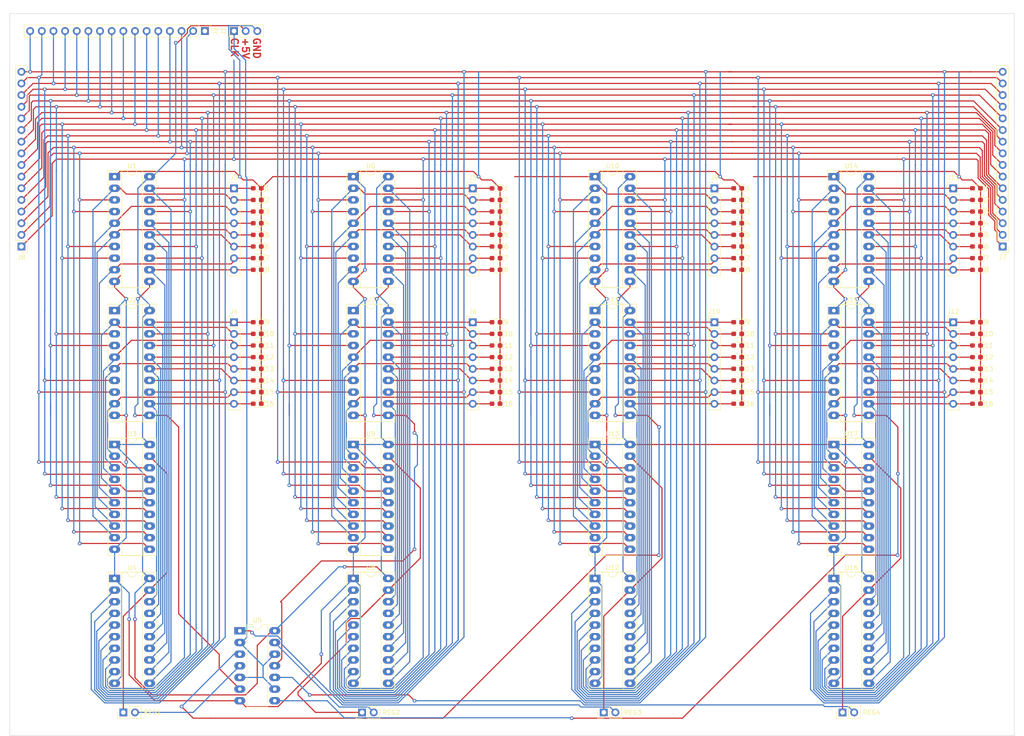
<source format=kicad_pcb>
(kicad_pcb (version 20211014) (generator pcbnew)
  (layers (0 "F.Cu" signal) (31 "B.Cu" signal) (34 "B.Paste" user) (35 "F.Paste" user) (36 "B.SilkS" user "B.Silkscreen") (37 "F.SilkS" user "F.Silkscreen") (38 "B.Mask" user) (39 "F.Mask" user) (44 "Edge.Cuts" user))
  (net 0 "")
  (net 1 "/BUS1")
  (net 2 "/BUS2")
  (net 3 "/BUS3")
  (net 4 "/BUS4")
  (net 5 "/BUS5")
  (net 6 "/BUS6")
  (net 7 "/BUS7")
  (net 8 "/BUS8")
  (net 9 "/BUS9")
  (net 10 "/BUS10")
  (net 11 "/BUS11")
  (net 12 "/BUS12")
  (net 13 "/BUS13")
  (net 14 "/BUS14")
  (net 15 "/BUS15")
  (net 16 "/BUS16")
  (net 17 "GND")
  (net 18 "+5V")
  (net 19 "CLK")
  (net 20 "/Register1/data1")
  (net 21 "/Register1/data2")
  (net 22 "/Register1/data3")
  (net 23 "/Register1/data4")
  (net 24 "/Register1/data5")
  (net 25 "/Register1/data6")
  (net 26 "/Register1/data7")
  (net 27 "/Register1/data8")
  (net 28 "/Register1/data9")
  (net 29 "/Register1/data10")
  (net 30 "/Register1/data11")
  (net 31 "/Register1/data12")
  (net 32 "/Register1/data13")
  (net 33 "/Register1/data14")
  (net 34 "/Register1/data15")
  (net 35 "/Register1/data16")
  (net 36 "/Register2/data1")
  (net 37 "/Register2/data2")
  (net 38 "/Register2/data3")
  (net 39 "/Register2/data4")
  (net 40 "/Register2/data5")
  (net 41 "/Register2/data6")
  (net 42 "/Register2/data7")
  (net 43 "/Register2/data8")
  (net 44 "/Register2/data9")
  (net 45 "/Register2/data10")
  (net 46 "/Register2/data11")
  (net 47 "/Register2/data12")
  (net 48 "/Register2/data13")
  (net 49 "/Register2/data14")
  (net 50 "/Register2/data15")
  (net 51 "/Register2/data16")
  (net 52 "/Register4/data1")
  (net 53 "/Register4/data2")
  (net 54 "/Register4/data3")
  (net 55 "/Register4/data4")
  (net 56 "/Register4/data5")
  (net 57 "/Register4/data6")
  (net 58 "/Register4/data7")
  (net 59 "/Register4/data8")
  (net 60 "/Register4/data9")
  (net 61 "/Register4/data10")
  (net 62 "/Register4/data11")
  (net 63 "/Register4/data12")
  (net 64 "/Register4/data13")
  (net 65 "/Register4/data14")
  (net 66 "/Register4/data15")
  (net 67 "/Register4/data16")
  (net 68 "Net-(REG2-Pad2)")
  (net 69 "Net-(REG3-Pad2)")
  (net 70 "Net-(REG4-Pad2)")
  (net 71 "/Register1/LOAD")
  (net 72 "/Register1/~{ENABLE}")
  (net 73 "/Register2/LOAD")
  (net 74 "/Register2/~{ENABLE}")
  (net 75 "/Register3/LOAD")
  (net 76 "/Register3/~{ENABLE}")
  (net 77 "/Register4/LOAD")
  (net 78 "/Register4/~{ENABLE}")
  (net 79 "Net-(REG1-Pad2)")
  (net 80 "/Register3/data1")
  (net 81 "/Register3/data2")
  (net 82 "/Register3/data3")
  (net 83 "/Register3/data4")
  (net 84 "/Register3/data5")
  (net 85 "/Register3/data6")
  (net 86 "/Register3/data7")
  (net 87 "/Register3/data8")
  (net 88 "/Register3/data9")
  (net 89 "/Register3/data10")
  (net 90 "/Register3/data11")
  (net 91 "/Register3/data12")
  (net 92 "/Register3/data13")
  (net 93 "/Register3/data14")
  (net 94 "/Register3/data15")
  (net 95 "/Register3/data16")
  (footprint "LED_SMD:LED_0603_1608Metric_Pad1.05x0.95mm_HandSolder" (layer "F.Cu") (at 66.04 92.71 180)
    (fp_text reference "D7" hide)
    (fp_text value "LED")
  )
  (footprint "LED_SMD:LED_0603_1608Metric_Pad1.05x0.95mm_HandSolder" (layer "F.Cu") (at 222.885 114.3 180)
    (fp_text reference "D60" hide)
    (fp_text value "LED")
  )
  (footprint "LED_SMD:LED_0603_1608Metric_Pad1.05x0.95mm_HandSolder" (layer "F.Cu") (at 118.11 95.25 180)
    (fp_text reference "D24" hide)
    (fp_text value "LED")
  )
  (footprint "LED_SMD:LED_0603_1608Metric_Pad1.05x0.95mm_HandSolder" (layer "F.Cu") (at 170.815 119.38 180)
    (fp_text reference "D46" hide)
    (fp_text value "LED")
  )
  (footprint "LED_SMD:LED_0603_1608Metric_Pad1.05x0.95mm_HandSolder" (layer "F.Cu") (at 66.04 109.22 180)
    (fp_text reference "D10" hide)
    (fp_text value "LED")
  )
  (footprint "LED_SMD:LED_0603_1608Metric_Pad1.05x0.95mm_HandSolder" (layer "F.Cu") (at 170.815 111.76 180)
    (fp_text reference "D43" hide)
    (fp_text value "LED")
  )
  (footprint "LED_SMD:LED_0603_1608Metric_Pad1.05x0.95mm_HandSolder" (layer "F.Cu") (at 170.815 121.92 180)
    (fp_text reference "D47" hide)
    (fp_text value "LED")
  )
  (footprint "LED_SMD:LED_0603_1608Metric_Pad1.05x0.95mm_HandSolder" (layer "F.Cu") (at 66.04 116.84 180)
    (fp_text reference "D13" hide)
    (fp_text value "LED")
  )
  (footprint "LED_SMD:LED_0603_1608Metric_Pad1.05x0.95mm_HandSolder" (layer "F.Cu") (at 222.885 90.17 180)
    (fp_text reference "D54" hide)
    (fp_text value "LED")
  )
  (footprint "LED_SMD:LED_0603_1608Metric_Pad1.05x0.95mm_HandSolder" (layer "F.Cu") (at 66.04 90.17 180)
    (fp_text reference "D6" hide)
    (fp_text value "LED")
  )
  (footprint "Package_DIP:DIP-20_W7.62mm_Socket_LongPads" (layer "F.Cu") (at 86.9975 74.93)
    (fp_text reference "U6")
    (fp_text value "40374")
  )
  (footprint "Package_DIP:DIP-20_W7.62mm_Socket_LongPads" (layer "F.Cu") (at 34.9275 162.56)
    (fp_text reference "U4")
    (fp_text value "40245")
  )
  (footprint "LED_SMD:LED_0603_1608Metric_Pad1.05x0.95mm_HandSolder" (layer "F.Cu") (at 222.885 77.47 180)
    (fp_text reference "D49" hide)
    (fp_text value "LED")
  )
  (footprint "LED_SMD:LED_0603_1608Metric_Pad1.05x0.95mm_HandSolder" (layer "F.Cu") (at 170.815 80.01 180)
    (fp_text reference "D34" hide)
    (fp_text value "LED")
  )
  (footprint "LED_SMD:LED_0603_1608Metric_Pad1.05x0.95mm_HandSolder" (layer "F.Cu") (at 170.815 90.17 180)
    (fp_text reference "D38" hide)
    (fp_text value "LED")
  )
  (footprint "Connector_PinHeader_2.54mm:PinHeader_1x16_P2.54mm_Vertical" (layer "F.Cu") (at 228.6 90.17 180)
    (fp_text reference "J7")
    (fp_text value "Conn_01x16")
  )
  (footprint "LED_SMD:LED_0603_1608Metric_Pad1.05x0.95mm_HandSolder" (layer "F.Cu") (at 118.11 114.3 180)
    (fp_text reference "D28" hide)
    (fp_text value "LED")
  )
  (footprint "LED_SMD:LED_0603_1608Metric_Pad1.05x0.95mm_HandSolder" (layer "F.Cu") (at 118.11 90.17 180)
    (fp_text reference "D22" hide)
    (fp_text value "LED")
  )
  (footprint "Package_DIP:DIP-20_W7.62mm_Socket_LongPads" (layer "F.Cu") (at 191.78 162.565)
    (fp_text reference "U16")
    (fp_text value "40245")
  )
  (footprint "Connector_PinHeader_2.54mm:PinHeader_1x08_P2.54mm_Vertical" (layer "F.Cu") (at 113.03 77.485)
    (fp_text reference "J5")
    (fp_text value "Conn_01x08")
  )
  (footprint "LED_SMD:LED_0603_1608Metric_Pad1.05x0.95mm_HandSolder" (layer "F.Cu") (at 118.11 121.92 180)
    (fp_text reference "D31" hide)
    (fp_text value "LED")
  )
  (footprint "LED_SMD:LED_0603_1608Metric_Pad1.05x0.95mm_HandSolder" (layer "F.Cu") (at 118.11 80.01 180)
    (fp_text reference "D18" hide)
    (fp_text value "LED")
  )
  (footprint "LED_SMD:LED_0603_1608Metric_Pad1.05x0.95mm_HandSolder" (layer "F.Cu") (at 222.885 111.76 180)
    (fp_text reference "D59" hide)
    (fp_text value "LED")
  )
  (footprint "Connector_PinHeader_2.54mm:PinHeader_1x08_P2.54mm_Vertical" (layer "F.Cu") (at 113.03 106.695)
    (fp_text reference "J6")
    (fp_text value "Conn_01x08")
  )
  (footprint "LED_SMD:LED_0603_1608Metric_Pad1.05x0.95mm_HandSolder" (layer "F.Cu") (at 222.885 121.92 180)
    (fp_text reference "D63" hide)
    (fp_text value "LED")
  )
  (footprint "LED_SMD:LED_0603_1608Metric_Pad1.05x0.95mm_HandSolder" (layer "F.Cu") (at 66.04 114.3 180)
    (fp_text reference "D12" hide)
    (fp_text value "LED")
  )
  (footprint "Package_DIP:DIP-20_W7.62mm_Socket_LongPads" (layer "F.Cu") (at 86.9975 104.14)
    (fp_text reference "U7")
    (fp_text value "40374")
  )
  (footprint "LED_SMD:LED_0603_1608Metric_Pad1.05x0.95mm_HandSolder" (layer "F.Cu") (at 66.04 111.76 180)
    (fp_text reference "D11" hide)
    (fp_text value "LED")
  )
  (footprint "Connector_PinHeader_2.54mm:PinHeader_1x08_P2.54mm_Vertical" (layer "F.Cu") (at 60.96 77.485)
    (fp_text reference "J3")
    (fp_text value "Conn_01x08")
  )
  (footprint "Connector_PinHeader_2.54mm:PinHeader_1x02_P2.54mm_Vertical" (layer "F.Cu") (at 141.6 191.77 90)
    (fp_text reference "REG3")
    (fp_text value "Conn_01x02")
  )
  (footprint "Connector_PinHeader_2.54mm:PinHeader_1x08_P2.54mm_Vertical" (layer "F.Cu") (at 165.7325 77.485)
    (fp_text reference "J9")
    (fp_text value "Conn_01x08")
  )
  (footprint "Package_DIP:DIP-20_W7.62mm_Socket_LongPads" (layer "F.Cu") (at 191.78 74.935)
    (fp_text reference "U14")
    (fp_text value "40374")
  )
  (footprint "Connector_PinHeader_2.54mm:PinHeader_1x16_P2.54mm_Vertical" (layer "F.Cu") (at 14.605 90.17 180)
    (fp_text reference "J8")
    (fp_text value "Conn_01x16")
  )
  (footprint "LED_SMD:LED_0603_1608Metric_Pad1.05x0.95mm_HandSolder" (layer "F.Cu") (at 118.11 111.76 180)
    (fp_text reference "D27" hide)
    (fp_text value "LED")
  )
  (footprint "Package_DIP:DIP-20_W7.62mm_Socket_LongPads" (layer "F.Cu") (at 34.9275 74.93)
    (fp_text reference "U1")
    (fp_text value "40374")
  )
  (footprint "LED_SMD:LED_0603_1608Metric_Pad1.05x0.95mm_HandSolder" (layer "F.Cu") (at 66.04 87.63 180)
    (fp_text reference "D5" hide)
    (fp_text value "LED")
  )
  (footprint "LED_SMD:LED_0603_1608Metric_Pad1.05x0.95mm_HandSolder" (layer "F.Cu") (at 118.11 87.63 180)
    (fp_text reference "D21" hide)
    (fp_text value "LED")
  )
  (footprint "LED_SMD:LED_0603_1608Metric_Pad1.05x0.95mm_HandSolder" (layer "F.Cu") (at 118.11 77.4954 180)
    (fp_text reference "D17" hide)
    (fp_text value "LED")
  )
  (footprint "LED_SMD:LED_0603_1608Metric_Pad1.05x0.95mm_HandSolder" (layer "F.Cu") (at 66.04 77.47 180)
    (fp_text reference "D1" hide)
    (fp_text value "LED")
  )
  (footprint "LED_SMD:LED_0603_1608Metric_Pad1.05x0.95mm_HandSolder" (layer "F.Cu") (at 170.815 95.25 180)
    (fp_text reference "D40" hide)
    (fp_text value "LED")
  )
  (footprint "Package_DIP:DIP-20_W7.62mm_Socket_LongPads" (layer "F.Cu") (at 139.7 162.56)
    (fp_text reference "U12")
    (fp_text value "40245")
  )
  (footprint "LED_SMD:LED_0603_1608Metric_Pad1.05x0.95mm_HandSolder" (layer "F.Cu") (at 66.04 80.01 180)
    (fp_text reference "D2" hide)
    (fp_text value "LED")
  )
  (footprint "Connector_PinHeader_2.54mm:PinHeader_1x02_P2.54mm_Vertical" (layer "F.Cu") (at 88.9 191.77 90)
    (fp_text reference "REG2")
    (fp_text value "Conn_01x02")
  )
  (footprint "Connector_PinHeader_2.54mm:PinHeader_1x03_P2.54mm_Vertical" (layer "F.Cu") (at 60.975 43.18 90)
    (fp_text reference "J1")
    (fp_text value "Conn_01x03")
  )
  (footprint "LED_SMD:LED_0603_1608Metric_Pad1.05x0.95mm_HandSolder" (layer "F.Cu") (at 170.815 85.09 180)
    (fp_text reference "D36" hide)
    (fp_text value "LED")
  )
  (footprint "Package_DIP:DIP-20_W7.62mm_Socket_LongPads" (layer "F.Cu") (at 139.7 104.14)
    (fp_text reference "U11")
    (fp_text value "40374")
  )
  (footprint "LED_SMD:LED_0603_1608Metric_Pad1.05x0.95mm_HandSolder" (layer "F.Cu") (at 170.815 77.47 180)
    (fp_text reference "D33" hide)
    (fp_text value "LED")
  )
  (footprint "LED_SMD:LED_0603_1608Metric_Pad1.05x0.95mm_HandSolder" (layer "F.Cu") (at 222.885 80.01 180)
    (fp_text reference "D50" hide)
    (fp_text value "LED")
  )
  (footprint "LED_SMD:LED_0603_1608Metric_Pad1.05x0.95mm_HandSolder" (layer "F.Cu") (at 222.885 95.25 180)
    (fp_text reference "D56" hide)
    (fp_text value "LED")
  )
  (footprint "LED_SMD:LED_0603_1608Metric_Pad1.05x0.95mm_HandSolder" (layer "F.Cu") (at 170.815 114.3 180)
    (fp_text reference "D44" hide)
    (fp_text value "LED")
  )
  (footprint "Connector_PinHeader_2.54mm:PinHeader_1x08_P2.54mm_Vertical" (layer "F.Cu") (at 60.96 106.695)
    (fp_text reference "J4")
    (fp_text value "Conn_01x08")
  )
  (footprint "LED_SMD:LED_0603_1608Metric_Pad1.05x0.95mm_HandSolder" (layer "F.Cu") (at 66.04 119.38 180)
    (fp_text reference "D14" hide)
    (fp_text value "LED")
  )
  (footprint "Package_DIP:DIP-20_W7.62mm_Socket_LongPads" (layer "F.Cu") (at 139.7 133.35)
    (fp_text reference "U13")
    (fp_text value "40245")
  )
  (footprint "Connector_PinHeader_2.54mm:PinHeader_1x08_P2.54mm_Vertical" (layer "F.Cu") (at 217.8125 106.7)
    (fp_text reference "J12")
    (fp_text value "Conn_01x08")
  )
  (footprint "Connector_PinHeader_2.54mm:PinHeader_1x02_P2.54mm_Vertical" (layer "F.Cu") (at 193.68 191.775 90)
    (fp_text reference "REG4")
    (fp_text value "Conn_01x02")
  )
  (footprint "Package_DIP:DIP-20_W7.62mm_Socket_LongPads" (layer "F.Cu") (at 86.9975 133.35)
    (fp_text reference "U9")
    (fp_text value "40245")
  )
  (footprint "Connector_PinHeader_2.54mm:PinHeader_1x16_P2.54mm_Vertical" (layer "F.Cu") (at 54.61 43.18 -90)
    (fp_text reference "J2")
    (fp_text value "Conn_01x16_Male")
  )
  (footprint "LED_SMD:LED_0603_1608Metric_Pad1.05x0.95mm_HandSolder" (layer "F.Cu") (at 66.04 85.09 180)
    (fp_text reference "D4" hide)
    (fp_text value "LED")
  )
  (footprint "LED_SMD:LED_0603_1608Metric_Pad1.05x0.95mm_HandSolder" (layer "F.Cu") (at 170.815 87.63 180)
    (fp_text reference "D37" hide)
    (fp_text value "LED")
  )
  (footprint "LED_SMD:LED_0603_1608Metric_Pad1.05x0.95mm_HandSolder" (layer "F.Cu") (at 222.885 124.46 180)
    (fp_text reference "D64" hide)
    (fp_text value "LED")
  )
  (footprint "LED_SMD:LED_0603_1608Metric_Pad1.05x0.95mm_HandSolder" (layer "F.Cu") (at 66.04 121.92 180)
    (fp_text reference "D15" hide)
    (fp_text value "LED")
  )
  (footprint "LED_SMD:LED_0603_1608Metric_Pad1.05x0.95mm_HandSolder" (layer "F.Cu") (at 118.11 109.22 180)
    (fp_text reference "D26" hide)
    (fp_text value "LED")
  )
  (footprint "Package_DIP:DIP-20_W7.62mm_Socket_LongPads" (layer "F.Cu") (at 34.9275 133.35)
    (fp_text reference "U3")
    (fp_text value "40245")
  )
  (footprint "LED_SMD:LED_0603_1608Metric_Pad1.05x0.95mm_HandSolder" (layer "F.Cu") (at 222.885 82.55 180)
    (fp_text reference "D51" hide)
    (fp_text value "LED")
  )
  (footprint "LED_SMD:LED_0603_1608Metric_Pad1.05x0.95mm_HandSolder" (layer "F.Cu") (at 66.04 95.25 180)
    (fp_text reference "D8" hide)
    (fp_text value "LED")
  )
  (footprint "Connector_PinHeader_2.54mm:PinHeader_1x08_P2.54mm_Vertical" (layer "F.Cu") (at 217.8125 77.49)
    (fp_text reference "J11")
    (fp_text value "Conn_01x08")
  )
  (footprint "LED_SMD:LED_0603_1608Metric_Pad1.05x0.95mm_HandSolder" (layer "F.Cu") (at 222.885 106.68 180)
    (fp_text reference "D57" hide)
    (fp_text value "LED")
  )
  (footprint "Package_DIP:DIP-20_W7.62mm_Socket_LongPads" (layer "F.Cu") (at 191.78 133.355)
    (fp_text reference "U17")
    (fp_text value "40245")
  )
  (footprint "LED_SMD:LED_0603_1608Metric_Pad1.05x0.95mm_HandSolder" (layer "F.Cu") (at 170.815 109.22 180)
    (fp_text reference "D42" hide)
    (fp_text value "LED")
  )
  (footprint "LED_SMD:LED_0603_1608Metric_Pad1.05x0.95mm_HandSolder" (layer "F.Cu") (at 118.11 92.71 180)
    (fp_text reference "D23" hide)
    (fp_text value "LED")
  )
  (footprint "LED_SMD:LED_0603_1608Metric_Pad1.05x0.95mm_HandSolder" (layer "F.Cu") (at 118.11 119.38 180)
    (fp_text reference "D30" hide)
    (fp_text value "LED")
  )
  (footprint "Package_DIP:DIP-14_W7.62mm_LongPads" (layer "F.Cu") (at 62.23 173.99)
    (fp_text reference "U5")
    (fp_text value "7408")
  )
  (footprint "LED_SMD:LED_0603_1608Metric_Pad1.05x0.95mm_HandSolder" (layer "F.Cu") (at 170.815 116.84 180)
    (fp_text reference "D45" hide)
    (fp_text value "LED")
  )
  (footprint "LED_SMD:LED_0603_1608Metric_Pad1.05x0.95mm_HandSolder" (layer "F.Cu") (at 170.815 106.68 180)
    (fp_text reference "D41" hide)
    (fp_text value "LED")
  )
  (footprint "LED_SMD:LED_0603_1608Metric_Pad1.05x0.95mm_HandSolder" (layer "F.Cu") (at 66.04 124.46 180)
    (fp_text reference "D16" hide)
    (fp_text value "LED")
  )
  (footprint "LED_SMD:LED_0603_1608Metric_Pad1.05x0.95mm_HandSolder" (layer "F.Cu") (at 118.11 82.55 180)
    (fp_text reference "D19" hide)
    (fp_text value "LED")
  )
  (footprint "LED_SMD:LED_0603_1608Metric_Pad1.05x0.95mm_HandSolder" (layer "F.Cu") (at 170.815 92.71 180)
    (fp_text reference "D39" hide)
    (fp_text value "LED")
  )
  (footprint "LED_SMD:LED_0603_1608Metric_Pad1.05x0.95mm_HandSolder" (layer "F.Cu") (at 222.885 87.63 180)
    (fp_text reference "D53" hide)
    (fp_text value "LED")
  )
  (footprint "LED_SMD:LED_0603_1608Metric_Pad1.05x0.95mm_HandSolder" (layer "F.Cu") (at 222.885 119.38 180)
    (fp_text reference "D62" hide)
    (fp_text value "LED")
  )
  (footprint "LED_SMD:LED_0603_1608Metric_Pad1.05x0.95mm_HandSolder" (layer "F.Cu") (at 118.11 106.68 180)
    (fp_text reference "D25" hide)
    (fp_text value "LED")
  )
  (footprint "LED_SMD:LED_0603_1608Metric_Pad1.05x0.95mm_HandSolder" (layer "F.Cu") (at 222.885 109.22 180)
    (fp_text reference "D58" hide)
    (fp_text value "LED")
  )
  (footprint "LED_SMD:LED_0603_1608Metric_Pad1.05x0.95mm_HandSolder" (layer "F.Cu") (at 222.885 85.09 180)
    (fp_text reference "D52" hide)
    (fp_text value "LED")
  )
  (footprint "Connector_PinHeader_2.54mm:PinHeader_1x08_P2.54mm_Vertical" (layer "F.Cu") (at 165.7325 106.695)
    (fp_text reference "J10")
    (fp_text value "Conn_01x08")
  )
  (footprint "Package_DIP:DIP-20_W7.62mm_Socket_LongPads" (layer "F.Cu") (at 34.9275 104.14)
    (fp_text reference "U2")
    (fp_text value "40374")
  )
  (footprint "LED_SMD:LED_0603_1608Metric_Pad1.05x0.95mm_HandSolder" (layer "F.Cu") (at 66.04 106.68 180)
    (fp_text reference "D9" hide)
    (fp_text value "LED")
  )
  (footprint "LED_SMD:LED_0603_1608Metric_Pad1.05x0.95mm_HandSolder" (layer "F.Cu") (at 118.11 85.09 180)
    (fp_text reference "D20" hide)
    (fp_text value "LED")
  )
  (footprint "LED_SMD:LED_0603_1608Metric_Pad1.05x0.95mm_HandSolder" (layer "F.Cu") (at 66.04 82.55 180)
    (fp_text reference "D3" hide)
    (fp_text value "LED")
  )
  (footprint "LED_SMD:LED_0603_1608Metric_Pad1.05x0.95mm_HandSolder" (layer "F.Cu") (at 170.815 124.46 180)
    (fp_text reference "D48" hide)
    (fp_text value "LED")
  )
  (footprint "Connector_PinHeader_2.54mm:PinHeader_1x02_P2.54mm_Vertical" (layer "F.Cu") (at 36.83 191.77 90)
    (fp_text reference "REG1")
    (fp_text value "Conn_01x02")
  )
  (footprint "Package_DIP:DIP-20_W7.62mm_Socket_LongPads" (layer "F.Cu") (at 139.7 74.93)
    (fp_text reference "U10")
    (fp_text value "40374")
  )
  (footprint "LED_SMD:LED_0603_1608Metric_Pad1.05x0.95mm_HandSolder" (layer "F.Cu") (at 118.11 124.46 180)
    (fp_text reference "D32" hide)
    (fp_text value "LED")
  )
  (footprint "Package_DIP:DIP-20_W7.62mm_Socket_LongPads" (layer "F.Cu") (at 191.78 104.145)
    (fp_text reference "U15")
    (fp_text value "40374")
  )
  (footprint "Package_DIP:DIP-20_W7.62mm_Socket_LongPads" (layer "F.Cu") (at 86.9975 162.56)
    (fp_text reference "U8")
    (fp_text value "40245")
  )
  (footprint "LED_SMD:LED_0603_1608Metric_Pad1.05x0.95mm_HandSolder" (layer "F.Cu") (at 170.815 82.55 180)
    (fp_text reference "D35" hide)
    (fp_text value "LED")
  )
  (footprint "LED_SMD:LED_0603_1608Metric_Pad1.05x0.95mm_HandSolder" (layer "F.Cu") (at 222.885 116.84 180)
    (fp_text reference "D61" hide)
    (fp_text value "LED")
  )
  (footprint "LED_SMD:LED_0603_1608Metric_Pad1.05x0.95mm_HandSolder" (layer "F.Cu") (at 222.885 92.71 180)
    (fp_text reference "D55" hide)
    (fp_text value "LED")
  )
  (footprint "LED_SMD:LED_0603_1608Metric_Pad1.05x0.95mm_HandSolder" (layer "F.Cu") (at 118.11 116.84 180)
    (fp_text reference "D29" hide)
    (fp_text value "LED")
  )
  (gr_rect (start 231.14 196.85) (end 12.065 39.37) (layer "Edge.Cuts") (width 0.1) (fill none))
  (gr_text "GND\n+5V\nCLK\n" (at 63.5 44.45 270) (layer "F.Cu") (effects (font (size 1.5 1.5) (thickness 0.3)) (justify left)))
  (gr_text "6" (at 172.4725 90.17) (layer "F.SilkS") (effects (font (size 1 1)) (justify left)))
  (gr_text "7" (at 172.4725 92.71) (layer "F.SilkS") (effects (font (size 1 1)) (justify left)))
  (gr_text "5" (at 67.7 87.63) (layer "F.SilkS") (effects (font (size 1 1)) (justify left)))
  (gr_text "10" (at 172.4725 109.22) (layer "F.SilkS") (effects (font (size 1 1)) (justify left)))
  (gr_text "7" (at 224.5525 92.715) (layer "F.SilkS") (effects (font (size 1 1)) (justify left)))
  (gr_text "9" (at 119.77 106.68) (layer "F.SilkS") (effects (font (size 1 1)) (justify left)))
  (gr_text "1" (at 119.77 77.47) (layer "F.SilkS") (effects (font (size 1 1)) (justify left)))
  (gr_text "6" (at 67.7 90.17) (layer "F.SilkS") (effects (font (size 1 1)) (justify left)))
  (gr_text "7" (at 67.7 92.71) (layer "F.SilkS") (effects (font (size 1 1)) (justify left)))
  (gr_text "12\n" (at 172.4725 114.3) (layer "F.SilkS") (effects (font (size 1 1)) (justify left)))
  (gr_text "2" (at 172.4725 80.01) (layer "F.SilkS") (effects (font (size 1 1)) (justify left)))
  (gr_text "5" (at 224.5525 87.635) (layer "F.SilkS") (effects (font (size 1 1)) (justify left)))
  (gr_text "8" (at 119.77 95.25) (layer "F.SilkS") (effects (font (size 1 1)) (justify left)))
  (gr_text "1" (at 67.7 77.47) (layer "F.SilkS") (effects (font (size 1 1)) (justify left)))
  (gr_text "10" (at 224.545 109.22) (layer "F.SilkS") (effects (font (size 1 1)) (justify left)))
  (gr_text "3" (at 119.77 82.55) (layer "F.SilkS") (effects (font (size 1 1)) (justify left)))
  (gr_text "11" (at 67.7 111.76) (layer "F.SilkS") (effects (font (size 1 1)) (justify left)))
  (gr_text "4" (at 67.7 85.09) (layer "F.SilkS") (effects (font (size 1 1)) (justify left)))
  (gr_text "8" (at 67.7 95.25) (layer "F.SilkS") (effects (font (size 1 1)) (justify left)))
  (gr_text "3" (at 224.5525 82.555) (layer "F.SilkS") (effects (font (size 1 1)) (justify left)))
  (gr_text "15" (at 224.545 121.92) (layer "F.SilkS") (effects (font (size 1 1)) (justify left)))
  (gr_text "11" (at 119.77 111.76) (layer "F.SilkS") (effects (font (size 1 1)) (justify left)))
  (gr_text "9" (at 172.4725 106.68) (layer "F.SilkS") (effects (font (size 1 1)) (justify left)))
  (gr_text "16" (at 172.4725 124.46) (layer "F.SilkS") (effects (font (size 1 1)) (justify left)))
  (gr_text "16" (at 67.7 124.46) (layer "F.SilkS") (effects (font (size 1 1)) (justify left)))
  (gr_text "9" (at 224.545 106.68) (layer "F.SilkS") (effects (font (size 1 1)) (justify left)))
  (gr_text "12\n" (at 67.7 114.3) (layer "F.SilkS") (effects (font (size 1 1)) (justify left)))
  (gr_text "7" (at 119.77 92.71) (layer "F.SilkS") (effects (font (size 1 1)) (justify left)))
  (gr_text "6" (at 119.77 90.17) (layer "F.SilkS") (effects (font (size 1 1)) (justify left)))
  (gr_text "5" (at 119.77 87.63) (layer "F.SilkS") (effects (font (size 1 1)) (justify left)))
  (gr_text "3" (at 172.4725 82.55) (layer "F.SilkS") (effects (font (size 1 1)) (justify left)))
  (gr_text "16" (at 119.77 124.46) (layer "F.SilkS") (effects (font (size 1 1)) (justify left)))
  (gr_text "12\n" (at 224.545 114.3) (layer "F.SilkS") (effects (font (size 1 1)) (justify left)))
  (gr_text "13\n" (at 119.77 116.84) (layer "F.SilkS") (effects (font (size 1 1)) (justify left)))
  (gr_text "14\n" (at 67.7 119.38) (layer "F.SilkS") (effects (font (size 1 1)) (justify left)))
  (gr_text "6" (at 224.5525 90.175) (layer "F.SilkS") (effects (font (size 1 1)) (justify left)))
  (gr_text "5" (at 172.4725 87.63) (layer "F.SilkS") (effects (font (size 1 1)) (justify left)))
  (gr_text "4" (at 224.5525 85.095) (layer "F.SilkS") (effects (font (size 1 1)) (justify left)))
  (gr_text "14\n" (at 119.77 119.38) (layer "F.SilkS") (effects (font (size 1 1)) (justify left)))
  (gr_text "2" (at 224.5525 80.015) (layer "F.SilkS") (effects (font (size 1 1)) (justify left)))
  (gr_text "1" (at 172.4725 77.47) (layer "F.SilkS") (effects (font (size 1 1)) (justify left)))
  (gr_text "10" (at 119.77 109.22) (layer "F.SilkS") (effects (font (size 1 1)) (justify left)))
  (gr_text "4" (at 172.4725 85.09) (layer "F.SilkS") (effects (font (size 1 1)) (justify left)))
  (gr_text "8" (at 224.5525 95.255) (layer "F.SilkS") (effects (font (size 1 1)) (justify left)))
  (gr_text "15" (at 119.77 121.92) (layer "F.SilkS") (effects (font (size 1 1)) (justify left)))
  (gr_text "8" (at 172.4725 95.25) (layer "F.SilkS") (effects (font (size 1 1)) (justify left)))
  (gr_text "2" (at 119.77 80.01) (layer "F.SilkS") (effects (font (size 1 1)) (justify left)))
  (gr_text "14\n" (at 172.4725 119.38) (layer "F.SilkS") (effects (font (size 1 1)) (justify left)))
  (gr_text "2" (at 67.7 80.01) (layer "F.SilkS") (effects (font (size 1 1)) (justify left)))
  (gr_text "11" (at 224.545 111.76) (layer "F.SilkS") (effects (font (size 1 1)) (justify left)))
  (gr_text "11" (at 172.4725 111.76) (layer "F.SilkS") (effects (font (size 1 1)) (justify left)))
  (gr_text "4" (at 119.77 85.09) (layer "F.SilkS") (effects (font (size 1 1)) (justify left)))
  (gr_text "13\n" (at 67.7 116.84) (layer "F.SilkS") (effects (font (size 1 1)) (justify left)))
  (gr_text "10" (at 67.7 109.22) (layer "F.SilkS") (effects (font (size 1 1)) (justify left)))
  (gr_text "14\n" (at 224.545 119.38) (layer "F.SilkS") (effects (font (size 1 1)) (justify left)))
  (gr_text "13\n" (at 172.4725 116.84) (layer "F.SilkS") (effects (font (size 1 1)) (justify left)))
  (gr_text "9" (at 67.7 106.68) (layer "F.SilkS") (effects (font (size 1 1)) (justify left)))
  (gr_text "1" (at 224.5525 77.475) (layer "F.SilkS") (effects (font (size 1 1)) (justify left)))
  (gr_text "12\n" (at 119.77 114.3) (layer "F.SilkS") (effects (font (size 1 1)) (justify left)))
  (gr_text "15" (at 67.7 121.92) (layer "F.SilkS") (effects (font (size 1 1)) (justify left)))
  (gr_text "16" (at 224.545 124.46) (layer "F.SilkS") (effects (font (size 1 1)) (justify left)))
  (gr_text "15" (at 172.4725 121.92) (layer "F.SilkS") (effects (font (size 1 1)) (justify left)))
  (gr_text "13\n" (at 224.545 116.84) (layer "F.SilkS") (effects (font (size 1 1)) (justify left)))
  (gr_text "3" (at 67.7 82.55) (layer "F.SilkS") (effects (font (size 1 1)) (justify left)))
  (segment (start 147.32 80.01) (end 147.315 80.01) (width 0.25) (layer "F.Cu") (net 1))
  (segment (start 60.96 71.12) (end 174.56 71.12) (width 0.25) (layer "F.Cu") (net 1))
  (segment (start 226.88 84.642792) (end 226.88 86.546396) (width 0.25) (layer "F.Cu") (net 1))
  (segment (start 227.33 88.9) (end 228.6 90.17) (width 0.25) (layer "F.Cu") (net 1))
  (segment (start 199.395 80.015) (end 199.39 80.01) (width 0.25) (layer "F.Cu") (net 1))
  (segment (start 94.6075 80.005) (end 102.2275 80.005) (width 0.25) (layer "F.Cu") (net 1))
  (segment (start 22.225 71.12) (end 21.3 72.045) (width 0.25) (layer "F.Cu") (net 1))
  (segment (start 42.5475 80.01) (end 42.5425 80.01) (width 0.25) (layer "F.Cu") (net 1))
  (segment (start 21.3 83.475) (end 14.605 90.17) (width 0.25) (layer "F.Cu") (net 1))
  (segment (start 174.56 71.12) (end 174.565 71.125) (width 0.25) (layer "F.Cu") (net 1))
  (segment (start 199.4 80.015) (end 199.395 80.015) (width 0.25) (layer "F.Cu") (net 1))
  (segment (start 94.6175 80.01) (end 94.6125 80.01) (width 0.25) (layer "F.Cu") (net 1))
  (segment (start 225.53 77.58198) (end 225.53 83.292792) (width 0.25) (layer "F.Cu") (net 1))
  (segment (start 60.96 71.12) (end 22.225 71.12) (width 0.25) (layer "F.Cu") (net 1))
  (segment (start 226.88 86.546396) (end 227.33 86.996396) (width 0.25) (layer "F.Cu") (net 1))
  (segment (start 222.89 71.125) (end 223.255 71.49) (width 0.25) (layer "F.Cu") (net 1))
  (segment (start 147.315 80.01) (end 147.31 80.005) (width 0.25) (layer "F.Cu") (net 1))
  (segment (start 225.53 83.292792) (end 226.88 84.642792) (width 0.25) (layer "F.Cu") (net 1))
  (segment (start 42.5425 80.01) (end 42.5375 80.005) (width 0.25) (layer "F.Cu") (net 1))
  (segment (start 227.33 86.996396) (end 227.33 88.9) (width 0.25) (layer "F.Cu") (net 1))
  (segment (start 21.3 72.045) (end 21.3 83.475) (width 0.25) (layer "F.Cu") (net 1))
  (segment (start 94.6125 80.01) (end 94.6075 80.005) (width 0.25) (layer "F.Cu") (net 1))
  (segment (start 223.255 75.30698) (end 225.53 77.58198) (width 0.25) (layer "F.Cu") (net 1))
  (segment (start 147.31 80.005) (end 154.93 80.005) (width 0.25) (layer "F.Cu") (net 1))
  (segment (start 223.255 71.49) (end 223.255 75.30698) (width 0.25) (layer "F.Cu") (net 1))
  (segment (start 174.565 71.125) (end 222.89 71.125) (width 0.25) (layer "F.Cu") (net 1))
  (segment (start 42.5375 80.005) (end 50.1575 80.005) (width 0.25) (layer "F.Cu") (net 1))
  (segment (start 199.39 80.01) (end 207.01 80.01) (width 0.25) (layer "F.Cu") (net 1))
  (via (at 154.94 71.12) (size 0.8) (drill 0.4) (layers "F.Cu" "B.Cu") (net 1))
  (via (at 207.02 71.125) (size 0.8) (drill 0.4) (layers "F.Cu" "B.Cu") (net 1))
  (via (at 154.93 80.005) (size 0.8) (drill 0.4) (layers "F.Cu" "B.Cu") (net 1))
  (via (at 60.96 71.12) (size 0.8) (drill 0.4) (layers "F.Cu" "B.Cu") (net 1))
  (via (at 207.01 80.01) (size 0.8) (drill 0.4) (layers "F.Cu" "B.Cu") (net 1))
  (via (at 50.1575 80.005) (size 0.8) (drill 0.4) (layers "F.Cu" "B.Cu") (net 1))
  (via (at 102.2275 80.005) (size 0.8) (drill 0.4) (layers "F.Cu" "B.Cu") (net 1))
  (via (at 102.2375 71.12) (size 0.8) (drill 0.4) (layers "F.Cu" "B.Cu") (net 1))
  (via (at 50.1675 71.12) (size 0.8) (drill 0.4) (layers "F.Cu" "B.Cu") (net 1))
  (segment (start 154.93 179.80099) (end 148.18599 186.545) (width 0.25) (layer "B.Cu") (net 1))
  (segment (start 154.93 80.005) (end 154.93 71.13) (width 0.25) (layer "B.Cu") (net 1))
  (segment (start 50.1575 71.13) (end 50.1675 71.12) (width 0.25) (layer "B.Cu") (net 1))
  (segment (start 190.91401 186.55) (end 190.255 185.89099) (width 0.25) (layer "B.Cu") (net 1))
  (segment (start 102.2275 179.80099) (end 95.48349 186.545) (width 0.25) (layer "B.Cu") (net 1))
  (segment (start 207.01 80.01) (end 207.01 71.135) (width 0.25) (layer "B.Cu") (net 1))
  (segment (start 33.4025 185.88599) (end 33.4025 184.405) (width 0.25) (layer "B.Cu") (net 1))
  (segment (start 86.13151 186.545) (end 85.4725 185.88599) (width 0.25) (layer "B.Cu") (net 1))
  (segment (start 50.1575 80.005) (end 50.1575 71.13) (width 0.25) (layer "B.Cu") (net 1))
  (segment (start 50.1575 179.80099) (end 43.41349 186.545) (width 0.25) (layer "B.Cu") (net 1))
  (segment (start 34.06151 186.545) (end 33.4025 185.88599) (width 0.25) (layer "B.Cu") (net 1))
  (segment (start 190.255 184.41) (end 191.78 182.885) (width 0.25) (layer "B.Cu") (net 1))
  (segment (start 138.83401 186.545) (end 138.175 185.88599) (width 0.25) (layer "B.Cu") (net 1))
  (segment (start 50.1575 80.005) (end 50.1575 179.80099) (width 0.25) (layer "B.Cu") (net 1))
  (segment (start 138.175 184.405) (end 139.7 182.88) (width 0.25) (layer "B.Cu") (net 1))
  (segment (start 200.26599 186.55) (end 190.91401 186.55) (width 0.25) (layer "B.Cu") (net 1))
  (segment (start 102.2275 71.13) (end 102.2375 71.12) (width 0.25) (layer "B.Cu") (net 1))
  (segment (start 60.96 49.53) (end 60.96 71.12) (width 0.25) (layer "B.Cu") (net 1))
  (segment (start 33.4025 184.405) (end 34.9275 182.88) (width 0.25) (layer "B.Cu") (net 1))
  (segment (start 148.18599 186.545) (end 138.83401 186.545) (width 0.25) (layer "B.Cu") (net 1))
  (segment (start 190.255 185.89099) (end 190.255 184.41) (width 0.25) (layer "B.Cu") (net 1))
  (segment (start 43.41349 186.545) (end 34.06151 186.545) (width 0.25) (layer "B.Cu") (net 1))
  (segment (start 138.175 185.88599) (end 138.175 184.405) (width 0.25) (layer "B.Cu") (net 1))
  (segment (start 85.4725 185.88599) (end 85.4725 184.405) (width 0.25) (layer "B.Cu") (net 1))
  (segment (start 102.2275 80.005) (end 102.2275 71.13) (width 0.25) (layer "B.Cu") (net 1))
  (segment (start 95.48349 186.545) (end 86.13151 186.545) (width 0.25) (layer "B.Cu") (net 1))
  (segment (start 102.2275 80.005) (end 102.2275 179.80099) (width 0.25) (layer "B.Cu") (net 1))
  (segment (start 85.4725 184.405) (end 86.9975 182.88) (width 0.25) (layer "B.Cu") (net 1))
  (segment (start 154.93 71.13) (end 154.94 71.12) (width 0.25) (layer "B.Cu") (net 1))
  (segment (start 154.93 80.005) (end 154.93 179.80099) (width 0.25) (layer "B.Cu") (net 1))
  (segment (start 207.01 80.01) (end 207.01 179.80599) (width 0.25) (layer "B.Cu") (net 1))
  (segment (start 207.01 71.135) (end 207.02 71.125) (width 0.25) (layer "B.Cu") (net 1))
  (segment (start 207.01 179.80599) (end 200.26599 186.55) (width 0.25) (layer "B.Cu") (net 1))
  (segment (start 169.55 69.855) (end 222.89 69.855) (width 0.25) (layer "F.Cu") (net 2))
  (segment (start 222.89 69.855) (end 223.705 70.67) (width 0.25) (layer "F.Cu") (net 2))
  (segment (start 184.15 80.01) (end 184.155 80.01) (width 0.25) (layer "F.Cu") (net 2))
  (segment (start 223.705 75.120584) (end 225.98 77.395584) (width 0.25) (layer "F.Cu") (net 2))
  (segment (start 191.78 80.015) (end 184.155 80.015) (width 0.25) (layer "F.Cu") (net 2))
  (segment (start 227.33 86.36) (end 228.6 87.63) (width 0.25) (layer "F.Cu") (net 2))
  (segment (start 225.98 83.106396) (end 227.33 84.456396) (width 0.25) (layer "F.Cu") (net 2))
  (segment (start 169.545 69.85) (end 169.55 69.855) (width 0.25) (layer "F.Cu") (net 2))
  (segment (start 27.3025 80.005) (end 27.3075 80.01) (width 0.25) (layer "F.Cu") (net 2))
  (segment (start 227.33 84.456396) (end 227.33 86.36) (width 0.25) (layer "F.Cu") (net 2))
  (segment (start 139.695 80.01) (end 139.69 80.005) (width 0.25) (layer "F.Cu") (net 2))
  (segment (start 184.155 80.015) (end 184.15 80.01) (width 0.25) (layer "F.Cu") (net 2))
  (segment (start 146.045 154.935) (end 132.07 154.935) (width 0.25) (layer "F.Cu") (net 2))
  (segment (start 34.9275 80.01) (end 27.3025 80.01) (width 0.25) (layer "F.Cu") (net 2))
  (segment (start 223.705 70.67) (end 223.705 75.120584) (width 0.25) (layer "F.Cu") (net 2))
  (segment (start 139.7 80.01) (end 139.695 80.01) (width 0.25) (layer "F.Cu") (net 2))
  (segment (start 147.32 156.21) (end 146.045 154.935) (width 0.25) (layer "F.Cu") (net 2))
  (segment (start 86.9975 80.01) (end 86.9925 80.01) (width 0.25) (layer "F.Cu") (net 2))
  (segment (start 79.3675 80.005) (end 79.3725 80.005) (width 0.25) (layer "F.Cu") (net 2))
  (segment (start 42.5475 156.21) (end 41.2725 154.935) (width 0.25) (layer "F.Cu") (net 2))
  (segment (start 14.605 87.63) (end 20.85 81.385) (width 0.25) (layer "F.Cu") (net 2))
  (segment (start 191.775 80.015) (end 191.77 80.01) (width 0.25) (layer "F.Cu") (net 2))
  (segment (start 94.6175 156.21) (end 93.3425 154.935) (width 0.25) (layer "F.Cu") (net 2))
  (segment (start 225.98 77.395584) (end 225.98 83.106396) (width 0.25) (layer "F.Cu") (net 2))
  (segment (start 79.3725 80.005) (end 79.3775 80.01) (width 0.25) (layer "F.Cu") (net 2))
  (segment (start 132.075 80.01) (end 132.07 80.005) (width 0.25) (layer "F.Cu") (net 2))
  (segment (start 41.2725 154.935) (end 27.2975 154.935) (width 0.25) (layer "F.Cu") (net 2))
  (segment (start 199.4 156.215) (end 198.125 154.94) (width 0.25) (layer "F.Cu") (net 2))
  (segment (start 21.59 69.85) (end 169.545 69.85) (width 0.25) (layer "F.Cu") (net 2))
  (segment (start 198.125 154.94) (end 184.15 154.94) (width 0.25) (layer "F.Cu") (net 2))
  (segment (start 20.85 81.385) (end 20.85 70.59) (width 0.25) (layer "F.Cu") (net 2))
  (segment (start 132.075 80.005) (end 132.08 80.01) (width 0.25) (layer "F.Cu") (net 2))
  (segment (start 93.3425 154.935) (end 79.3675 154.935) (width 0.25) (layer "F.Cu") (net 2))
  (segment (start 34.9225 80.01) (end 34.9175 80.005) (width 0.25) (layer "F.Cu") (net 2))
  (segment (start 184.155 80.01) (end 184.16 80.015) (width 0.25) (layer "F.Cu") (net 2))
  (segment (start 34.9275 80.01) (end 34.9225 80.01) (width 0.25) (layer "F.Cu") (net 2))
  (segment (start 20.85 70.59) (end 21.59 69.85) (width 0.25) (layer "F.Cu") (net 2))
  (segment (start 191.78 80.015) (end 191.775 80.015) (width 0.25) (layer "F.Cu") (net 2))
  (segment (start 86.9975 80.01) (end 79.3725 80.01) (width 0.25) (layer "F.Cu") (net 2))
  (segment (start 27.2975 80.005) (end 27.3025 80.005) (width 0.25) (layer "F.Cu") (net 2))
  (segment (start 79.3725 80.01) (end 79.3675 80.005) (width 0.25) (layer "F.Cu") (net 2))
  (segment (start 132.07 80.005) (end 132.075 80.005) (width 0.25) (layer "F.Cu") (net 2))
  (segment (start 86.9925 80.01) (end 86.9875 80.005) (width 0.25) (layer "F.Cu") (net 2))
  (segment (start 139.7 80.01) (end 132.075 80.01) (width 0.25) (layer "F.Cu") (net 2))
  (segment (start 27.3025 80.01) (end 27.2975 80.005) (width 0.25) (layer "F.Cu") (net 2))
  (via (at 79.3775 69.85) (size 0.8) (drill 0.4) (layers "F.Cu" "B.Cu") (net 2))
  (via (at 184.15 80.01) (size 0.8) (drill 0.4) (layers "F.Cu" "B.Cu") (net 2))
  (via (at 50.703 69.85) (size 0.8) (drill 0.4) (layers "F.Cu" "B.Cu") (net 2))
  (via (at 132.07 80.005) (size 0.8) (drill 0.4) (layers "F.Cu" "B.Cu") (net 2))
  (via (at 27.3075 69.85) (size 0.8) (drill 0.4) (layers "F.Cu" "B.Cu") (net 2))
  (via (at 132.08 69.85) (size 0.8) (drill 0.4) (layers "F.Cu" "B.Cu") (net 2))
  (via (at 27.2975 80.005) (size 0.8) (drill 0.4) (layers "F.Cu" "B.Cu") (net 2))
  (via (at 132.07 154.935) (size 0.8) (drill 0.4) (layers "F.Cu" "B.Cu") (net 2))
  (via (at 184.16 69.855) (size 0.8) (drill 0.4) (layers "F.Cu" "B.Cu") (net 2))
  (via (at 184.15 154.94) (size 0.8) (drill 0.4) (layers "F.Cu" "B.Cu") (net 2))
  (via (at 27.2975 154.935) (size 0.8) (drill 0.4) (layers "F.Cu" "B.Cu") (net 2))
  (via (at 79.3675 80.005) (size 0.8) (drill 0.4) (layers "F.Cu" "B.Cu") (net 2))
  (via (at 79.3675 154.935) (size 0.8) (drill 0.4) (layers "F.Cu" "B.Cu") (net 2))
  (segment (start 50.703 69.85) (end 50.703 44.547) (width 0.25) (layer "B.Cu") (net 2))
  (segment (start 184.15 80.01) (end 184.15 71.135) (width 0.25) (layer "B.Cu") (net 2))
  (segment (start 79.3675 71.13) (end 79.3775 71.12) (width 0.25) (layer "B.Cu") (net 2))
  (segment (start 27.2975 80.005) (end 27.2975 71.13) (width 0.25) (layer "B.Cu") (net 2))
  (segment (start 50.7125 69.8405) (end 50.703 69.85) (width 0.25) (layer "B.Cu") (net 2))
  (segment (start 184.15 71.135) (end 184.16 71.125) (width 0.25) (layer "B.Cu") (net 2))
  (segment (start 79.3675 80.005) (end 79.3675 154.935) (width 0.25) (layer "B.Cu") (net 2))
  (segment (start 50.703 44.547) (end 52.07 43.18) (width 0.25) (layer "B.Cu") (net 2))
  (segment (start 27.3075 71.12) (end 27.3075 69.85) (width 0.25) (layer "B.Cu") (net 2))
  (segment (start 79.3775 71.12) (end 79.3775 69.85) (width 0.25) (layer "B.Cu") (net 2))
  (segment (start 132.08 71.12) (end 132.08 69.85) (width 0.25) (layer "B.Cu") (net 2))
  (segment (start 132.07 80.005) (end 132.07 154.935) (width 0.25) (layer "B.Cu") (net 2))
  (segment (start 79.3675 80.005) (end 79.3675 71.13) (width 0.25) (layer "B.Cu") (net 2))
  (segment (start 184.16 71.125) (end 184.16 69.855) (width 0.25) (layer "B.Cu") (net 2))
  (segment (start 27.2975 71.13) (end 27.3075 71.12) (width 0.25) (layer "B.Cu") (net 2))
  (segment (start 132.07 80.005) (end 132.07 71.13) (width 0.25) (layer "B.Cu") (net 2))
  (segment (start 27.2975 80.005) (end 27.2975 154.935) (width 0.25) (layer "B.Cu") (net 2))
  (segment (start 132.07 71.13) (end 132.08 71.12) (width 0.25) (layer "B.Cu") (net 2))
  (segment (start 184.15 80.01) (end 184.15 154.94) (width 0.25) (layer "B.Cu") (net 2))
  (segment (start 49.53 68.58) (end 69.215 68.58) (width 0.25) (layer "F.Cu") (net 3))
  (segment (start 41.2675 152.395) (end 26.0275 152.395) (width 0.25) (layer "F.Cu") (net 3))
  (segment (start 199.39 153.67) (end 198.12 152.4) (width 0.25) (layer "F.Cu") (net 3))
  (segment (start 224.155 74.934188) (end 226.43 77.209188) (width 0.25) (layer "F.Cu") (net 3))
  (segment (start 26.0325 82.55) (end 26.0275 82.545) (width 0.25) (layer "F.Cu") (net 3))
  (segment (start 139.7 82.55) (end 130.805 82.55) (width 0.25) (layer "F.Cu") (net 3))
  (segment (start 191.78 82.555) (end 182.885 82.555) (width 0.25) (layer "F.Cu") (net 3))
  (segment (start 182.88 82.55) (end 182.885 82.55) (width 0.25) (layer "F.Cu") (net 3))
  (segment (start 173.995 68.58) (end 174 68.585) (width 0.25) (layer "F.Cu") (net 3))
  (segment (start 199.395 153.675) (end 199.39 153.67) (width 0.25) (layer "F.Cu") (net 3))
  (segment (start 78.1025 82.55) (end 78.0975 82.545) (width 0.25) (layer "F.Cu") (net 3))
  (segment (start 78.1075 68.58) (end 130.81 68.58) (width 0.25) (layer "F.Cu") (net 3))
  (segment (start 226.43 82.92) (end 228.6 85.09) (width 0.25) (layer "F.Cu") (net 3))
  (segment (start 130.8 82.545) (end 130.805 82.545) (width 0.25) (layer "F.Cu") (net 3))
  (segment (start 94.6125 153.67) (end 94.6075 153.665) (width 0.25) (layer "F.Cu") (net 3))
  (segment (start 224.155 69.215) (end 224.155 74.934188) (width 0.25) (layer "F.Cu") (net 3))
  (segment (start 226.43 77.209188) (end 226.43 82.92) (width 0.25) (layer "F.Cu") (net 3))
  (segment (start 20.4 79.295) (end 14.605 85.09) (width 0.25) (layer "F.Cu") (net 3))
  (segment (start 78.0975 82.545) (end 78.1025 82.545) (width 0.25) (layer "F.Cu") (net 3))
  (segment (start 76.8375 68.58) (end 78.1075 68.58) (width 0.25) (layer "F.Cu") (net 3))
  (segment (start 198.12 152.4) (end 182.88 152.4) (width 0.25) (layer "F.Cu") (net 3))
  (segment (start 199.4 153.675) (end 199.395 153.675) (width 0.25) (layer "F.Cu") (net 3))
  (segment (start 42.5425 153.67) (end 42.5375 153.665) (width 0.25) (layer "F.Cu") (net 3))
  (segment (start 174 68.585) (end 182.89 68.585) (width 0.25) (layer "F.Cu") (net 3))
  (segment (start 94.6175 153.67) (end 94.6125 153.67) (width 0.25) (layer "F.Cu") (net 3))
  (segment (start 93.3375 152.395) (end 78.0975 152.395) (width 0.25) (layer "F.Cu") (net 3))
  (segment (start 26.0275 82.545) (end 26.0325 82.545) (width 0.25) (layer "F.Cu") (net 3))
  (segment (start 42.5475 153.67) (end 42.5425 153.67) (width 0.25) (layer "F.Cu") (net 3))
  (segment (start 26.0375 68.58) (end 21.59 68.58) (width 0.25) (layer "F.Cu") (net 3))
  (segment (start 182.885 82.55) (end 182.89 82.555) (width 0.25) (layer "F.Cu") (net 3))
  (segment (start 223.525 68.585) (end 224.155 69.215) (width 0.25) (layer "F.Cu") (net 3))
  (segment (start 130.81 68.58) (end 173.995 68.58) (width 0.25) (layer "F.Cu") (net 3))
  (segment (start 42.5375 153.665) (end 41.2675 152.395) (width 0.25) (layer "F.Cu") (net 3))
  (segment (start 69.2175 68.58) (end 76.8375 68.58) (width 0.25) (layer "F.Cu") (net 3))
  (segment (start 147.32 153.67) (end 147.315 153.67) (width 0.25) (layer "F.Cu") (net 3))
  (segment (start 94.6075 153.665) (end 93.3375 152.395) (width 0.25) (layer "F.Cu") (net 3))
  (segment (start 182.885 82.555) (end 182.88 82.55) (width 0.25) (layer "F.Cu") (net 3))
  (segment (start 78.1025 82.545) (end 78.1075 82.55) (width 0.25) (layer "F.Cu") (net 3))
  (segment (start 34.9275 82.55) (end 26.0325 82.55) (width 0.25) (layer "F.Cu") (net 3))
  (segment (start 182.89 68.585) (end 223.525 68.585) (width 0.25) (layer "F.Cu") (net 3))
  (segment (start 21.59 68.58) (end 20.4 69.77) (width 0.25) (layer "F.Cu") (net 3))
  (segment (start 20.4 69.77) (end 20.4 79.295) (width 0.25) (layer "F.Cu") (net 3))
  (segment (start 26.0325 82.545) (end 26.0375 82.55) (width 0.25) (layer "F.Cu") (net 3))
  (segment (start 147.31 153.665) (end 146.04 152.395) (width 0.25) (layer "F.Cu") (net 3))
  (segment (start 147.315 153.67) (end 147.31 153.665) (width 0.25) (layer "F.Cu") (net 3))
  (segment (start 86.9975 82.55) (end 78.1025 82.55) (width 0.25) (layer "F.Cu") (net 3))
  (segment (start 26.0375 68.58) (end 49.53 68.58) (width 0.25) (layer "F.Cu") (net 3))
  (segment (start 146.04 152.395) (end 130.8 152.395) (width 0.25) (layer "F.Cu") (net 3))
  (segment (start 130.805 82.545) (end 130.81 82.55) (width 0.25) (layer "F.Cu") (net 3))
  (segment (start 130.805 82.55) (end 130.8 82.545) (width 0.25) (layer "F.Cu") (net 3))
  (via (at 130.8 82.545) (size 0.8) (drill 0.4) (layers "F.Cu" "B.Cu") (net 3))
  (via (at 78.0975 82.545) (size 0.8) (drill 0.4) (layers "F.Cu" "B.Cu") (net 3))
  (via (at 26.0375 68.58) (size 0.8) (drill 0.4) (layers "F.Cu" "B.Cu") (net 3))
  (via (at 26.0275 82.545) (size 0.8) (drill 0.4) (layers "F.Cu" "B.Cu") (net 3))
  (via (at 130.8 152.395) (size 0.8) (drill 0.4) (layers "F.Cu" "B.Cu") (net 3))
  (via (at 130.81 68.58) (size 0.8) (drill 0.4) (layers "F.Cu" "B.Cu") (net 3))
  (via (at 182.88 152.4) (size 0.8) (drill 0.4) (layers "F.Cu" "B.Cu") (net 3))
  (via (at 182.89 68.585) (size 0.8) (drill 0.4) (layers "F.Cu" "B.Cu") (net 3))
  (via (at 78.1075 68.58) (size 0.8) (drill 0.4) (layers "F.Cu" "B.Cu") (net 3))
  (via (at 182.88 82.55) (size 0.8) (drill 0.4) (layers "F.Cu" "B.Cu") (net 3))
  (via (at 49.53 68.58) (size 0.8) (drill 0.4) (layers "F.Cu" "B.Cu") (net 3))
  (via (at 78.0975 152.395) (size 0.8) (drill 0.4) (layers "F.Cu" "B.Cu") (net 3))
  (via (at 26.0275 152.395) (size 0.8) (drill 0.4) (layers "F.Cu" "B.Cu") (net 3))
  (segment (start 26.0275 69.86) (end 26.0375 69.85) (width 0.25) (layer "B.Cu") (net 3))
  (segment (start 78.0975 152.39) (end 78.1075 152.4) (width 0.25) (layer "B.Cu") (net 3))
  (segment (start 78.1075 69.85) (end 78.1075 68.58) (width 0.25) (layer "B.Cu") (net 3))
  (segment (start 26.0325 152.4) (end 26.0275 152.395) (width 0.25) (layer "B.Cu") (net 3))
  (segment (start 182.88 82.55) (end 182.88 69.865) (width 0.25) (layer "B.Cu") (net 3))
  (segment (start 78.0975 82.545) (end 78.0975 152.39) (width 0.25) (layer "B.Cu") (net 3))
  (segment (start 130.8 82.545) (end 130.8 152.39) (width 0.25) (layer "B.Cu") (net 3))
  (segment (start 182.88 82.55) (end 182.88 152.395) (width 0.25) (layer "B.Cu") (net 3))
  (segment (start 130.81 69.85) (end 130.81 68.58) (width 0.25) (layer "B.Cu") (net 3))
  (segment (start 78.1075 152.4) (end 78.1025 152.4) (width 0.25) (layer "B.Cu") (net 3))
  (segment (start 130.8 82.545) (end 130.8 69.86) (width 0.25) (layer "B.Cu") (net 3))
  (segment (start 182.88 152.395) (end 182.89 152.405) (width 0.25) (layer "B.Cu") (net 3))
  (segment (start 130.8 152.39) (end 130.81 152.4) (width 0.25) (layer "B.Cu") (net 3))
  (segment (start 182.88 69.865) (end 182.89 69.855) (width 0.25) (layer "B.Cu") (net 3))
  (segment (start 26.0275 82.545) (end 26.0275 69.86) (width 0.25) (layer "B.Cu") (net 3))
  (segment (start 26.0375 69.85) (end 26.0375 68.58) (width 0.25) (layer "B.Cu") (net 3))
  (segment (start 78.0975 82.545) (end 78.0975 69.86) (width 0.25) (layer "B.Cu") (net 3))
  (segment (start 26.0375 152.4) (end 26.0325 152.4) (width 0.25) (layer "B.Cu") (net 3))
  (segment (start 130.81 152.4) (end 130.805 152.4) (width 0.25) (layer "B.Cu") (net 3))
  (segment (start 78.1025 152.4) (end 78.0975 152.395) (width 0.25) (layer "B.Cu") (net 3))
  (segment (start 26.0275 152.39) (end 26.0375 152.4) (width 0.25) (layer "B.Cu") (net 3))
  (segment (start 130.8 69.86) (end 130.81 69.85) (width 0.25) (layer "B.Cu") (net 3))
  (segment (start 182.885 152.405) (end 182.88 152.4) (width 0.25) (layer "B.Cu") (net 3))
  (segment (start 49.53 43.18) (end 49.53 68.58) (width 0.25) (layer "B.Cu") (net 3))
  (segment (start 26.0275 82.545) (end 26.0275 152.39) (width 0.25) (layer "B.Cu") (net 3))
  (segment (start 78.0975 69.86) (end 78.1075 69.85) (width 0.25) (layer "B.Cu") (net 3))
  (segment (start 182.89 69.855) (end 182.89 68.585) (width 0.25) (layer "B.Cu") (net 3))
  (segment (start 182.89 152.405) (end 182.885 152.405) (width 0.25) (layer "B.Cu") (net 3))
  (segment (start 130.805 152.4) (end 130.8 152.395) (width 0.25) (layer "B.Cu") (net 3))
  (segment (start 147.32 82.55) (end 147.315 82.55) (width 0.25) (layer "F.Cu") (net 4))
  (segment (start 169.5475 67.315) (end 224.16 67.315) (width 0.25) (layer "F.Cu") (net 4))
  (segment (start 224.63 74.772792) (end 226.88 77.022792) (width 0.25) (layer "F.Cu") (net 4))
  (segment (start 42.5425 82.55) (end 42.5375 82.545) (width 0.25) (layer "F.Cu") (net 4))
  (segment (start 42.5375 82.545) (end 51.4275 82.545) (width 0.25) (layer "F.Cu") (net 4))
  (segment (start 226.88 77.022792) (end 226.88 80.83) (width 0.25) (layer "F.Cu") (net 4))
  (segment (start 199.4 82.555) (end 199.395 82.555) (width 0.25) (layer "F.Cu") (net 4))
  (segment (start 94.6175 82.55) (end 94.6125 82.55) (width 0.25) (layer "F.Cu") (net 4))
  (segment (start 199.39 82.55) (end 208.28 82.55) (width 0.25) (layer "F.Cu") (net 4))
  (segment (start 147.315 82.55) (end 147.31 82.545) (width 0.25) (layer "F.Cu") (net 4))
  (segment (start 94.6125 82.55) (end 94.6075 82.545) (width 0.25) (layer "F.Cu") (net 4))
  (segment (start 147.31 82.545) (end 156.2 82.545) (width 0.25) (layer "F.Cu") (net 4))
  (segment (start 19.95 77.205) (end 19.95 67.68) (width 0.25) (layer "F.Cu") (net 4))
  (segment (start 199.395 82.555) (end 199.39 82.55) (width 0.25) (layer "F.Cu") (net 4))
  (segment (start 20.32 67.31) (end 169.5425 67.31) (width 0.25) (layer "F.Cu") (net 4))
  (segment (start 224.16 67.315) (end 224.63 67.785) (width 0.25) (layer "F.Cu") (net 4))
  (segment (start 19.95 67.68) (end 20.32 67.31) (width 0.25) (layer "F.Cu") (net 4))
  (segment (start 94.6075 82.545) (end 103.4975 82.545) (width 0.25) (layer "F.Cu") (net 4))
  (segment (start 42.5475 82.55) (end 42.5425 82.55) (width 0.25) (layer "F.Cu") (net 4))
  (segment (start 14.605 82.55) (end 19.95 77.205) (width 0.25) (layer "F.Cu") (net 4))
  (segment (start 169.5425 67.31) (end 169.5475 67.315) (width 0.25) (layer "F.Cu") (net 4))
  (segment (start 224.63 67.785) (end 224.63 74.772792) (width 0.25) (layer "F.Cu") (net 4))
  (segment (start 226.88 80.83) (end 228.6 82.55) (width 0.25) (layer "F.Cu") (net 4))
  (via (at 208.29 67.315) (size 0.8) (drill 0.4) (layers "F.Cu" "B.Cu") (net 4))
  (via (at 51.4275 82.545) (size 0.8) (drill 0.4) (layers "F.Cu" "B.Cu") (net 4))
  (via (at 103.5075 67.31) (size 0.8) (drill 0.4) (layers "F.Cu" "B.Cu") (net 4))
  (via (at 51.4375 67.31) (size 0.8) (drill 0.4) (layers "F.Cu" "B.Cu") (net 4))
  (via (at 156.2 82.545) (size 0.8) (drill 0.4) (layers "F.Cu" "B.Cu") (net 4))
  (via (at 103.4975 82.545) (size 0.8) (drill 0.4) (layers "F.Cu" "B.Cu") (net 4))
  (via (at 156.21 67.31) (size 0.8) (drill 0.4) (layers "F.Cu" "B.Cu") (net 4))
  (via (at 46.99 67.31) (size 0.8) (drill 0.4) (layers "F.Cu" "B.Cu") (net 4))
  (via (at 208.28 82.55) (size 0.8) (drill 0.4) (layers "F.Cu" "B.Cu") (net 4))
  (segment (start 103.4975 72.385) (end 103.4975 67.32) (width 0.25) (layer "B.Cu") (net 4))
  (segment (start 43.599886 186.995) (end 33.875114 186.995) (width 0.25) (layer "B.Cu") (net 4))
  (segment (start 32.9525 186.072386) (end 32.9525 182.315) (width 0.25) (layer "B.Cu") (net 4))
  (segment (start 208.28 82.55) (end 208.28 72.39) (width 0.25) (layer "B.Cu") (net 4))
  (segment (start 103.4975 179.167386) (end 95.669886 186.995) (width 0.25) (layer "B.Cu") (net 4))
  (segment (start 137.725 182.315) (end 139.7 180.34) (width 0.25) (layer "B.Cu") (net 4))
  (segment (start 51.4275 82.545) (end 51.4275 72.385) (width 0.25) (layer "B.Cu") (net 4))
  (segment (start 190.727614 187) (end 189.805 186.077386) (width 0.25) (layer "B.Cu") (net 4))
  (segment (start 85.945114 186.995) (end 85.0225 186.072386) (width 0.25) (layer "B.Cu") (net 4))
  (segment (start 103.4975 67.32) (end 103.5075 67.31) (width 0.25) (layer "B.Cu") (net 4))
  (segment (start 51.4275 72.385) (end 51.4275 67.32) (width 0.25) (layer "B.Cu") (net 4))
  (segment (start 208.28 82.55) (end 208.28 179.172386) (width 0.25) (layer "B.Cu") (net 4))
  (segment (start 208.28 179.172386) (end 200.452386 187) (width 0.25) (layer "B.Cu") (net 4))
  (segment (start 156.2 82.545) (end 156.2 72.385) (width 0.25) (layer "B.Cu") (net 4))
  (segment (start 156.2 67.32) (end 156.21 67.31) (width 0.25) (layer "B.Cu") (net 4))
  (segment (start 156.2 82.545) (end 156.2 179.167386) (width 0.25) (layer "B.Cu") (net 4))
  (segment (start 32.9525 182.315) (end 34.9275 180.34) (width 0.25) (layer "B.Cu") (net 4))
  (segment (start 46.99 67.31) (end 46.99 43.18) (width 0.25) (layer "B.Cu") (net 4))
  (segment (start 103.4975 82.545) (end 103.4975 179.167386) (width 0.25) (layer "B.Cu") (net 4))
  (segment (start 137.725 186.072386) (end 137.725 182.315) (width 0.25) (layer "B.Cu") (net 4))
  (segment (start 33.875114 186.995) (end 32.9525 186.072386) (width 0.25) (layer "B.Cu") (net 4))
  (segment (start 103.4975 82.545) (end 103.4975 72.385) (width 0.25) (layer "B.Cu") (net 4))
  (segment (start 189.805 186.077386) (end 189.805 182.32) (width 0.25) (layer "B.Cu") (net 4))
  (segment (start 95.669886 186.995) (end 85.945114 186.995) (width 0.25) (layer "B.Cu") (net 4))
  (segment (start 200.452386 187) (end 190.727614 187) (width 0.25) (layer "B.Cu") (net 4))
  (segment (start 51.4275 67.32) (end 51.4375 67.31) (width 0.25) (layer "B.Cu") (net 4))
  (segment (start 51.4275 82.545) (end 51.4275 179.167386) (width 0.25) (layer "B.Cu") (net 4))
  (segment (start 156.2 72.385) (end 156.2 67.32) (width 0.25) (layer "B.Cu") (net 4))
  (segment (start 148.372386 186.995) (end 138.647614 186.995) (width 0.25) (layer "B.Cu") (net 4))
  (segment (start 85.0225 182.315) (end 86.9975 180.34) (width 0.25) (layer "B.Cu") (net 4))
  (segment (start 85.0225 186.072386) (end 85.0225 182.315) (width 0.25) (layer "B.Cu") (net 4))
  (segment (start 156.2 179.167386) (end 148.372386 186.995) (width 0.25) (layer "B.Cu") (net 4))
  (segment (start 51.4275 179.167386) (end 43.599886 186.995) (width 0.25) (layer "B.Cu") (net 4))
  (segment (start 208.28 67.325) (end 208.29 67.315) (width 0.25) (layer "B.Cu") (net 4))
  (segment (start 189.805 182.32) (end 191.78 180.345) (width 0.25) (layer "B.Cu") (net 4))
  (segment (start 208.28 72.39) (end 208.28 67.325) (width 0.25) (layer "B.Cu") (net 4))
  (segment (start 138.647614 186.995) (end 137.725 186.072386) (width 0.25) (layer "B.Cu") (net 4))
  (segment (start 139.69 90.165) (end 129.53 90.165) (width 0.25) (layer "F.Cu") (net 5))
  (segment (start 191.78 90.175) (end 191.775 90.175) (width 0.25) (layer "F.Cu") (net 5))
  (segment (start 181.62 66.045) (end 169.55 66.045) (width 0.25) (layer "F.Cu") (net 5))
  (segment (start 34.9175 90.165) (end 24.7575 90.165) (width 0.25) (layer "F.Cu") (net 5))
  (segment (start 139.7 90.17) (end 139.695 90.17) (width 0.25) (layer "F.Cu") (net 5))
  (segment (start 181.76 150.01) (end 181.61 149.86) (width 0.25) (layer "F.Cu") (net 5))
  (segment (start 86.9875 90.165) (end 76.8275 90.165) (width 0.25) (layer "F.Cu") (net 5))
  (segment (start 76.9775 150.005) (end 76.8275 149.855) (width 0.25) (layer "F.Cu") (net 5))
  (segment (start 149.2225 66.04) (end 169.5425 66.04) (width 0.25) (layer "F.Cu") (net 5))
  (segment (start 69.2175 66.04) (end 76.8375 66.04) (width 0.25) (layer "F.Cu") (net 5))
  (segment (start 34.9225 90.17) (end 34.9175 90.165) (width 0.25) (layer "F.Cu") (net 5))
  (segment (start 147.32 151.13) (end 146.195 150.005) (width 0.25) (layer "F.Cu") (net 5))
  (segment (start 20.32 66.04) (end 19.5 66.86) (width 0.25) (layer "F.Cu") (net 5))
  (segment (start 24.9075 150.005) (end 24.7575 149.855) (width 0.25) (layer "F.Cu") (net 5))
  (segment (start 181.62 66.045) (end 224.16 66.045) (width 0.25) (layer "F.Cu") (net 5))
  (segment (start 19.5 75.115) (end 14.605 80.01) (width 0.25) (layer "F.Cu") (net 5))
  (segment (start 139.695 90.17) (end 139.69 90.165) (width 0.25) (layer "F.Cu") (net 5))
  (segment (start 129.54 66.04) (end 149.2225 66.04) (width 0.25) (layer "F.Cu") (net 5))
  (segment (start 191.775 90.175) (end 191.77 90.17) (width 0.25) (layer "F.Cu") (net 5))
  (segment (start 96.52 66.04) (end 116.84 66.04) (width 0.25) (layer "F.Cu") (net 5))
  (segment (start 224.16 66.045) (end 225.08 66.965) (width 0.25) (layer "F.Cu") (net 5))
  (segment (start 129.68 150.005) (end 129.53 149.855) (width 0.25) (layer "F.Cu") (net 5))
  (segment (start 116.84 66.04) (end 121.92 66.04) (width 0.25) (layer "F.Cu") (net 5))
  (segment (start 146.195 150.005) (end 129.68 150.005) (width 0.25) (layer "F.Cu") (net 5))
  (segment (start 24.7675 66.04) (end 20.32 66.04) (width 0.25) (layer "F.Cu") (net 5))
  (segment (start 41.4225 150.005) (end 24.9075 150.005) (width 0.25) (layer "F.Cu") (net 5))
  (segment (start 191.77 90.17) (end 181.61 90.17) (width 0.25) (layer "F.Cu") (net 5))
  (segment (start 225.08 66.965) (end 225.08 74.586396) (width 0.25) (layer "F.Cu") (net 5))
  (segment (start 227.33 78.74) (end 228.6 80.01) (width 0.25) (layer "F.Cu") (net 5))
  (segment (start 227.33 76.836396) (end 227.33 78.74) (width 0.25) (layer "F.Cu") (net 5))
  (segment (start 225.08 74.586396) (end 227.33 76.836396) (width 0.25) (layer "F.Cu") (net 5))
  (segment (start 86.9925 90.17) (end 86.9875 90.165) (width 0.25) (layer "F.Cu") (net 5))
  (segment (start 34.9275 90.17) (end 34.9225 90.17) (width 0.25) (layer "F.Cu") (net 5))
  (segment (start 24.7675 66.04) (end 44.45 66.04) (width 0.25) (layer "F.Cu") (net 5))
  (segment (start 94.6175 151.13) (end 93.4925 150.005) (width 0.25) (layer "F.Cu") (net 5))
  (segment (start 121.92 66.04) (end 129.54 66.04) (width 0.25) (layer "F.Cu") (net 5))
  (segment (start 76.8375 66.04) (end 96.52 66.04) (width 0.25) (layer "F.Cu") (net 5))
  (segment (start 42.5475 151.13) (end 41.4225 150.005) (width 0.25) (layer "F.Cu") (net 5))
  (segment (start 199.4 151.135) (end 198.275 150.01) (width 0.25) (layer "F.Cu") (net 5))
  (segment (start 169.55 66.045) (end 169.545 66.04) (width 0.25) (layer "F.Cu") (net 5))
  (segment (start 86.9975 90.17) (end 86.9925 90.17) (width 0.25) (layer "F.Cu") (net 5))
  (segment (start 44.45 66.04) (end 69.215 66.04) (width 0.25) (layer "F.Cu") (net 5))
  (segment (start 198.275 150.01) (end 181.76 150.01) (width 0.25) (layer "F.Cu") (net 5))
  (segment (start 19.5 66.86) (end 19.5 75.115) (width 0.25) (layer "F.Cu") (net 5))
  (segment (start 93.4925 150.005) (end 76.9775 150.005) (width 0.25) (layer "F.Cu") (net 5))
  (via (at 181.61 149.86) (size 0.8) (drill 0.4) (layers "F.Cu" "B.Cu") (net 5))
  (via (at 44.45 66.04) (size 0.8) (drill 0.4) (layers "F.Cu" "B.Cu") (net 5))
  (via (at 181.61 90.17) (size 0.8) (drill 0.4) (layers "F.Cu" "B.Cu") (net 5))
  (via (at 129.53 149.855) (size 0.8) (drill 0.4) (layers "F.Cu" "B.Cu") (net 5))
  (via (at 129.54 66.04) (size 0.8) (drill 0.4) (layers "F.Cu" "B.Cu") (net 5))
  (via (at 76.8275 90.165) (size 0.8) (drill 0.4) (layers "F.Cu" "B.Cu") (net 5))
  (via (at 24.7575 149.855) (size 0.8) (drill 0.4) (layers "F.Cu" "B.Cu") (net 5))
  (via (at 129.53 90.165) (size 0.8) (drill 0.4) (layers "F.Cu" "B.Cu") (net 5))
  (via (at 181.62 66.045) (size 0.8) (drill 0.4) (layers "F.Cu" "B.Cu") (net 5))
  (via (at 76.8375 66.04) (size 0.8) (drill 0.4) (layers "F.Cu" "B.Cu") (net 5))
  (via (at 24.7675 66.04) (size 0.8) (drill 0.4) (layers "F.Cu" "B.Cu") (net 5))
  (via (at 76.8275 149.855) (size 0.8) (drill 0.4) (layers "F.Cu" "B.Cu") (net 5))
  (via (at 24.7575 90.165) (size 0.8) (drill 0.4) (layers "F.Cu" "B.Cu") (net 5))
  (segment (start 129.53 90.165) (end 129.53 149.855) (width 0.25) (layer "B.Cu") (net 5))
  (segment (start 147.315 151.13) (end 147.31 151.125) (width 0.25) (layer "B.Cu") (net 5))
  (segment (start 129.54 68.58) (end 129.54 66.04) (width 0.25) (layer "B.Cu") (net 5))
  (segment (start 44.45 66.04) (end 44.45 43.18) (width 0.25) (layer "B.Cu") (net 5))
  (segment (start 24.7575 68.59) (end 24.7675 68.58) (width 0.25) (layer "B.Cu") (net 5))
  (segment (start 181.61 68.595) (end 181.62 68.585) (width 0.25) (layer "B.Cu") (net 5))
  (segment (start 76.8275 68.59) (end 76.8375 68.58) (width 0.25) (layer "B.Cu") (net 5))
  (segment (start 94.6175 151.13) (end 94.6125 151.13) (width 0.25) (layer "B.Cu") (net 5))
  (segment (start 129.53 90.165) (end 129.53 68.59) (width 0.25) (layer "B.Cu") (net 5))
  (segment (start 191.78 90.175) (end 191.775 90.175) (width 0.25) (layer "B.Cu") (net 5))
  (segment (start 181.61 90.17) (end 181.61 68.595) (width 0.25) (layer "B.Cu") (net 5))
  (segment (start 42.5425 151.13) (end 42.5375 151.125) (width 0.25) (layer "B.Cu") (net 5))
  (segment (start 24.7575 90.165) (end 24.7575 68.59) (width 0.25) (layer "B.Cu") (net 5))
  (segment (start 181.61 90.17) (end 181.61 149.86) (width 0.25) (layer "B.Cu") (net 5))
  (segment (start 94.6125 151.13) (end 94.6075 151.125) (width 0.25) (layer "B.Cu") (net 5))
  (segment (start 147.32 151.13) (end 147.315 151.13) (width 0.25) (layer "B.Cu") (net 5))
  (segment (start 76.8375 68.58) (end 76.8375 66.04) (width 0.25) (layer "B.Cu") (net 5))
  (segment (start 24.7675 68.58) (end 24.7675 66.04) (width 0.25) (layer "B.Cu") (net 5))
  (segment (start 86.9925 90.17) (end 86.9875 90.165) (width 0.25) (layer "B.Cu") (net 5))
  (segment (start 139.7 90.17) (end 139.695 90.17) (width 0.25) (layer "B.Cu") (net 5))
  (segment (start 86.9975 90.17) (end 86.9925 90.17) (width 0.25) (layer "B.Cu") (net 5))
  (segment (start 42.5475 151.13) (end 42.5425 151.13) (width 0.25) (layer "B.Cu") (net 5))
  (segment (start 24.7575 90.165) (end 24.7575 149.855) (width 0.25) (layer "B.Cu") (net 5))
  (segment (start 76.8275 90.165) (end 76.8275 149.855) (width 0.25) (layer "B.Cu") (net 5))
  (segment (start 191.775 90.175) (end 191.77 90.17) (width 0.25) (layer "B.Cu") (net 5))
  (segment (start 199.4 151.135) (end 199.395 151.135) (width 0.25) (layer "B.Cu") (net 5))
  (segment (start 34.9275 90.17) (end 34.9225 90.17) (width 0.25) (layer "B.Cu") (net 5))
  (segment (start 139.695 90.17) (end 139.69 90.165) (width 0.25) (layer "B.Cu") (net 5))
  (segment (start 76.8275 90.165) (end 76.8275 68.59) (width 0.25) (layer "B.Cu") (net 5))
  (segment (start 199.395 151.135) (end 199.39 151.13) (width 0.25) (layer "B.Cu") (net 5))
  (segment (start 34.9225 90.17) (end 34.9175 90.165) (width 0.25) (layer "B.Cu") (net 5))
  (segment (start 129.53 68.59) (end 129.54 68.58) (width 0.25) (layer "B.Cu") (net 5))
  (segment (start 181.62 68.585) (end 181.62 66.045) (width 0.25) (layer "B.Cu") (net 5))
  (segment (start 199.4 90.175) (end 209.545 90.175) (width 0.25) (layer "F.Cu") (net 6))
  (segment (start 104.7775 64.77) (end 64.135 64.77) (width 0.25) (layer "F.Cu") (net 6))
  (segment (start 19.05 65.405) (end 19.05 73.025) (width 0.25) (layer "F.Cu") (net 6))
  (segment (start 209.545 90.175) (end 209.55 90.17) (width 0.25) (layer "F.Cu") (net 6))
  (segment (start 225.53 65.515584) (end 225.53 74.4) (width 0.25) (layer "F.Cu") (net 6))
  (segment (start 157.465 90.17) (end 157.47 90.165) (width 0.25) (layer "F.Cu") (net 6))
  (segment (start 42.5475 90.17) (end 52.6925 90.17) (width 0.25) (layer "F.Cu") (net 6))
  (segment (start 52.7075 64.77) (end 19.685 64.77) (width 0.25) (layer "F.Cu") (net 6))
  (segment (start 224.789416 64.775) (end 225.53 65.515584) (width 0.25) (layer "F.Cu") (net 6))
  (segment (start 174 64.775) (end 209.56 64.775) (width 0.25) (layer "F.Cu") (net 6))
  (segment (start 94.6175 90.17) (end 104.7625 90.17) (width 0.25) (layer "F.Cu") (net 6))
  (segment (start 104.7775 64.77) (end 157.48 64.77) (width 0.25) (layer "F.Cu") (net 6))
  (segment (start 52.7075 64.77) (end 64.77 64.77) (width 0.25) (layer "F.Cu") (net 6))
  (segment (start 209.56 64.775) (end 224.789416 64.775) (width 0.25) (layer "F.Cu") (net 6))
  (segment (start 157.48 64.77) (end 174.625 64.77) (width 0.25) (layer "F.Cu") (net 6))
  (segment (start 225.53 74.4) (end 228.6 77.47) (width 0.25) (layer "F.Cu") (net 6))
  (segment (start 104.7625 90.17) (end 104.7675 90.165) (width 0.25) (layer "F.Cu") (net 6))
  (segment (start 19.05 73.025) (end 14.605 77.47) (width 0.25) (layer "F.Cu") (net 6))
  (segment (start 147.32 90.17) (end 157.465 90.17) (width 0.25) (layer "F.Cu") (net 6))
  (segment (start 52.6925 90.17) (end 52.6975 90.165) (width 0.25) (layer "F.Cu") (net 6))
  (segment (start 19.685 64.77) (end 19.05 65.405) (width 0.25) (layer "F.Cu") (net 6))
  (via (at 52.6975 90.165) (size 0.8) (drill 0.4) (layers "F.Cu" "B.Cu") (net 6))
  (via (at 157.47 90.165) (size 0.8) (drill 0.4) (layers "F.Cu" "B.Cu") (net 6))
  (via (at 104.7775 64.77) (size 0.8) (drill 0.4) (layers "F.Cu" "B.Cu") (net 6))
  (via (at 104.7675 90.165) (size 0.8) (drill 0.4) (layers "F.Cu" "B.Cu") (net 6))
  (via (at 209.56 64.775) (size 0.8) (drill 0.4) (layers "F.Cu" "B.Cu") (net 6))
  (via (at 52.7075 64.77) (size 0.8) (drill 0.4) (layers "F.Cu" "B.Cu") (net 6))
  (via (at 41.91 64.77) (size 0.8) (drill 0.4) (layers "F.Cu" "B.Cu") (net 6))
  (via (at 209.55 90.17) (size 0.8) (drill 0.4) (layers "F.Cu" "B.Cu") (net 6))
  (via (at 157.48 64.77) (size 0.8) (drill 0.4) (layers "F.Cu" "B.Cu") (net 6))
  (segment (start 189.23 186.138782) (end 189.23 180.355) (width 0.25) (layer "B.Cu") (net 6))
  (segment (start 200.638782 187.45) (end 190.541218 187.45) (width 0.25) (layer "B.Cu") (net 6))
  (segment (start 209.56 72.395) (end 209.56 64.775) (width 0.25) (layer "B.Cu") (net 6))
  (segment (start 209.55 72.405) (end 209.56 72.395) (width 0.25) (layer "B.Cu") (net 6))
  (segment (start 32.3775 180.35) (end 34.9275 177.8) (width 0.25) (layer "B.Cu") (net 6))
  (segment (start 104.7675 72.4) (end 104.7775 72.39) (width 0.25) (layer "B.Cu") (net 6))
  (segment (start 209.55 90.17) (end 209.55 178.538782) (width 0.25) (layer "B.Cu") (net 6))
  (segment (start 52.6975 90.165) (end 52.6975 72.4) (width 0.25) (layer "B.Cu") (net 6))
  (segment (start 43.786282 187.445) (end 33.688718 187.445) (width 0.25) (layer "B.Cu") (net 6))
  (segment (start 41.91 64.77) (end 41.91 43.18) (width 0.25) (layer "B.Cu") (net 6))
  (segment (start 52.6975 178.533782) (end 43.786282 187.445) (width 0.25) (layer "B.Cu") (net 6))
  (segment (start 84.4475 180.35) (end 86.9975 177.8) (width 0.25) (layer "B.Cu") (net 6))
  (segment (start 148.558782 187.445) (end 138.461218 187.445) (width 0.25) (layer "B.Cu") (net 6))
  (segment (start 52.6975 72.4) (end 52.6975 72.385) (width 0.25) (layer "B.Cu") (net 6))
  (segment (start 209.55 178.538782) (end 200.638782 187.45) (width 0.25) (layer "B.Cu") (net 6))
  (segment (start 209.55 72.405) (end 209.55 72.39) (width 0.25) (layer "B.Cu") (net 6))
  (segment (start 157.47 72.4) (end 157.47 72.385) (width 0.25) (layer "B.Cu") (net 6))
  (segment (start 189.23 180.355) (end 191.78 177.805) (width 0.25) (layer "B.Cu") (net 6))
  (segment (start 85.758718 187.445) (end 84.4475 186.133782) (width 0.25) (layer "B.Cu") (net 6))
  (segment (start 137.15 180.35) (end 139.7 177.8) (width 0.25) (layer "B.Cu") (net 6))
  (segment (start 209.55 90.17) (end 209.55 72.405) (width 0.25) (layer "B.Cu") (net 6))
  (segment (start 84.4475 186.133782) (end 84.4475 180.35) (width 0.25) (layer "B.Cu") (net 6))
  (segment (start 104.7675 72.4) (end 104.7675 72.385) (width 0.25) (layer "B.Cu") (net 6))
  (segment (start 52.6975 72.4) (end 52.7075 72.39) (width 0.25) (layer "B.Cu") (net 6))
  (segment (start 33.688718 187.445) (end 32.3775 186.133782) (width 0.25) (layer "B.Cu") (net 6))
  (segment (start 104.7675 90.165) (end 104.7675 72.4) (width 0.25) (layer "B.Cu") (net 6))
  (segment (start 104.7775 72.39) (end 104.7775 64.77) (width 0.25) (layer "B.Cu") (net 6))
  (segment (start 157.47 90.165) (end 157.47 178.533782) (width 0.25) (layer "B.Cu") (net 6))
  (segment (start 32.3775 186.133782) (end 32.3775 180.35) (width 0.25) (layer "B.Cu") (net 6))
  (segment (start 52.6975 90.165) (end 52.6975 178.533782) (width 0.25) (layer "B.Cu") (net 6))
  (segment (start 137.15 186.133782) (end 137.15 180.35) (width 0.25) (layer "B.Cu") (net 6))
  (segment (start 157.47 90.165) (end 157.47 72.4) (width 0.25) (layer "B.Cu") (net 6))
  (segment (start 190.541218 187.45) (end 189.23 186.138782) (width 0.25) (layer "B.Cu") (net 6))
  (segment (start 157.47 178.533782) (end 148.558782 187.445) (width 0.25) (layer "B.Cu") (net 6))
  (segment (start 104.7675 90.165) (end 104.7675 178.533782) (width 0.25) (layer "B.Cu") (net 6))
  (segment (start 157.47 72.4) (end 157.48 72.39) (width 0.25) (layer "B.Cu") (net 6))
  (segment (start 95.856282 187.445) (end 85.758718 187.445) (width 0.25) (layer "B.Cu") (net 6))
  (segment (start 157.48 72.39) (end 157.48 64.77) (width 0.25) (layer "B.Cu") (net 6))
  (segment (start 52.7075 72.39) (end 52.7075 64.77) (width 0.25) (layer "B.Cu") (net 6))
  (segment (start 138.461218 187.445) (end 137.15 186.133782) (width 0.25) (layer "B.Cu") (net 6))
  (segment (start 104.7675 178.533782) (end 95.856282 187.445) (width 0.25) (layer "B.Cu") (net 6))
  (segment (start 169.5425 63.5) (end 19.05 63.5) (width 0.25) (layer "F.Cu") (net 7))
  (segment (start 93.3375 147.315) (end 75.5575 147.315) (width 0.25) (layer "F.Cu") (net 7))
  (segment (start 191.78 92.715) (end 180.345 92.715) (width 0.25) (layer "F.Cu") (net 7))
  (segment (start 34.9275 92.71) (end 23.4925 92.71) (width 0.25) (layer "F.Cu") (net 7))
  (segment (start 139.7 92.71) (end 128.265 92.71) (width 0.25) (layer "F.Cu") (net 7))
  (segment (start 146.04 147.315) (end 128.26 147.315) (width 0.25) (layer "F.Cu") (net 7))
  (segment (start 168.91 63.5) (end 168.915 63.505) (width 0.25) (layer "F.Cu") (net 7))
  (segment (start 169.545 63.5) (end 168.91 63.5) (width 0.25) (layer "F.Cu") (net 7))
  (segment (start 19.05 63.5) (end 18.575 63.975) (width 0.25) (layer "F.Cu") (net 7))
  (segment (start 94.6175 148.59) (end 94.6125 148.59) (width 0.25) (layer "F.Cu") (net 7))
  (segment (start 23.4925 92.71) (end 23.4875 92.705) (width 0.25) (layer "F.Cu") (net 7))
  (segment (start 18.575 70.96) (end 14.605 74.93) (width 0.25) (layer "F.Cu") (net 7))
  (segment (start 147.315 148.59) (end 147.31 148.585) (width 0.25) (layer "F.Cu") (net 7))
  (segment (start 75.5625 92.71) (end 75.5575 92.705) (width 0.25) (layer "F.Cu") (net 7))
  (segment (start 18.575 63.975) (end 18.575 70.96) (width 0.25) (layer "F.Cu") (net 7))
  (segment (start 86.9975 92.71) (end 75.5625 92.71) (width 0.25) (layer "F.Cu") (net 7))
  (segment (start 198.12 147.32) (end 180.34 147.32) (width 0.25) (layer "F.Cu") (net 7))
  (segment (start 224.155812 63.505) (end 225.98 65.329188) (width 0.25) (layer "F.Cu") (net 7))
  (segment (start 199.395 148.595) (end 199.39 148.59) (width 0.25) (layer "F.Cu") (net 7))
  (segment (start 180.345 92.715) (end 180.34 92.71) (width 0.25) (layer "F.Cu") (net 7))
  (segment (start 128.265 92.71) (end 128.26 92.705) (width 0.25) (layer "F.Cu") (net 7))
  (segment (start 42.5375 148.585) (end 41.2675 147.315) (width 0.25) (layer "F.Cu") (net 7))
  (segment (start 225.98 65.329188) (end 225.98 72.31) (width 0.25) (layer "F.Cu") (net 7))
  (segment (start 147.31 148.585) (end 146.04 147.315) (width 0.25) (layer "F.Cu") (net 7))
  (segment (start 42.5475 148.59) (end 42.5425 148.59) (width 0.25) (layer "F.Cu") (net 7))
  (segment (start 94.6125 148.59) (end 94.6075 148.585) (width 0.25) (layer "F.Cu") (net 7))
  (segment (start 225.98 72.31) (end 228.6 74.93) (width 0.25) (layer "F.Cu") (net 7))
  (segment (start 147.32 148.59) (end 147.315 148.59) (width 0.25) (layer "F.Cu") (net 7))
  (segment (start 42.5425 148.59) (end 42.5375 148.585) (width 0.25) (layer "F.Cu") (net 7))
  (segment (start 94.6075 148.585) (end 93.3375 147.315) (width 0.25) (layer "F.Cu") (net 7))
  (segment (start 41.2675 147.315) (end 23.4875 147.315) (width 0.25) (layer "F.Cu") (net 7))
  (segment (start 199.39 148.59) (end 198.12 147.32) (width 0.25) (layer "F.Cu") (net 7))
  (segment (start 199.4 148.595) (end 199.395 148.595) (width 0.25) (layer "F.Cu") (net 7))
  (segment (start 168.915 63.505) (end 224.155812 63.505) (width 0.25) (layer "F.Cu") (net 7))
  (via (at 23.4875 147.315) (size 0.8) (drill 0.4) (layers "F.Cu" "B.Cu") (net 7))
  (via (at 128.26 92.705) (size 0.8) (drill 0.4) (layers "F.Cu" "B.Cu") (net 7))
  (via (at 23.4975 63.5) (size 0.8) (drill 0.4) (layers "F.Cu" "B.Cu") (net 7))
  (via (at 75.5575 92.705) (size 0.8) (drill 0.4) (layers "F.Cu" "B.Cu") (net 7))
  (via (at 128.27 63.5) (size 0.8) (drill 0.4) (layers "F.Cu" "B.Cu") (net 7))
  (via (at 75.5675 63.5) (size 0.8) (drill 0.4) (layers "F.Cu" "B.Cu") (net 7))
  (via (at 180.34 92.71) (size 0.8) (drill 0.4) (layers "F.Cu" "B.Cu") (net 7))
  (via (at 128.26 147.315) (size 0.8) (drill 0.4) (layers "F.Cu" "B.Cu") (net 7))
  (via (at 75.5575 147.315) (size 0.8) (drill 0.4) (layers "F.Cu" "B.Cu") (net 7))
  (via (at 180.34 147.32) (size 0.8) (drill 0.4) (layers "F.Cu" "B.Cu") (net 7))
  (via (at 180.35 63.505) (size 0.8) (drill 0.4) (layers "F.Cu" "B.Cu") (net 7))
  (via (at 23.4875 92.705) (size 0.8) (drill 0.4) (layers "F.Cu" "B.Cu") (net 7))
  (via (at 39.37 63.5) (size 0.8) (drill 0.4) (layers "F.Cu" "B.Cu") (net 7))
  (segment (start 128.26 92.705) (end 128.26 73.67) (width 0.25) (layer "B.Cu") (net 7))
  (segment (start 128.26 147.315) (end 128.26 92.705) (width 0.25) (layer "B.Cu") (net 7))
  (segment (start 23.4975 73.66) (end 23.4975 63.5) (width 0.25) (layer "B.Cu") (net 7))
  (segment (start 128.27 73.66) (end 128.27 63.5) (width 0.25) (layer "B.Cu") (net 7))
  (segment (start 180.34 92.71) (end 180.34 73.675) (width 0.25) (layer "B.Cu") (net 7))
  (segment (start 75.5575 92.705) (end 75.5575 73.67) (width 0.25) (layer "B.Cu") (net 7))
  (segment (start 23.4875 147.315) (end 23.4875 92.705) (width 0.25) (layer "B.Cu") (net 7))
  (segment (start 75.5575 147.315) (end 75.5575 92.705) (width 0.25) (layer "B.Cu") (net 7))
  (segment (start 23.4875 73.67) (end 23.4975 73.66) (width 0.25) (layer "B.Cu") (net 7))
  (segment (start 180.34 73.675) (end 180.35 73.665) (width 0.25) (layer "B.Cu") (net 7))
  (segment (start 128.26 73.67) (end 128.27 73.66) (width 0.25) (layer "B.Cu") (net 7))
  (segment (start 180.34 147.32) (end 180.34 92.71) (width 0.25) (layer "B.Cu") (net 7))
  (segment (start 180.35 73.665) (end 180.35 63.505) (width 0.25) (layer "B.Cu") (net 7))
  (segment (start 23.4875 92.705) (end 23.4875 73.67) (width 0.25) (layer "B.Cu") (net 7))
  (segment (start 75.5675 73.66) (end 75.5675 63.5) (width 0.25) (layer "B.Cu") (net 7))
  (segment (start 39.37 63.5) (end 39.37 43.18) (width 0.25) (layer "B.Cu") (net 7))
  (segment (start 75.5575 73.67) (end 75.5675 73.66) (width 0.25) (layer "B.Cu") (net 7))
  (segment (start 226.43 65.142792) (end 226.43 70.22) (width 0.25) (layer "F.Cu") (net 8))
  (segment (start 18.125 68.87) (end 14.605 72.39) (width 0.25) (layer "F.Cu") (net 8))
  (segment (start 158.75 62.23) (end 173.995 62.23) (width 0.25) (layer "F.Cu") (net 8))
  (segment (start 210.83 62.235) (end 223.522208 62.235) (width 0.25) (layer "F.Cu") (net 8))
  (segment (start 106.0475 62.23) (end 53.9775 62.23) (width 0.25) (layer "F.Cu") (net 8))
  (segment (start 106.0325 92.71) (end 106.0375 92.705) (width 0.25) (layer "F.Cu") (net 8))
  (segment (start 53.9625 92.71) (end 53.9675 92.705) (width 0.25) (layer "F.Cu") (net 8))
  (segment (start 147.32 92.71) (end 158.735 92.71) (width 0.25) (layer "F.Cu") (net 8))
  (segment (start 42.5475 92.71) (end 53.9625 92.71) (width 0.25) (layer "F.Cu") (net 8))
  (segment (start 210.815 92.715) (end 210.82 92.71) (width 0.25) (layer "F.Cu") (net 8))
  (segment (start 36.83 62.23) (end 53.9775 62.23) (width 0.25) (layer "F.Cu") (net 8))
  (segment (start 94.6175 92.71) (end 106.0325 92.71) (width 0.25) (layer "F.Cu") (net 8))
  (segment (start 19.05 62.23) (end 18.125 63.155) (width 0.25) (layer "F.Cu") (net 8))
  (segment (start 223.522208 62.235) (end 226.43 65.142792) (width 0.25) (layer "F.Cu") (net 8))
  (segment (start 174 62.235) (end 210.83 62.235) (width 0.25) (layer "F.Cu") (net 8))
  (segment (start 173.995 62.23) (end 174 62.235) (width 0.25) (layer "F.Cu") (net 8))
  (segment (start 106.0475 62.23) (end 158.75 62.23) (width 0.25) (layer "F.Cu") (net 8))
  (segment (start 199.4 92.715) (end 210.815 92.715) (width 0.25) (layer "F.Cu") (net 8))
  (segment (start 18.125 63.155) (end 18.125 68.87) (width 0.25) (layer "F.Cu") (net 8))
  (segment (start 226.43 70.22) (end 228.6 72.39) (width 0.25) (layer "F.Cu") (net 8))
  (segment (start 36.83 62.23) (end 19.05 62.23) (width 0.25) (layer "F.Cu") (net 8))
  (segment (start 158.735 92.71) (end 158.74 92.705) (width 0.25) (layer "F.Cu") (net 8))
  (via (at 106.0475 62.23) (size 0.8) (drill 0.4) (layers "F.Cu" "B.Cu") (net 8))
  (via (at 210.82 92.71) (size 0.8) (drill 0.4) (layers "F.Cu" "B.Cu") (net 8))
  (via (at 106.0375 92.705) (size 0.8) (drill 0.4) (layers "F.Cu" "B.Cu") (net 8))
  (via (at 53.9675 92.705) (size 0.8) (drill 0.4) (layers "F.Cu" "B.Cu") (net 8))
  (via (at 36.83 62.23) (size 0.8) (drill 0.4) (layers "F.Cu" "B.Cu") (net 8))
  (via (at 210.83 62.235) (size 0.8) (drill 0.4) (layers "F.Cu" "B.Cu") (net 8))
  (via (at 53.9775 62.23) (size 0.8) (drill 0.4) (layers "F.Cu" "B.Cu") (net 8))
  (via (at 158.74 92.705) (size 0.8) (drill 0.4) (layers "F.Cu" "B.Cu") (net 8))
  (via (at 158.75 62.23) (size 0.8) (drill 0.4) (layers "F.Cu" "B.Cu") (net 8))
  (segment (start 53.9675 72.4) (end 53.9675 72.385) (width 0.25) (layer "B.Cu") (net 8))
  (segment (start 83.9975 178.26) (end 86.9975 175.26) (width 0.25) (layer "B.Cu") (net 8))
  (segment (start 158.74 72.4) (end 158.74 72.385) (width 0.25) (layer "B.Cu") (net 8))
  (segment (start 53.9675 177.900178) (end 43.972678 187.895) (width 0.25) (layer "B.Cu") (net 8))
  (segment (start 33.502322 187.895) (end 31.9275 186.320178) (width 0.25) (layer "B.Cu") (net 8))
  (segment (start 36.83 62.23) (end 36.83 43.18) (width 0.25) (layer "B.Cu") (net 8))
  (segment (start 158.75 72.39) (end 158.75 62.23) (width 0.25) (layer "B.Cu") (net 8))
  (segment (start 210.82 72.405) (end 210.82 72.39) (width 0.25) (layer "B.Cu") (net 8))
  (segment (start 158.74 177.900178) (end 148.745178 187.895) (width 0.25) (layer "B.Cu") (net 8))
  (segment (start 106.0375 72.4) (end 106.0475 72.39) (width 0.25) (layer "B.Cu") (net 8))
  (segment (start 138.274822 187.895) (end 136.7 186.320178) (width 0.25) (layer "B.Cu") (net 8))
  (segment (start 53.9675 92.705) (end 53.9675 177.900178) (width 0.25) (layer "B.Cu") (net 8))
  (segment (start 53.9775 72.39) (end 53.9775 62.23) (width 0.25) (layer "B.Cu") (net 8))
  (segment (start 210.82 177.905178) (end 200.825178 187.9) (width 0.25) (layer "B.Cu") (net 8))
  (segment (start 210.82 92.71) (end 210.82 72.405) (width 0.25) (layer "B.Cu") (net 8))
  (segment (start 85.572322 187.895) (end 83.9975 186.320178) (width 0.25) (layer "B.Cu") (net 8))
  (segment (start 210.82 92.71) (end 210.82 177.905178) (width 0.25) (layer "B.Cu") (net 8))
  (segment (start 106.0375 72.4) (end 106.0375 72.385) (width 0.25) (layer "B.Cu") (net 8))
  (segment (start 158.74 92.705) (end 158.74 177.900178) (width 0.25) (layer "B.Cu") (net 8))
  (segment (start 136.7 186.320178) (end 136.7 178.26) (width 0.25) (layer "B.Cu") (net 8))
  (segment (start 136.7 178.26) (end 139.7 175.26) (width 0.25) (layer "B.Cu") (net 8))
  (segment (start 210.82 72.405) (end 210.83 72.395) (width 0.25) (layer "B.Cu") (net 8))
  (segment (start 210.83 72.395) (end 210.83 62.235) (width 0.25) (layer "B.Cu") (net 8))
  (segment (start 43.972678 187.895) (end 33.502322 187.895) (width 0.25) (layer "B.Cu") (net 8))
  (segment (start 200.825178 187.9) (end 190.354822 187.9) (width 0.25) (layer "B.Cu") (net 8))
  (segment (start 106.0375 92.705) (end 106.0375 177.900178) (width 0.25) (layer "B.Cu") (net 8))
  (segment (start 53.9675 92.705) (end 53.9675 72.4) (width 0.25) (layer "B.Cu") (net 8))
  (segment (start 53.9675 72.4) (end 53.9775 72.39) (width 0.25) (layer "B.Cu") (net 8))
  (segment (start 190.354822 187.9) (end 188.78 186.325178) (width 0.25) (layer "B.Cu") (net 8))
  (segment (start 106.0375 92.705) (end 106.0375 72.4) (width 0.25) (layer "B.Cu") (net 8))
  (segment (start 188.78 186.325178) (end 188.78 178.265) (width 0.25) (layer "B.Cu") (net 8))
  (segment (start 96.042678 187.895) (end 85.572322 187.895) (width 0.25) (layer "B.Cu") (net 8))
  (segment (start 106.0375 177.900178) (end 96.042678 187.895) (width 0.25) (layer "B.Cu") (net 8))
  (segment (start 158.74 72.4) (end 158.75 72.39) (width 0.25) (layer "B.Cu") (net 8))
  (segment (start 31.9275 178.26) (end 34.9275 175.26) (width 0.25) (layer "B.Cu") (net 8))
  (segment (start 31.9275 186.320178) (end 31.9275 178.26) (width 0.25) (layer "B.Cu") (net 8))
  (segment (start 158.74 92.705) (end 158.74 72.4) (width 0.25) (layer "B.Cu") (net 8))
  (segment (start 83.9975 186.320178) (end 83.9975 178.26) (width 0.25) (layer "B.Cu") (net 8))
  (segment (start 106.0475 72.39) (end 106.0475 62.23) (width 0.25) (layer "B.Cu") (net 8))
  (segment (start 148.745178 187.895) (end 138.274822 187.895) (width 0.25) (layer "B.Cu") (net 8))
  (segment (start 188.78 178.265) (end 191.78 175.265) (width 0.25) (layer "B.Cu") (net 8))
  (segment (start 42.5425 109.22) (end 42.5375 109.215) (width 0.25) (layer "F.Cu") (net 9))
  (segment (start 199.395 109.225) (end 199.39 109.22) (width 0.25) (layer "F.Cu") (net 9))
  (segment (start 199.39 109.22) (end 212.09 109.22) (width 0.25) (layer "F.Cu") (net 9))
  (segment (start 94.6075 109.215) (end 107.3075 109.215) (width 0.25) (layer "F.Cu") (net 9))
  (segment (start 147.315 109.22) (end 147.31 109.215) (width 0.25) (layer "F.Cu") (net 9))
  (segment (start 42.5375 109.215) (end 55.2375 109.215) (width 0.25) (layer "F.Cu") (net 9))
  (segment (start 169.545 60.96) (end 169.55 60.965) (width 0.25) (layer "F.Cu") (net 9))
  (segment (start 14.605 69.85) (end 17.675 66.78) (width 0.25) (layer "F.Cu") (net 9))
  (segment (start 226.88 64.956396) (end 226.88 68.13) (width 0.25) (layer "F.Cu") (net 9))
  (segment (start 94.6125 109.22) (end 94.6075 109.215) (width 0.25) (layer "F.Cu") (net 9))
  (segment (start 147.32 109.22) (end 147.315 109.22) (width 0.25) (layer "F.Cu") (net 9))
  (segment (start 222.888604 60.965) (end 226.88 64.956396) (width 0.25) (layer "F.Cu") (net 9))
  (segment (start 226.88 68.13) (end 228.6 69.85) (width 0.25) (layer "F.Cu") (net 9))
  (segment (start 169.55 60.965) (end 222.888604 60.965) (width 0.25) (layer "F.Cu") (net 9))
  (segment (start 94.6175 109.22) (end 94.6125 109.22) (width 0.25) (layer "F.Cu") (net 9))
  (segment (start 19.05 60.96) (end 169.545 60.96) (width 0.25) (layer "F.Cu") (net 9))
  (segment (start 199.4 109.225) (end 199.395 109.225) (width 0.25) (layer "F.Cu") (net 9))
  (segment (start 147.31 109.215) (end 160.01 109.215) (width 0.25) (layer "F.Cu") (net 9))
  (segment (start 17.675 62.335) (end 19.05 60.96) (width 0.25) (layer "F.Cu") (net 9))
  (segment (start 42.5475 109.22) (end 42.5425 109.22) (width 0.25) (layer "F.Cu") (net 9))
  (segment (start 17.675 66.78) (end 17.675 62.335) (width 0.25) (layer "F.Cu") (net 9))
  (via (at 107.3075 109.215) (size 0.8) (drill 0.4) (layers "F.Cu" "B.Cu") (net 9))
  (via (at 55.2375 109.215) (size 0.8) (drill 0.4) (layers "F.Cu" "B.Cu") (net 9))
  (via (at 212.09 109.22) (size 0.8) (drill 0.4) (layers "F.Cu" "B.Cu") (net 9))
  (via (at 160.01 60.97) (size 0.8) (drill 0.4) (layers "F.Cu" "B.Cu") (net 9))
  (via (at 212.09 60.975) (size 0.8) (drill 0.4) (layers "F.Cu" "B.Cu") (net 9))
  (via (at 107.3075 60.97) (size 0.8) (drill 0.4) (layers "F.Cu" "B.Cu") (net 9))
  (via (at 34.29 60.96) (size 0.8) (drill 0.4) (layers "F.Cu" "B.Cu") (net 9))
  (via (at 55.2375 60.97) (size 0.8) (drill 0.4) (layers "F.Cu" "B.Cu") (net 9))
  (via (at 160.01 109.215) (size 0.8) (drill 0.4) (layers "F.Cu" "B.Cu") (net 9))
  (segment (start 85.385926 188.345) (end 83.5475 186.506574) (width 0.25) (layer "B.Cu") (net 9))
  (segment (start 107.3075 109.215) (end 107.3075 177.266574) (width 0.25) (layer "B.Cu") (net 9))
  (segment (start 55.2375 109.215) (end 55.2375 177.266574) (width 0.25) (layer "B.Cu") (net 9))
  (segment (start 201.011574 188.35) (end 190.168426 188.35) (width 0.25) (layer "B.Cu") (net 9))
  (segment (start 148.931574 188.345) (end 138.088426 188.345) (width 0.25) (layer "B.Cu") (net 9))
  (segment (start 107.3075 109.215) (end 107.3075 60.97) (width 0.25) (layer "B.Cu") (net 9))
  (segment (start 96.229074 188.345) (end 85.385926 188.345) (width 0.25) (layer "B.Cu") (net 9))
  (segment (start 188.33 176.175) (end 191.78 172.725) (width 0.25) (layer "B.Cu") (net 9))
  (segment (start 188.33 186.511574) (end 188.33 176.175) (width 0.25) (layer "B.Cu") (net 9))
  (segment (start 160.01 109.215) (end 160.01 177.266574) (width 0.25) (layer "B.Cu") (net 9))
  (segment (start 190.168426 188.35) (end 188.33 186.511574) (width 0.25) (layer "B.Cu") (net 9))
  (segment (start 83.5475 186.506574) (end 83.5475 176.17) (width 0.25) (layer "B.Cu") (net 9))
  (segment (start 34.29 60.96) (end 34.29 43.18) (width 0.25) (layer "B.Cu") (net 9))
  (segment (start 138.088426 188.345) (end 136.25 186.506574) (width 0.25) (layer "B.Cu") (net 9))
  (segment (start 136.25 186.506574) (end 136.25 176.17) (width 0.25) (layer "B.Cu") (net 9))
  (segment (start 33.315926 188.345) (end 31.4775 186.506574) (width 0.25) (layer "B.Cu") (net 9))
  (segment (start 107.3075 177.266574) (end 96.229074 188.345) (width 0.25) (layer "B.Cu") (net 9))
  (segment (start 83.5475 176.17) (end 86.9975 172.72) (width 0.25) (layer "B.Cu") (net 9))
  (segment (start 31.4775 186.506574) (end 31.4775 176.17) (width 0.25) (layer "B.Cu") (net 9))
  (segment (start 160.01 177.266574) (end 148.931574 188.345) (width 0.25) (layer "B.Cu") (net 9))
  (segment (start 55.2375 109.215) (end 55.2375 60.97) (width 0.25) (layer "B.Cu") (net 9))
  (segment (start 160.01 109.215) (end 160.01 60.97) (width 0.25) (layer "B.Cu") (net 9))
  (segment (start 212.09 177.271574) (end 201.011574 188.35) (width 0.25) (layer "B.Cu") (net 9))
  (segment (start 212.09 109.22) (end 212.09 177.271574) (width 0.25) (layer "B.Cu") (net 9))
  (segment (start 136.25 176.17) (end 139.7 172.72) (width 0.25) (layer "B.Cu") (net 9))
  (segment (start 212.09 109.22) (end 212.09 60.975) (width 0.25) (layer "B.Cu") (net 9))
  (segment (start 55.2375 177.266574) (end 44.159074 188.345) (width 0.25) (layer "B.Cu") (net 9))
  (segment (start 44.159074 188.345) (end 33.315926 188.345) (width 0.25) (layer "B.Cu") (net 9))
  (segment (start 31.4775 176.17) (end 34.9275 172.72) (width 0.25) (layer "B.Cu") (net 9))
  (segment (start 222.255 59.695) (end 227.33 64.77) (width 0.25) (layer "F.Cu") (net 10))
  (segment (start 74.4375 144.925) (end 74.2875 144.775) (width 0.25) (layer "F.Cu") (net 10))
  (segment (start 146.195 144.925) (end 139.69 144.925) (width 0.25) (layer "F.Cu") (net 10))
  (segment (start 191.78 109.225) (end 191.775 109.225) (width 0.25) (layer "F.Cu") (net 10))
  (segment (start 34.9225 109.22) (end 34.9175 109.215) (width 0.25) (layer "F.Cu") (net 10))
  (segment (start 34.9175 109.215) (end 22.2175 109.215) (width 0.25) (layer "F.Cu") (net 10))
  (segment (start 86.9875 109.215) (end 74.2875 109.215) (width 0.25) (layer "F.Cu") (net 10))
  (segment (start 17.225 64.69) (end 14.605 67.31) (width 0.25) (layer "F.Cu") (net 10))
  (segment (start 227.33 64.77) (end 227.33 66.04) (width 0.25) (layer "F.Cu") (net 10))
  (segment (start 94.6175 146.05) (end 93.4925 144.925) (width 0.25) (layer "F.Cu") (net 10))
  (segment (start 86.9975 109.22) (end 86.9925 109.22) (width 0.25) (layer "F.Cu") (net 10))
  (segment (start 93.4925 144.925) (end 86.9875 144.925) (width 0.25) (layer "F.Cu") (net 10))
  (segment (start 198.275 144.93) (end 191.77 144.93) (width 0.25) (layer "F.Cu") (net 10))
  (segment (start 41.4225 144.925) (end 34.9175 144.925) (width 0.25) (layer "F.Cu") (net 10))
  (segment (start 127.14 144.925) (end 126.99 144.775) (width 0.25) (layer "F.Cu") (net 10))
  (segment (start 17.78 59.69) (end 17.225 60.245) (width 0.25) (layer "F.Cu") (net 10))
  (segment (start 199.4 146.055) (end 198.275 144.93) (width 0.25) (layer "F.Cu") (net 10))
  (segment (start 174.615 59.69) (end 17.78 59.69) (width 0.25) (layer "F.Cu") (net 10))
  (segment (start 227.33 66.04) (end 228.6 67.31) (width 0.25) (layer "F.Cu") (net 10))
  (segment (start 191.77 109.22) (end 179.07 109.22) (width 0.25) (layer "F.Cu") (net 10))
  (segment (start 86.9875 144.925) (end 74.4375 144.925) (width 0.25) (layer "F.Cu") (net 10))
  (segment (start 174.62 59.695) (end 222.255 59.695) (width 0.25) (layer "F.Cu") (net 10))
  (segment (start 17.225 60.245) (end 17.225 64.69) (width 0.25) (layer "F.Cu") (net 10))
  (segment (start 174.62 59.695) (end 174.615 59.69) (width 0.25) (layer "F.Cu") (net 10))
  (segment (start 22.3675 144.925) (end 22.2175 144.775) (width 0.25) (layer "F.Cu") (net 10))
  (segment (start 139.69 144.925) (end 127.14 144.925) (width 0.25) (layer "F.Cu") (net 10))
  (segment (start 139.695 109.22) (end 139.69 109.215) (width 0.25) (layer "F.Cu") (net 10))
  (segment (start 139.69 109.215) (end 126.99 109.215) (width 0.25) (layer "F.Cu") (net 10))
  (segment (start 42.5475 146.05) (end 41.4225 144.925) (width 0.25) (layer "F.Cu") (net 10))
  (segment (start 147.32 146.05) (end 146.195 144.925) (width 0.25) (layer "F.Cu") (net 10))
  (segment (start 139.7 109.22) (end 139.695 109.22) (width 0.25) (layer "F.Cu") (net 10))
  (segment (start 179.22 144.93) (end 179.07 144.78) (width 0.25) (layer "F.Cu") (net 10))
  (segment (start 34.9175 144.925) (end 22.3675 144.925) (width 0.25) (layer "F.Cu") (net 10))
  (segment (start 191.77 144.93) (end 179.22 144.93) (width 0.25) (layer "F.Cu") (net 10))
  (segment (start 86.9925 109.22) (end 86.9875 109.215) (width 0.25) (layer "F.Cu") (net 10))
  (segment (start 174 59.695) (end 174.62 59.695) (width 0.25) (layer "F.Cu") (net 10))
  (segment (start 34.9275 109.22) (end 34.9225 109.22) (width 0.25) (layer "F.Cu") (net 10))
  (segment (start 191.775 109.225) (end 191.77 109.22) (width 0.25) (layer "F.Cu") (net 10))
  (via (at 179.07 109.22) (size 0.8) (drill 0.4) (layers "F.Cu" "B.Cu") (net 10))
  (via (at 31.75 59.69) (size 0.8) (drill 0.4) (layers "F.Cu" "B.Cu") (net 10))
  (via (at 126.99 144.775) (size 0.8) (drill 0.4) (layers "F.Cu" "B.Cu") (net 10))
  (via (at 22.2175 109.215) (size 0.8) (drill 0.4) (layers "F.Cu" "B.Cu") (net 10))
  (via (at 22.2175 144.775) (size 0.8) (drill 0.4) (layers "F.Cu" "B.Cu") (net 10))
  (via (at 179.08 59.695) (size 0.8) (drill 0.4) (layers "F.Cu" "B.Cu") (net 10))
  (via (at 127 59.69) (size 0.8) (drill 0.4) (layers "F.Cu" "B.Cu") (net 10))
  (via (at 74.2875 109.215) (size 0.8) (drill 0.4) (layers "F.Cu" "B.Cu") (net 10))
  (via (at 179.07 144.78) (size 0.8) (drill 0.4) (layers "F.Cu" "B.Cu") (net 10))
  (via (at 74.2875 144.775) (size 0.8) (drill 0.4) (layers "F.Cu" "B.Cu") (net 10))
  (via (at 22.2275 59.69) (size 0.8) (drill 0.4) (layers "F.Cu" "B.Cu") (net 10))
  (via (at 126.99 109.215) (size 0.8) (drill 0.4) (layers "F.Cu" "B.Cu") (net 10))
  (via (at 74.2975 59.69) (size 0.8) (drill 0.4) (layers "F.Cu" "B.Cu") (net 10))
  (segment (start 74.2975 73.66) (end 74.2975 59.69) (width 0.25) (layer "B.Cu") (net 10))
  (segment (start 147.32 146.05) (end 147.315 146.05) (width 0.25) (layer "B.Cu") (net 10))
  (segment (start 147.315 146.05) (end 147.31 146.045) (width 0.25) (layer "B.Cu") (net 10))
  (segment (start 22.2275 73.66) (end 22.2275 59.69) (width 0.25) (layer "B.Cu") (net 10))
  (segment (start 179.07 109.22) (end 179.07 144.78) (width 0.25) (layer "B.Cu") (net 10))
  (segment (start 126.99 73.67) (end 127 73.66) (width 0.25) (layer "B.Cu") (net 10))
  (segment (start 31.75 43.18) (end 31.75 59.69) (width 0.25) (layer "B.Cu") (net 10))
  (segment (start 126.99 109.215) (end 126.99 144.775) (width 0.25) (layer "B.Cu") (net 10))
  (segment (start 199.4 146.055) (end 199.395 146.055) (width 0.25) (layer "B.Cu") (net 10))
  (segment (start 179.07 73.675) (end 179.08 73.665) (width 0.25) (layer "B.Cu") (net 10))
  (segment (start 22.2175 73.67) (end 22.2275 73.66) (width 0.25) (layer "B.Cu") (net 10))
  (segment (start 22.2175 109.215) (end 22.2175 73.67) (width 0.25) (layer "B.Cu") (net 10))
  (segment (start 199.395 146.055) (end 199.39 146.05) (width 0.25) (layer "B.Cu") (net 10))
  (segment (start 74.2875 73.67) (end 74.2975 73.66) (width 0.25) (layer "B.Cu") (net 10))
  (segment (start 22.2175 109.215) (end 22.2175 144.775) (width 0.25) (layer "B.Cu") (net 10))
  (segment (start 42.5425 146.05) (end 42.5375 146.045) (width 0.25) (layer "B.Cu") (net 10))
  (segment (start 94.6125 146.05) (end 94.6075 146.045) (width 0.25) (layer "B.Cu") (net 10))
  (segment (start 74.2875 109.215) (end 74.2875 144.775) (width 0.25) (layer "B.Cu") (net 10))
  (segment (start 94.6175 146.05) (end 94.6125 146.05) (width 0.25) (layer "B.Cu") (net 10))
  (segment (start 126.99 109.215) (end 126.99 73.67) (width 0.25) (layer "B.Cu") (net 10))
  (segment (start 179.07 109.22) (end 179.07 73.675) (width 0.25) (layer "B.Cu") (net 10))
  (segment (start 179.08 73.665) (end 179.08 59.695) (width 0.25) (layer "B.Cu") (net 10))
  (segment (start 127 73.66) (end 127 59.69) (width 0.25) (layer "B.Cu") (net 10))
  (segment (start 42.5475 146.05) (end 42.5425 146.05) (width 0.25) (layer "B.Cu") (net 10))
  (segment (start 74.2875 109.215) (end 74.2875 73.67) (width 0.25) (layer "B.Cu") (net 10))
  (segment (start 169.55 58.425) (end 222.255 58.425) (width 0.25) (layer "F.Cu") (net 11))
  (segment (start 222.255 58.425) (end 228.6 64.77) (width 0.25) (layer "F.Cu") (net 11))
  (segment (start 147.32 143.51) (end 142.24 143.51) (width 0.25) (layer "F.Cu") (net 11))
  (segment (start 89.5375 143.51) (end 88.2675 142.24) (width 0.25) (layer "F.Cu") (net 11))
  (segment (start 169.545 58.42) (end 169.55 58.425) (width 0.25) (layer "F.Cu") (net 11))
  (segment (start 194.32 143.515) (end 193.05 142.245) (width 0.25) (layer "F.Cu") (net 11))
  (segment (start 86.9975 111.76) (end 73.0225 111.76) (width 0.25) (layer "F.Cu") (net 11))
  (segment (start 29.21 58.42) (end 17.145 58.42) (width 0.25) (layer "F.Cu") (net 11))
  (segment (start 88.2675 142.24) (end 73.0275 142.24) (width 0.25) (layer "F.Cu") (net 11))
  (segment (start 16.775 62.6) (end 14.605 64.77) (width 0.25) (layer "F.Cu") (net 11))
  (segment (start 193.05 142.245) (end 177.81 142.245) (width 0.25) (layer "F.Cu") (net 11))
  (segment (start 191.78 111.765) (end 177.805 111.765) (width 0.25) (layer "F.Cu") (net 11))
  (segment (start 139.7 111.76) (end 125.725 111.76) (width 0.25) (layer "F.Cu") (net 11))
  (segment (start 36.1975 142.24) (end 20.9575 142.24) (width 0.25) (layer "F.Cu") (net 11))
  (segment (start 42.5475 143.51) (end 37.4675 143.51) (width 0.25) (layer "F.Cu") (net 11))
  (segment (start 17.145 58.42) (end 16.775 58.79) (width 0.25) (layer "F.Cu") (net 11))
  (segment (start 142.24 143.51) (end 140.97 142.24) (width 0.25) (layer "F.Cu") (net 11))
  (segment (start 37.4675 143.51) (end 36.1975 142.24) (width 0.25) (layer "F.Cu") (net 11))
  (segment (start 34.9275 111.76) (end 20.9525 111.76) (width 0.25) (layer "F.Cu") (net 11))
  (segment (start 140.97 142.24) (end 125.73 142.24) (width 0.25) (layer "F.Cu") (net 11))
  (segment (start 199.4 143.515) (end 194.32 143.515) (width 0.25) (layer "F.Cu") (net 11))
  (segment (start 16.775 58.79) (end 16.775 62.6) (width 0.25) (layer "F.Cu") (net 11))
  (segment (start 29.21 58.42) (end 169.5425 58.42) (width 0.25) (layer "F.Cu") (net 11))
  (segment (start 94.6175 143.51) (end 89.5375 143.51) (width 0.25) (layer "F.Cu") (net 11))
  (via (at 73.0225 111.76) (size 0.8) (drill 0.4) (layers "F.Cu" "B.Cu") (net 11))
  (via (at 20.9575 58.42) (size 0.8) (drill 0.4) (layers "F.Cu" "B.Cu") (net 11))
  (via (at 125.73 142.24) (size 0.8) (drill 0.4) (layers "F.Cu" "B.Cu") (net 11))
  (via (at 125.725 111.76) (size 0.8) (drill 0.4) (layers "F.Cu" "B.Cu") (net 11))
  (via (at 20.9575 142.24) (size 0.8) (drill 0.4) (layers "F.Cu" "B.Cu") (net 11))
  (via (at 125.73 58.42) (size 0.8) (drill 0.4) (layers "F.Cu" "B.Cu") (net 11))
  (via (at 73.0275 142.24) (size 0.8) (drill 0.4) (layers "F.Cu" "B.Cu") (net 11))
  (via (at 177.81 142.245) (size 0.8) (drill 0.4) (layers "F.Cu" "B.Cu") (net 11))
  (via (at 177.805 111.765) (size 0.8) (drill 0.4) (layers "F.Cu" "B.Cu") (net 11))
  (via (at 20.9525 111.76) (size 0.8) (drill 0.4) (layers "F.Cu" "B.Cu") (net 11))
  (via (at 29.21 58.42) (size 0.8) (drill 0.4) (layers "F.Cu" "B.Cu") (net 11))
  (via (at 73.0275 58.42) (size 0.8) (drill 0.4) (layers "F.Cu" "B.Cu") (net 11))
  (via (at 177.81 58.425) (size 0.8) (drill 0.4) (layers "F.Cu" "B.Cu") (net 11))
  (segment (start 20.9525 73.665) (end 20.9525 58.425) (width 0.25) (layer "B.Cu") (net 11))
  (segment (start 20.9525 111.76) (end 20.9525 73.665) (width 0.25) (layer "B.Cu") (net 11))
  (segment (start 125.725 111.76) (end 125.725 73.665) (width 0.25) (layer "B.Cu") (net 11))
  (segment (start 125.73 142.24) (end 125.73 124.46) (width 0.25) (layer "B.Cu") (net 11))
  (segment (start 20.9575 142.24) (end 20.9575 124.46) (width 0.25) (layer "B.Cu") (net 11))
  (segment (start 177.805 58.43) (end 177.81 58.425) (width 0.25) (layer "B.Cu") (net 11))
  (segment (start 125.725 111.76) (end 125.725 126.99) (width 0.25) (layer "B.Cu") (net 11))
  (segment (start 73.0225 73.665) (end 73.0225 58.425) (width 0.25) (layer "B.Cu") (net 11))
  (segment (start 73.0225 111.76) (end 73.0225 126.99) (width 0.25) (layer "B.Cu") (net 11))
  (segment (start 73.0225 111.76) (end 73.0225 73.665) (width 0.25) (layer "B.Cu") (net 11))
  (segment (start 177.805 73.67) (end 177.805 58.43) (width 0.25) (layer "B.Cu") (net 11))
  (segment (start 177.805 111.765) (end 177.805 126.995) (width 0.25) (layer "B.Cu") (net 11))
  (segment (start 20.9525 58.425) (end 20.9575 58.42) (width 0.25) (layer "B.Cu") (net 11))
  (segment (start 29.21 58.42) (end 29.21 43.18) (width 0.25) (layer "B.Cu") (net 11))
  (segment (start 73.0225 58.425) (end 73.0275 58.42) (width 0.25) (layer "B.Cu") (net 11))
  (segment (start 125.725 58.425) (end 125.73 58.42) (width 0.25) (layer "B.Cu") (net 11))
  (segment (start 20.9525 111.76) (end 20.9525 126.99) (width 0.25) (layer "B.Cu") (net 11))
  (segment (start 73.0275 142.24) (end 73.0275 124.46) (width 0.25) (layer "B.Cu") (net 11))
  (segment (start 177.81 142.245) (end 177.81 124.465) (width 0.25) (layer "B.Cu") (net 11))
  (segment (start 177.805 111.765) (end 177.805 73.67) (width 0.25) (layer "B.Cu") (net 11))
  (segment (start 125.725 73.665) (end 125.725 58.425) (width 0.25) (layer "B.Cu") (net 11))
  (segment (start 183.5225 57.155) (end 221.61 57.155) (width 0.25) (layer "F.Cu") (net 12))
  (segment (start 42.5475 111.76) (end 56.5025 111.76) (width 0.25) (layer "F.Cu") (net 12))
  (segment (start 213.355 111.765) (end 213.36 111.76) (width 0.25) (layer "F.Cu") (net 12))
  (segment (start 161.275 111.76) (end 161.28 111.755) (width 0.25) (layer "F.Cu") (net 12))
  (segment (start 56.5025 111.76) (end 56.5075 111.755) (width 0.25) (layer "F.Cu") (net 12))
  (segment (start 221.61 57.155) (end 221.6225 57.155) (width 0.25) (layer "F.Cu") (net 12))
  (segment (start 16.513896 57.15) (end 16.325 57.338896) (width 0.25) (layer "F.Cu") (net 12))
  (segment (start 26.67 57.15) (end 16.513896 57.15) (width 0.25) (layer "F.Cu") (net 12))
  (segment (start 108.5725 111.76) (end 108.5775 111.755) (width 0.25) (layer "F.Cu") (net 12))
  (segment (start 221.615 57.15) (end 223.52 57.15) (width 0.25) (layer "F.Cu") (net 12))
  (segment (start 221.61 57.155) (end 221.615 57.15) (width 0.25) (layer "F.Cu") (net 12))
  (segment (start 147.32 111.76) (end 161.275 111.76) (width 0.25) (layer "F.Cu") (net 12))
  (segment (start 199.4 111.765) (end 213.355 111.765) (width 0.25) (layer "F.Cu") (net 12))
  (segment (start 94.6175 111.76) (end 108.5725 111.76) (width 0.25) (layer "F.Cu") (net 12))
  (segment (start 16.325 60.51) (end 14.605 62.23) (width 0.25) (layer "F.Cu") (net 12))
  (segment (start 223.52 57.15) (end 228.6 62.23) (width 0.25) (layer "F.Cu") (net 12))
  (segment (start 26.67 57.15) (end 173.99 57.15) (width 0.25) (layer "F.Cu") (net 12))
  (segment (start 16.325 57.338896) (end 16.325 60.51) (width 0.25) (layer "F.Cu") (net 12))
  (segment (start 174 57.155) (end 183.5225 57.155) (width 0.25) (layer "F.Cu") (net 12))
  (via (at 213.36 111.76) (size 0.8) (drill 0.4) (layers "F.Cu" "B.Cu") (net 12))
  (via (at 26.67 57.15) (size 0.8) (drill 0.4) (layers "F.Cu" "B.Cu") (net 12))
  (via (at 161.28 111.755) (size 0.8) (drill 0.4) (layers "F.Cu" "B.Cu") (net 12))
  (via (at 213.37 57.155) (size 0.8) (drill 0.4) (layers "F.Cu" "B.Cu") (net 12))
  (via (at 108.5775 111.755) (size 0.8) (drill 0.4) (layers "F.Cu" "B.Cu") (net 12))
  (via (at 108.5875 57.15) (size 0.8) (drill 0.4) (layers "F.Cu" "B.Cu") (net 12))
  (via (at 56.5175 57.15) (size 0.8) (drill 0.4) (layers "F.Cu" "B.Cu") (net 12))
  (via (at 56.5075 111.755) (size 0.8) (drill 0.4) (layers "F.Cu" "B.Cu") (net 12))
  (via (at 161.29 57.15) (size 0.8) (drill 0.4) (layers "F.Cu" "B.Cu") (net 12))
  (segment (start 85.19953 188.795) (end 83.0975 186.69297) (width 0.25) (layer "B.Cu") (net 12))
  (segment (start 56.5075 176.63297) (end 44.34547 188.795) (width 0.25) (layer "B.Cu") (net 12))
  (segment (start 213.36 176.63797) (end 201.19797 188.8) (width 0.25) (layer "B.Cu") (net 12))
  (segment (start 108.5775 72.4) (end 108.5875 72.39) (width 0.25) (layer "B.Cu") (net 12))
  (segment (start 83.0975 186.69297) (end 83.0975 174.08) (width 0.25) (layer "B.Cu") (net 12))
  (segment (start 135.8 186.69297) (end 135.8 174.08) (width 0.25) (layer "B.Cu") (net 12))
  (segment (start 187.88 186.69797) (end 187.88 174.085) (width 0.25) (layer "B.Cu") (net 12))
  (segment (start 56.5175 72.39) (end 56.5175 57.15) (width 0.25) (layer "B.Cu") (net 12))
  (segment (start 161.28 111.755) (end 161.28 176.63297) (width 0.25) (layer "B.Cu") (net 12))
  (segment (start 31.0275 186.69297) (end 31.0275 174.08) (width 0.25) (layer "B.Cu") (net 12))
  (segment (start 189.98203 188.8) (end 187.88 186.69797) (width 0.25) (layer "B.Cu") (net 12))
  (segment (start 161.28 111.755) (end 161.28 72.4) (width 0.25) (layer "B.Cu") (net 12))
  (segment (start 149.11797 188.795) (end 137.90203 188.795) (width 0.25) (layer "B.Cu") (net 12))
  (segment (start 26.67 43.18) (end 26.67 57.15) (width 0.25) (layer "B.Cu") (net 12))
  (segment (start 213.36 111.76) (end 213.36 72.405) (width 0.25) (layer "B.Cu") (net 12))
  (segment (start 213.36 72.405) (end 213.37 72.395) (width 0.25) (layer "B.Cu") (net 12))
  (segment (start 108.5775 176.63297) (end 96.41547 188.795) (width 0.25) (layer "B.Cu") (net 12))
  (segment (start 108.5775 111.755) (end 108.5775 176.63297) (width 0.25) (layer "B.Cu") (net 12))
  (segment (start 83.0975 174.08) (end 86.9975 170.18) (width 0.25) (layer "B.Cu") (net 12))
  (segment (start 56.5075 111.755) (end 56.5075 72.4) (width 0.25) (layer "B.Cu") (net 12))
  (segment (start 56.5075 72.4) (end 56.5175 72.39) (width 0.25) (layer "B.Cu") (net 12))
  (segment (start 161.28 176.63297) (end 149.11797 188.795) (width 0.25) (layer "B.Cu") (net 12))
  (segment (start 108.5775 111.755) (end 108.5775 72.4) (width 0.25) (layer "B.Cu") (net 12))
  (segment (start 56.5075 111.755) (end 56.5075 176.63297) (width 0.25) (layer "B.Cu") (net 12))
  (segment (start 31.0275 174.08) (end 34.9275 170.18) (width 0.25) (layer "B.Cu") (net 12))
  (segment (start 213.36 72.405) (end 213.36 72.39) (width 0.25) (layer "B.Cu") (net 12))
  (segment (start 33.12953 188.795) (end 31.0275 186.69297) (width 0.25) (layer "B.Cu") (net 12))
  (segment (start 56.5075 72.4) (end 56.5075 72.385) (width 0.25) (layer "B.Cu") (net 12))
  (segment (start 187.88 174.085) (end 191.78 170.185) (width 0.25) (layer "B.Cu") (net 12))
  (segment (start 135.8 174.08) (end 139.7 170.18) (width 0.25) (layer "B.Cu") (net 12))
  (segment (start 161.29 72.39) (end 161.29 57.15) (width 0.25) (layer "B.Cu") (net 12))
  (segment (start 161.28 72.4) (end 161.29 72.39) (width 0.25) (layer "B.Cu") (net 12))
  (segment (start 201.19797 188.8) (end 189.98203 188.8) (width 0.25) (layer "B.Cu") (net 12))
  (segment (start 96.41547 188.795) (end 85.19953 188.795) (width 0.25) (layer "B.Cu") (net 12))
  (segment (start 213.37 72.395) (end 213.37 57.155) (width 0.25) (layer "B.Cu") (net 12))
  (segment (start 137.90203 188.795) (end 135.8 186.69297) (width 0.25) (layer "B.Cu") (net 12))
  (segment (start 161.28 72.4) (end 161.28 72.385) (width 0.25) (layer "B.Cu") (net 12))
  (segment (start 108.5775 72.4) (end 108.5775 72.385) (width 0.25) (layer "B.Cu") (net 12))
  (segment (start 213.36 111.76) (end 213.36 176.63797) (width 0.25) (layer "B.Cu") (net 12))
  (segment (start 108.5875 72.39) (end 108.5875 57.15) (width 0.25) (layer "B.Cu") (net 12))
  (segment (start 44.34547 188.795) (end 33.12953 188.795) (width 0.25) (layer "B.Cu") (net 12))
  (segment (start 19.6825 119.38) (end 19.6775 119.375) (width 0.25) (layer "F.Cu") (net 13))
  (segment (start 42.5475 140.97) (end 41.4225 139.845) (width 0.25) (layer "F.Cu") (net 13))
  (segment (start 191.78 119.385) (end 176.535 119.385) (width 0.25) (layer "F.Cu") (net 13))
  (segment (start 176.535 119.385) (end 176.53 119.38) (width 0.25) (layer "F.Cu") (net 13))
  (segment (start 93.4925 139.845) (end 71.9025 139.845) (width 0.25) (layer "F.Cu") (net 13))
  (segment (start 94.6175 140.97) (end 93.4925 139.845) (width 0.25) (layer "F.Cu") (net 13))
  (segment (start 124.605 139.845) (end 124.46 139.7) (width 0.25) (layer "F.Cu") (net 13))
  (segment (start 173.995 55.88) (end 174 55.885) (width 0.25) (layer "F.Cu") (net 13))
  (segment (start 124.455 119.38) (end 124.45 119.375) (width 0.25) (layer "F.Cu") (net 13))
  (segment (start 71.7525 119.38) (end 71.7475 119.375) (width 0.25) (layer "F.Cu") (net 13))
  (segment (start 15.875 57.1525) (end 15.875 58.42) (width 0.25) (layer "F.Cu") (net 13))
  (segment (start 69.215 55.88) (end 17.1475 55.88) (width 0.25) (layer "F.Cu") (net 13))
  (segment (start 71.9025 139.845) (end 71.7575 139.7) (width 0.25) (layer "F.Cu") (net 13))
  (segment (start 224.795 55.885) (end 228.6 59.69) (width 0.25) (layer "F.Cu") (net 13))
  (segment (start 198.275 139.85) (end 176.685 139.85) (width 0.25) (layer "F.Cu") (net 13))
  (segment (start 146.195 139.845) (end 124.605 139.845) (width 0.25) (layer "F.Cu") (net 13))
  (segment (start 69.2175 55.88) (end 173.995 55.88) (width 0.25) (layer "F.Cu") (net 13))
  (segment (start 174 55.885) (end 224.795 55.885) (width 0.25) (layer "F.Cu") (net 13))
  (segment (start 17.1475 55.88) (end 15.875 57.1525) (width 0.25) (layer "F.Cu") (net 13))
  (segment (start 41.4225 139.845) (end 19.8325 139.845) (width 0.25) (layer "F.Cu") (net 13))
  (segment (start 34.9275 119.38) (end 19.6825 119.38) (width 0.25) (layer "F.Cu") (net 13))
  (segment (start 176.685 139.85) (end 176.54 139.705) (width 0.25) (layer "F.Cu") (net 13))
  (segment (start 15.875 58.42) (end 14.605 59.69) (width 0.25) (layer "F.Cu") (net 13))
  (segment (start 199.4 140.975) (end 198.275 139.85) (width 0.25) (layer "F.Cu") (net 13))
  (segment (start 86.9975 119.38) (end 71.7525 119.38) (width 0.25) (layer "F.Cu") (net 13))
  (segment (start 147.32 140.97) (end 146.195 139.845) (width 0.25) (layer "F.Cu") (net 13))
  (segment (start 19.8325 139.845) (end 19.6875 139.7) (width 0.25) (layer "F.Cu") (net 13))
  (segment (start 139.7 119.38) (end 124.455 119.38) (width 0.25) (layer "F.Cu") (net 13))
  (via (at 19.6875 139.7) (size 0.8) (drill 0.4) (layers "F.Cu" "B.Cu") (net 13))
  (via (at 24.13 55.88) (size 0.8) (drill 0.4) (layers "F.Cu" "B.Cu") (net 13))
  (via (at 71.7575 55.88) (size 0.8) (drill 0.4) (layers "F.Cu" "B.Cu") (net 13))
  (via (at 71.7475 119.375) (size 0.8) (drill 0.4) (layers "F.Cu" "B.Cu") (net 13))
  (via (at 124.45 119.375) (size 0.8) (drill 0.4) (layers "F.Cu" "B.Cu") (net 13))
  (via (at 19.6775 119.375) (size 0.8) (drill 0.4) (layers "F.Cu" "B.Cu") (net 13))
  (via (at 176.53 119.38) (size 0.8) (drill 0.4) (layers "F.Cu" "B.Cu") (net 13))
  (via (at 124.46 139.7) (size 0.8) (drill 0.4) (layers "F.Cu" "B.Cu") (net 13))
  (via (at 71.7575 139.7) (size 0.8) (drill 0.4) (layers "F.Cu" "B.Cu") (net 13))
  (via (at 19.6875 55.88) (size 0.8) (drill 0.4) (layers "F.Cu" "B.Cu") (net 13))
  (via (at 176.54 55.885) (size 0.8) (drill 0.4) (layers "F.Cu" "B.Cu") (net 13))
  (via (at 176.54 139.705) (size 0.8) (drill 0.4) (layers "F.Cu" "B.Cu") (net 13))
  (via (at 124.46 55.88) (size 0.8) (drill 0.4) (layers "F.Cu" "B.Cu") (net 13))
  (segment (start 176.54 73.665) (end 176.54 55.885) (width 0.25) (layer "B.Cu") (net 13))
  (segment (start 19.6775 116.83) (end 19.6775 104.15) (width 0.25) (layer "B.Cu") (net 13))
  (segment (start 124.46 116.84) (end 124.45 116.83) (width 0.25) (layer "B.Cu") (net 13))
  (segment (start 19.6875 73.66) (end 19.6875 55.88) (width 0.25) (layer "B.Cu") (net 13))
  (segment (start 71.7475 116.83) (end 71.7475 104.15) (width 0.25) (layer "B.Cu") (net 13))
  (segment (start 124.46 104.14) (end 124.46 73.66) (width 0.25) (layer "B.Cu") (net 13))
  (segment (start 24.13 43.18) (end 24.13 55.88) (width 0.25) (layer "B.Cu") (net 13))
  (segment (start 176.53 119.38) (end 176.53 116.835) (width 0.25) (layer "B.Cu") (net 13))
  (segment (start 71.7575 73.66) (end 71.7575 55.88) (width 0.25) (layer "B.Cu") (net 13))
  (segment (start 124.45 119.375) (end 124.45 116.83) (width 0.25) (layer "B.Cu") (net 13))
  (segment (start 71.7575 104.14) (end 71.7575 73.66) (width 0.25) (layer "B.Cu") (net 13))
  (segment (start 176.53 116.835) (end 176.53 104.155) (width 0.25) (layer "B.Cu") (net 13))
  (segment (start 19.6875 139.7) (end 19.6875 116.84) (width 0.25) (layer "B.Cu") (net 13))
  (segment (start 176.54 139.705) (end 176.54 116.845) (width 0.25) (layer "B.Cu") (net 13))
  (segment (start 124.45 116.83) (end 124.45 104.15) (width 0.25) (layer "B.Cu") (net 13))
  (segment (start 124.46 139.7) (end 124.46 116.84) (width 0.25) (layer "B.Cu") (net 13))
  (segment (start 71.7475 104.15) (end 71.7575 104.14) (width 0.25) (layer "B.Cu") (net 13))
  (segment (start 71.7575 139.7) (end 71.7575 116.84) (width 0.25) (layer "B.Cu") (net 13))
  (segment (start 19.6775 119.375) (end 19.6775 116.83) (width 0.25) (layer "B.Cu") (net 13))
  (segment (start 124.46 73.66) (end 124.46 55.88) (width 0.25) (layer "B.Cu") (net 13))
  (segment (start 19.6875 104.14) (end 19.6875 73.66) (width 0.25) (layer "B.Cu") (net 13))
  (segment (start 176.54 116.845) (end 176.53 116.835) (width 0.25) (layer "B.Cu") (net 13))
  (segment (start 71.7575 116.84) (end 71.7475 116.83) (width 0.25) (layer "B.Cu") (net 13))
  (segment (start 176.54 104.145) (end 176.54 73.665) (width 0.25) (layer "B.Cu") (net 13))
  (segment (start 124.45 104.15) (end 124.46 104.14) (width 0.25) (layer "B.Cu") (net 13))
  (segment (start 71.7475 119.375) (end 71.7475 116.83) (width 0.25) (layer "B.Cu") (net 13))
  (segment (start 19.6875 116.84) (end 19.6775 116.83) (width 0.25) (layer "B.Cu") (net 13))
  (segment (start 19.6775 104.15) (end 19.6875 104.14) (width 0.25) (layer "B.Cu") (net 13))
  (segment (start 176.53 104.155) (end 176.54 104.145) (width 0.25) (layer "B.Cu") (net 13))
  (segment (start 226.065 54.615) (end 228.6 57.15) (width 0.25) (layer "F.Cu") (net 14))
  (segment (start 42.5425 119.38) (end 42.5375 119.375) (width 0.25) (layer "F.Cu") (net 14))
  (segment (start 17.145 54.61) (end 14.605 57.15) (width 0.25) (layer "F.Cu") (net 14))
  (segment (start 94.6175 119.38) (end 94.6125 119.38) (width 0.25) (layer "F.Cu") (net 14))
  (segment (start 214.63 119.38) (end 214.635 119.38) (width 0.25) (layer "F.Cu") (net 14))
  (segment (start 94.6075 119.375) (end 109.8475 119.375) (width 0.25) (layer "F.Cu") (net 14))
  (segment (start 214.64 54.615) (end 169.55 54.615) (width 0.25) (layer "F.Cu") (net 14))
  (segment (start 21.59 54.61) (end 57.7875 54.61) (width 0.25) (layer "F.Cu") (net 14))
  (segment (start 21.59 54.61) (end 17.145 54.61) (width 0.25) (layer "F.Cu") (net 14))
  (segment (start 109.8575 54.61) (end 57.7875 54.61) (width 0.25) (layer "F.Cu") (net 14))
  (segment (start 147.31 119.375) (end 162.55 119.375) (width 0.25) (layer "F.Cu") (net 14))
  (segment (start 147.32 119.38) (end 147.315 119.38) (width 0.25) (layer "F.Cu") (net 14))
  (segment (start 42.5475 119.38) (end 42.5425 119.38) (width 0.25) (layer "F.Cu") (net 14))
  (segment (start 57.7825 119.375) (end 57.7875 119.38) (width 0.25) (layer "F.Cu") (net 14))
  (segment (start 57.7775 119.375) (end 57.7825 119.375) (width 0.25) (layer "F.Cu") (net 14))
  (segment (start 162.55 119.375) (end 162.555 119.375) (width 0.25) (layer "F.Cu") (net 14))
  (segment (start 162.56 54.61) (end 169.5425 54.61) (width 0.25) (layer "F.Cu") (net 14))
  (segment (start 169.55 54.615) (end 169.545 54.61) (width 0.25) (layer "F.Cu") (net 14))
  (segment (start 42.5375 119.375) (end 57.7775 119.375) (width 0.25) (layer "F.Cu") (net 14))
  (segment (start 199.39 119.38) (end 214.63 119.38) (width 0.25) (layer "F.Cu") (net 14))
  (segment (start 162.555 119.375) (end 162.56 119.38) (width 0.25) (layer "F.Cu") (net 14))
  (segment (start 199.395 119.385) (end 199.39 119.38) (width 0.25) (layer "F.Cu") (net 14))
  (segment (start 94.6125 119.38) (end 94.6075 119.375) (width 0.25) (layer "F.Cu") (net 14))
  (segment (start 147.315 119.38) (end 147.31 119.375) (width 0.25) (layer "F.Cu") (net 14))
  (segment (start 214.64 54.615) (end 226.065 54.615) (width 0.25) (layer "F.Cu") (net 14))
  (segment (start 109.8525 119.375) (end 109.8575 119.38) (width 0.25) (layer "F.Cu") (net 14))
  (segment (start 214.635 119.38) (end 214.64 119.385) (width 0.25) (layer "F.Cu") (net 14))
  (segment (start 199.4 119.385) (end 199.395 119.385) (width 0.25) (layer "F.Cu") (net 14))
  (segment (start 109.8475 119.375) (end 109.8525 119.375) (width 0.25) (layer "F.Cu") (net 14))
  (segment (start 162.56 54.61) (end 109.8575 54.61) (width 0.25) (layer "F.Cu") (net 14))
  (via (at 109.8475 119.375) (size 0.8) (drill 0.4) (layers "F.Cu" "B.Cu") (net 14))
  (via (at 21.59 54.61) (size 0.8) (drill 0.4) (layers "F.Cu" "B.Cu") (net 14))
  (via (at 162.55 119.375) (size 0.8) (drill 0.4) (layers "F.Cu" "B.Cu") (net 14))
  (via (at 162.56 54.61) (size 0.8) (drill 0.4) (layers "F.Cu" "B.Cu") (net 14))
  (via (at 109.8575 54.61) (size 0.8) (drill 0.4) (layers "F.Cu" "B.Cu") (net 14))
  (via (at 214.63 119.38) (size 0.8) (drill 0.4) (layers "F.Cu" "B.Cu") (net 14))
  (via (at 57.7875 54.61) (size 0.8) (drill 0.4) (layers "F.Cu" "B.Cu") (net 14))
  (via (at 57.7775 119.375) (size 0.8) (drill 0.4) (layers "F.Cu" "B.Cu") (net 14))
  (via (at 214.64 54.615) (size 0.8) (drill 0.4) (layers "F.Cu" "B.Cu") (net 14))
  (segment (start 94.6125 119.38) (end 94.6075 119.375) (width 0.25) (layer "B.Cu") (net 14))
  (segment (start 109.8575 54.61) (end 109.8575 175.989366) (width 0.25) (layer "B.Cu") (net 14))
  (segment (start 85.013134 189.245) (end 82.6475 186.879366) (width 0.25) (layer "B.Cu") (net 14))
  (segment (start 109.8575 175.989366) (end 108.952183 176.894683) (width 0.25) (layer "B.Cu") (net 14))
  (segment (start 214.64 175.994366) (end 213.734683 176.899683) (width 0.25) (layer "B.Cu") (net 14))
  (segment (start 94.6175 119.38) (end 94.6125 119.38) (width 0.25) (layer "B.Cu") (net 14))
  (segment (start 108.952183 176.894683) (end 96.601866 189.245) (width 0.25) (layer "B.Cu") (net 14))
  (segment (start 162.55 119.375) (end 162.55 175.999366) (width 0.25) (layer "B.Cu") (net 14))
  (segment (start 137.715634 189.245) (end 135.35 186.879366) (width 0.25) (layer "B.Cu") (net 14))
  (segment (start 57.7775 175.999366) (end 56.882183 176.894683) (width 0.25) (layer "B.Cu") (net 14))
  (segment (start 21.59 54.61) (end 21.59 43.18) (width 0.25) (layer "B.Cu") (net 14))
  (segment (start 96.601866 189.245) (end 85.013134 189.245) (width 0.25) (layer "B.Cu") (net 14))
  (segment (start 135.35 171.99) (end 139.7 167.64) (width 0.25) (layer "B.Cu") (net 14))
  (segment (start 57.7775 119.375) (end 57.7775 175.999366) (width 0.25) (layer "B.Cu") (net 14))
  (segment (start 30.5775 171.99) (end 34.9275 167.64) (width 0.25) (layer "B.Cu") (net 14))
  (segment (start 199.395 119.385) (end 199.39 119.38) (width 0.25) (layer "B.Cu") (net 14))
  (segment (start 57.7875 175.989366) (end 56.882183 176.894683) (width 0.25) (layer "B.Cu") (net 14))
  (segment (start 189.795634 189.25) (end 187.43 186.884366) (width 0.25) (layer "B.Cu") (net 14))
  (segment (start 30.5775 186.879366) (end 30.5775 171.99) (width 0.25) (layer "B.Cu") (net 14))
  (segment (start 109.8475 175.999366) (end 108.952183 176.894683) (width 0.25) (layer "B.Cu") (net 14))
  (segment (start 214.64 54.615) (end 214.64 175.994366) (width 0.25) (layer "B.Cu") (net 14))
  (segment (start 201.384366 189.25) (end 189.795634 189.25) (width 0.25) (layer "B.Cu") (net 14))
  (segment (start 147.315 119.38) (end 147.31 119.375) (width 0.25) (layer "B.Cu") (net 14))
  (segment (start 56.882183 176.894683) (end 44.531866 189.245) (width 0.25) (layer "B.Cu") (net 14))
  (segment (start 162.56 175.989366) (end 161.654683 176.894683) (width 0.25) (layer "B.Cu") (net 14))
  (segment (start 213.734683 176.899683) (end 201.384366 189.25) (width 0.25) (layer "B.Cu") (net 14))
  (segment (start 147.32 119.38) (end 147.315 119.38) (width 0.25) (layer "B.Cu") (net 14))
  (segment (start 214.63 119.38) (end 214.63 176.004366) (width 0.25) (layer "B.Cu") (net 14))
  (segment (start 149.304366 189.245) (end 137.715634 189.245) (width 0.25) (layer "B.Cu") (net 14))
  (segment (start 187.43 171.995) (end 191.78 167.645) (width 0.25) (layer "B.Cu") (net 14))
  (segment (start 82.6475 186.879366) (end 82.6475 171.99) (width 0.25) (layer "B.Cu") (net 14))
  (segment (start 44.531866 189.245) (end 32.943134 189.245) (width 0.25) (layer "B.Cu") (net 14))
  (segment (start 42.5425 119.38) (end 42.5375 119.375) (width 0.25) (layer "B.Cu") (net 14))
  (segment (start 161.654683 176.894683) (end 149.304366 189.245) (width 0.25) (layer "B.Cu") (net 14))
  (segment (start 199.4 119.385) (end 199.395 119.385) (width 0.25) (layer "B.Cu") (net 14))
  (segment (start 109.8475 119.375) (end 109.8475 175.999366) (width 0.25) (layer "B.Cu") (net 14))
  (segment (start 214.63 176.004366) (end 213.734683 176.899683) (width 0.25) (layer "B.Cu") (net 14))
  (segment (start 82.6475 171.99) (end 86.9975 167.64) (width 0.25) (layer "B.Cu") (net 14))
  (segment (start 187.43 186.884366) (end 187.43 171.995) (width 0.25) (layer "B.Cu") (net 14))
  (segment (start 162.56 54.61) (end 162.56 175.989366) (width 0.25) (layer "B.Cu") (net 14))
  (segment (start 42.5475 119.38) (end 42.5425 119.38) (width 0.25) (layer "B.Cu") (net 14))
  (segment (start 135.35 186.879366) (end 135.35 171.99) (width 0.25) (layer "B.Cu") (net 14))
  (segment (start 32.943134 189.245) (end 30.5775 186.879366) (width 0.25) (layer "B.Cu") (net 14))
  (segment (start 162.55 175.999366) (end 161.654683 176.894683) (width 0.25) (layer "B.Cu") (net 14))
  (segment (start 57.7875 54.61) (end 57.7875 175.989366) (width 0.25) (layer "B.Cu") (net 14))
  (segment (start 18.4175 53.34) (end 15.875 53.34) (width 0.25) (layer "F.Cu") (net 15))
  (segment (start 139.7 121.92) (end 139.695 121.92) (width 0.25) (layer "F.Cu") (net 15))
  (segment (start 34.9225 121.92) (end 34.9175 121.915) (width 0.25) (layer "F.Cu") (net 15))
  (segment (start 142.24 138.43) (end 140.97 137.16) (width 0.25) (layer "F.Cu") (net 15))
  (segment (start 139.69 121.915) (end 123.18 121.915) (width 0.25) (layer "F.Cu") (net 15))
  (segment (start 123.19 53.34) (end 173.99 53.34) (width 0.25) (layer "F.Cu") (net 15))
  (segment (start 34.9275 121.92) (end 34.9225 121.92) (width 0.25) (layer "F.Cu") (net 15))
  (segment (start 70.4875 53.34) (end 18.4175 53.34) (width 0.25) (layer "F.Cu") (net 15))
  (segment (start 199.4 138.435) (end 194.32 138.435) (width 0.25) (layer "F.Cu") (net 15))
  (segment (start 94.6175 138.43) (end 89.5375 138.43) (width 0.25) (layer "F.Cu") (net 15))
  (segment (start 174 53.345) (end 175.27 53.345) (width 0.25) (layer "F.Cu") (net 15))
  (segment (start 140.97 137.16) (end 123.19 137.16) (width 0.25) (layer "F.Cu") (net 15))
  (segment (start 193.05 137.165) (end 175.27 137.165) (width 0.25) (layer "F.Cu") (net 15))
  (segment (start 34.9175 121.915) (end 18.4075 121.915) (width 0.25) (layer "F.Cu") (net 15))
  (segment (start 88.2675 137.16) (end 70.4875 137.16) (width 0.25) (layer "F.Cu") (net 15))
  (segment (start 89.5375 138.43) (end 88.2675 137.16) (width 0.25) (layer "F.Cu") (net 15))
  (segment (start 86.9925 121.92) (end 86.9875 121.915) (width 0.25) (layer "F.Cu") (net 15))
  (segment (start 191.77 121.92) (end 175.26 121.92) (width 0.25) (layer "F.Cu") (net 15))
  (segment (start 123.19 53.34) (end 70.4875 53.34) (width 0.25) (layer "F.Cu") (net 15))
  (segment (start 139.695 121.92) (end 139.69 121.915) (width 0.25) (layer "F.Cu") (net 15))
  (segment (start 191.78 121.925) (end 191.775 121.925) (width 0.25) (layer "F.Cu") (net 15))
  (segment (start 15.875 53.34) (end 14.605 54.61) (width 0.25) (layer "F.Cu") (net 15))
  (segment (start 42.5475 138.43) (end 37.4675 138.43) (width 0.25) (layer "F.Cu") (net 15))
  (segment (start 86.9875 121.915) (end 70.4775 121.915) (width 0.25) (layer "F.Cu") (net 15))
  (segment (start 227.335 53.345) (end 228.6 54.61) (width 0.25) (layer "F.Cu") (net 15))
  (segment (start 86.9975 121.92) (end 86.9925 121.92) (width 0.25) (layer "F.Cu") (net 15))
  (segment (start 147.32 138.43) (end 142.24 138.43) (width 0.25) (layer "F.Cu") (net 15))
  (segment (start 175.27 53.345) (end 227.335 53.345) (width 0.25) (layer "F.Cu") (net 15))
  (segment (start 37.4675 138.43) (end 36.1975 137.16) (width 0.25) (layer "F.Cu") (net 15))
  (segment (start 36.1975 137.16) (end 18.4175 137.16) (width 0.25) (layer "F.Cu") (net 15))
  (segment (start 191.775 121.925) (end 191.77 121.92) (width 0.25) (layer "F.Cu") (net 15))
  (segment (start 194.32 138.435) (end 193.05 137.165) (width 0.25) (layer "F.Cu") (net 15))
  (via (at 175.27 137.165) (size 0.8) (drill 0.4) (layers "F.Cu" "B.Cu") (net 15))
  (via (at 123.19 53.34) (size 0.8) (drill 0.4) (layers "F.Cu" "B.Cu") (net 15))
  (via (at 123.18 121.915) (size 0.8) (drill 0.4) (layers "F.Cu" "B.Cu") (net 15))
  (via (at 18.4175 137.16) (size 0.8) (drill 0.4) (layers "F.Cu" "B.Cu") (net 15))
  (via (at 175.26 121.92) (size 0.8) (drill 0.4) (layers "F.Cu" "B.Cu") (net 15))
  (via (at 175.27 53.345) (size 0.8) (drill 0.4) (layers "F.Cu" "B.Cu") (net 15))
  (via (at 70.4775 121.915) (size 0.8) (drill 0.4) (layers "F.Cu" "B.Cu") (net 15))
  (via (at 123.19 137.16) (size 0.8) (drill 0.4) (layers "F.Cu" "B.Cu") (net 15))
  (via (at 18.4075 121.915) (size 0.8) (drill 0.4) (layers "F.Cu" "B.Cu") (net 15))
  (via (at 18.4175 53.34) (size 0.8) (drill 0.4) (layers "F.Cu" "B.Cu") (net 15))
  (via (at 70.4875 137.16) (size 0.8) (drill 0.4) (layers "F.Cu" "B.Cu") (net 15))
  (via (at 70.4875 53.34) (size 0.8) (drill 0.4) (layers "F.Cu" "B.Cu") (net 15))
  (segment (start 70.4875 58.664695) (end 70.4875 57.15) (width 0.25) (layer "B.Cu") (net 15))
  (segment (start 19.05 52.7075) (end 18.4175 53.34) (width 0.25) (layer "B.Cu") (net 15))
  (segment (start 18.4175 58.664695) (end 18.4175 57.15) (width 0.25) (layer "B.Cu") (net 15))
  (segment (start 70.4775 121.915) (end 70.4775 137.15) (width 0.25) (layer "B.Cu") (net 15))
  (segment (start 18.4075 137.15) (end 18.4175 137.16) (width 0.25) (layer "B.Cu") (net 15))
  (segment (start 123.19 58.664695) (end 123.19 57.15) (width 0.25) (layer "B.Cu") (net 15))
  (segment (start 70.4875 73.66) (end 70.4875 53.34) (width 0.25) (layer "B.Cu") (net 15))
  (segment (start 18.4075 73.67) (end 18.4175 73.66) (width 0.25) (layer "B.Cu") (net 15))
  (segment (start 123.18 121.915) (end 123.18 73.67) (width 0.25) (layer "B.Cu") (net 15))
  (segment (start 18.4175 73.66) (end 18.4175 53.34) (width 0.25) (layer "B.Cu") (net 15))
  (segment (start 123.18 137.15) (end 123.19 137.16) (width 0.25) (layer "B.Cu") (net 15))
  (segment (start 175.26 73.675) (end 175.27 73.665) (width 0.25) (layer "B.Cu") (net 15))
  (segment (start 70.4775 137.15) (end 70.4875 137.16) (width 0.25) (layer "B.Cu") (net 15))
  (segment (start 70.4775 121.915) (end 70.4775 73.67) (width 0.25) (layer "B.Cu") (net 15))
  (segment (start 70.4775 73.67) (end 70.4875 73.66) (width 0.25) (layer "B.Cu") (net 15))
  (segment (start 175.26 121.92) (end 175.26 137.155) (width 0.25) (layer "B.Cu") (net 15))
  (segment (start 19.05 43.18) (end 19.05 52.7075) (width 0.25) (layer "B.Cu") (net 15))
  (segment (start 123.19 73.66) (end 123.19 53.34) (width 0.25) (layer "B.Cu") (net 15))
  (segment (start 18.4075 121.915) (end 18.4075 73.67) (width 0.25) (layer "B.Cu") (net 15))
  (segment (start 175.27 58.669695) (end 175.27 57.155) (width 0.25) (layer "B.Cu") (net 15))
  (segment (start 123.18 121.915) (end 123.18 137.15) (width 0.25) (layer "B.Cu") (net 15))
  (segment (start 123.18 73.67) (end 123.19 73.66) (width 0.25) (layer "B.Cu") (net 15))
  (segment (start 175.26 137.155) (end 175.27 137.165) (width 0.25) (layer "B.Cu") (net 15))
  (segment (start 18.4075 121.915) (end 18.4075 137.15) (width 0.25) (layer "B.Cu") (net 15))
  (segment (start 175.27 73.665) (end 175.27 53.345) (width 0.25) (layer "B.Cu") (net 15))
  (segment (start 175.26 121.92) (end 175.26 73.675) (width 0.25) (layer "B.Cu") (net 15))
  (segment (start 168.915 52.075) (end 168.91 52.07) (width 0.25) (layer "F.Cu") (net 16))
  (segment (start 42.5475 121.92) (end 42.5425 121.92) (width 0.25) (layer "F.Cu") (net 16))
  (segment (start 221.61 52.075) (end 168.915 52.075) (width 0.25) (layer "F.Cu") (net 16))
  (segment (start 94.6175 121.92) (end 94.6125 121.92) (width 0.25) (layer "F.Cu") (net 16))
  (segment (start 16.51 52.07) (end 14.605 52.07) (width 0.25) (layer "F.Cu") (net 16))
  (segment (start 94.6075 121.915) (end 111.1175 121.915) (width 0.25) (layer "F.Cu") (net 16))
  (segment (start 147.31 121.915) (end 163.82 121.915) (width 0.25) (layer "F.Cu") (net 16))
  (segment (start 147.32 121.92) (end 147.315 121.92) (width 0.25) (layer "F.Cu") (net 16))
  (segment (start 42.5375 121.915) (end 59.0475 121.915) (width 0.25) (layer "F.Cu") (net 16))
  (segment (start 16.51 52.07) (end 121.285 52.07) (width 0.25) (layer "F.Cu") (net 16))
  (segment (start 147.315 121.92) (end 147.31 121.915) (width 0.25) (layer "F.Cu") (net 16))
  (segment (start 168.91 52.07) (end 169.5425 52.07) (width 0.25) (layer "F.Cu") (net 16))
  (segment (start 199.4 121.925) (end 199.395 121.925) (width 0.25) (layer "F.Cu") (net 16))
  (segment (start 199.395 121.925) (end 199.39 121.92) (width 0.25) (layer "F.Cu") (net 16))
  (segment (start 42.5425 121.92) (end 42.5375 121.915) (width 0.25) (layer "F.Cu") (net 16))
  (segment (start 199.39 121.92) (end 215.9 121.92) (width 0.25) (layer "F.Cu") (net 16))
  (segment (start 221.6225 52.075) (end 221.61 52.075) (width 0.25) (layer "F.Cu") (net 16))
  (segment (start 221.615 52.07) (end 228.6 52.07) (width 0.25) (layer "F.Cu") (net 16))
  (segment (start 221.61 52.075) (end 221.615 52.07) (width 0.25) (layer "F.Cu") (net 16))
  (segment (start 121.2825 52.07) (end 168.91 52.07) (width 0.25) (layer "F.Cu") (net 16))
  (segment (start 94.6125 121.92) (end 94.6075 121.915) (width 0.25) (layer "F.Cu") (net 16))
  (via (at 59.0475 121.915) (size 0.8) (drill 0.4) (layers "F.Cu" "B.Cu") (net 16))
  (via (at 111.1275 52.07) (size 0.8) (drill 0.4) (layers "F.Cu" "B.Cu") (net 16))
  (via (at 16.51 52.07) (size 0.8) (drill 0.4) (layers "F.Cu" "B.Cu") (net 16))
  (via (at 163.82 121.915) (size 0.8) (drill 0.4) (layers "F.Cu" "B.Cu") (net 16))
  (via (at 215.91 52.075) (size 0.8) (drill 0.4) (layers "F.Cu" "B.Cu") (net 16))
  (via (at 163.83 52.07) (size 0.8) (drill 0.4) (layers "F.Cu" "B.Cu") (net 16))
  (via (at 215.9 121.92) (size 0.8) (drill 0.4) (layers "F.Cu" "B.Cu") (net 16))
  (via (at 59.0575 52.07) (size 0.8) (drill 0.4) (layers "F.Cu" "B.Cu") (net 16))
  (via (at 111.1175 121.915) (size 0.8) (drill 0.4) (layers "F.Cu" "B.Cu") (net 16))
  (segment (start 32.756738 189.695) (end 29.8375 186.775762) (width 0.25) (layer "B.Cu") (net 16))
  (segment (start 137.529238 189.695) (end 134.61 186.775762) (width 0.25) (layer "B.Cu") (net 16))
  (segment (start 215.91 72.395) (end 215.91 60.965) (width 0.25) (layer "B.Cu") (net 16))
  (segment (start 59.0575 60.96) (end 59.0575 55.88) (width 0.25) (layer "B.Cu") (net 16))
  (segment (start 163.825 72.385) (end 163.83 72.39) (width 0.25) (layer "B.Cu") (net 16))
  (segment (start 215.9 121.92) (end 215.9 175.370762) (width 0.25) (layer "B.Cu") (net 16))
  (segment (start 111.1175 175.365762) (end 96.788262 189.695) (width 0.25) (layer "B.Cu") (net 16))
  (segment (start 111.1275 60.96) (end 111.1275 52.07) (width 0.25) (layer "B.Cu") (net 16))
  (segment (start 29.8375 186.775762) (end 29.8375 170.19) (width 0.25) (layer "B.Cu") (net 16))
  (segment (start 44.718262 189.695) (end 32.756738 189.695) (width 0.25) (layer "B.Cu") (net 16))
  (segment (start 84.826738 189.695) (end 81.9075 186.775762) (width 0.25) (layer "B.Cu") (net 16))
  (segment (start 215.9 72.39) (end 215.905 72.39) (width 0.25) (layer "B.Cu") (net 16))
  (segment (start 134.61 186.775762) (end 134.61 170.19) (width 0.25) (layer "B.Cu") (net 16))
  (segment (start 134.61 170.19) (end 139.7 165.1) (width 0.25) (layer "B.Cu") (net 16))
  (segment (start 59.0475 175.365762) (end 44.718262 189.695) (width 0.25) (layer "B.Cu") (net 16))
  (segment (start 59.0475 121.915) (end 59.0475 175.365762) (width 0.25) (layer "B.Cu") (net 16))
  (segment (start 111.1225 72.385) (end 111.1275 72.39) (width 0.25) (layer "B.Cu") (net 16))
  (segment (start 59.0475 121.915) (end 59.0475 72.385) (width 0.25) (layer "B.Cu") (net 16))
  (segment (start 215.905 72.39) (end 215.91 72.395) (width 0.25) (layer "B.Cu") (net 16))
  (segment (start 149.490762 189.695) (end 137.529238 189.695) (width 0.25) (layer "B.Cu") (net 16))
  (segment (start 215.91 60.965) (end 215.91 55.885) (width 0.25) (layer "B.Cu") (net 16))
  (segment (start 59.0575 60.96) (end 59.0575 52.07) (width 0.25) (layer "B.Cu") (net 16))
  (segment (start 215.9 121.92) (end 215.9 72.39) (width 0.25) (layer "B.Cu") (net 16))
  (segment (start 163.82 121.915) (end 163.82 175.365762) (width 0.25) (layer "B.Cu") (net 16))
  (segment (start 111.1275 72.39) (end 111.1275 60.96) (width 0.25) (layer "B.Cu") (net 16))
  (segment (start 163.82 72.385) (end 163.825 72.385) (width 0.25) (layer "B.Cu") (net 16))
  (segment (start 163.83 72.39) (end 163.83 60.96) (width 0.25) (layer "B.Cu") (net 16))
  (segment (start 59.0525 72.385) (end 59.0575 72.39) (width 0.25) (layer "B.Cu") (net 16))
  (segment (start 163.83 60.96) (end 163.83 52.07) (width 0.25) (layer "B.Cu") (net 16))
  (segment (start 81.9075 170.19) (end 86.9975 165.1) (width 0.25) (layer "B.Cu") (net 16))
  (segment (start 111.1175 121.915) (end 111.1175 175.365762) (width 0.25) (layer "B.Cu") (net 16))
  (segment (start 163.83 60.96) (end 163.83 55.88) (width 0.25) (layer "B.Cu") (net 16))
  (segment (start 163.82 175.365762) (end 149.490762 189.695) (width 0.25) (layer "B.Cu") (net 16))
  (segment (start 163.82 121.915) (end 163.82 72.385) (width 0.25) (layer "B.Cu") (net 16))
  (segment (start 111.1175 72.385) (end 111.1225 72.385) (width 0.25) (layer "B.Cu") (net 16))
  (segment (start 111.1275 60.96) (end 111.1275 55.88) (width 0.25) (layer "B.Cu") (net 16))
  (segment (start 201.570762 189.7) (end 189.609238 189.7) (width 0.25) (layer "B.Cu") (net 16))
  (segment (start 186.69 186.780762) (end 186.69 170.195) (width 0.25) (layer "B.Cu") (net 16))
  (segment (start 215.91 60.965) (end 215.91 52.075) (width 0.25) (layer "B.Cu") (net 16))
  (segment (start 59.0575 72.39) (end 59.0575 60.96) (width 0.25) (layer "B.Cu") (net 16))
  (segment (start 16.51 52.07) (end 16.51 43.18) (width 0.25) (layer "B.Cu") (net 16))
  (segment (start 96.788262 189.695) (end 84.826738 189.695) (width 0.25) (layer "B.Cu") (net 16))
  (segment (start 186.69 170.195) (end 191.78 165.105) (width 0.25) (layer "B.Cu") (net 16))
  (segment (start 59.0475 72.385) (end 59.0525 72.385) (width 0.25) (layer "B.Cu") (net 16))
  (segment (start 215.9 175.370762) (end 201.570762 189.7) (width 0.25) (layer "B.Cu") (net 16))
  (segment (start 81.9075 186.775762) (end 81.9075 170.19) (width 0.25) (layer "B.Cu") (net 16))
  (segment (start 189.609238 189.7) (end 186.69 186.780762) (width 0.25) (layer "B.Cu") (net 16))
  (segment (start 111.1175 121.915) (end 111.1175 72.385) (width 0.25) (layer "B.Cu") (net 16))
  (segment (start 29.8375 170.19) (end 34.9275 165.1) (width 0.25) (layer "B.Cu") (net 16))
  (segment (start 191.78 97.795) (end 191.78 99.065) (width 0.25) (layer "F.Cu") (net 17))
  (segment (start 191.78 97.7925) (end 194.3175 95.255) (width 0.25) (layer "F.Cu") (net 17))
  (segment (start 118.985 77.47) (end 118.985 95.25) (width 0.25) (layer "F.Cu") (net 17))
  (segment (start 86.9975 74.93) (end 88.1225 73.805) (width 0.25) (layer "F.Cu") (net 17))
  (segment (start 171.6875 106.68) (end 171.6875 124.46) (width 0.25) (layer "F.Cu") (net 17))
  (segment (start 191.78 97.795) (end 191.78 97.7925) (width 0.25) (layer "F.Cu") (net 17))
  (segment (start 36.0525 73.805) (end 61.105 73.805) (width 0.25) (layer "F.Cu") (net 17))
  (segment (start 86.9975 97.7875) (end 89.535 95.25) (width 0.25) (layer "F.Cu") (net 17))
  (segment (start 193.05 96.525) (end 191.78 97.795) (width 0.25) (layer "F.Cu") (net 17))
  (segment (start 191.78 74.935) (end 174.2375 74.935) (width 0.25) (layer "F.Cu") (net 17))
  (segment (start 70.57099 190.5) (end 63.5 190.5) (width 0.25) (layer "F.Cu") (net 17))
  (segment (start 165.8775 73.805) (end 167.0025 74.93) (width 0.25) (layer "F.Cu") (net 17))
  (segment (start 113.175 73.805) (end 114.3 74.93) (width 0.25) (layer "F.Cu") (net 17))
  (segment (start 118.985 95.25) (end 118.985 106.68) (width 0.25) (layer "F.Cu") (net 17))
  (segment (start 142.24 137.16) (end 142.24 129.54) (width 0.25) (layer "F.Cu") (net 17))
  (segment (start 171.6875 95.25) (end 171.6875 106.68) (width 0.25) (layer "F.Cu") (net 17))
  (segment (start 37.4675 137.16) (end 37.4675 129.54) (width 0.25) (layer "F.Cu") (net 17))
  (segment (start 118.985 106.68) (end 118.985 124.46) (width 0.25) (layer "F.Cu") (net 17))
  (segment (start 114.3 74.93) (end 115.025 75.655) (width 0.25) (layer "F.Cu") (net 17))
  (segment (start 139.7 74.93) (end 122.1575 74.93) (width 0.25) (layer "F.Cu") (net 17))
  (segment (start 66.915 77.47) (end 66.915 95.25) (width 0.25) (layer "F.Cu") (net 17))
  (segment (start 89.5375 127) (end 89.5375 129.54) (width 0.25) (layer "F.Cu") (net 17))
  (segment (start 34.9275 97.79) (end 34.9275 99.06) (width 0.25) (layer "F.Cu") (net 17))
  (segment (start 140.825 73.805) (end 165.8775 73.805) (width 0.25) (layer "F.Cu") (net 17))
  (segment (start 139.7 97.79) (end 139.7 99.06) (width 0.25) (layer "F.Cu") (net 17))
  (segment (start 223.7675 77.475) (end 223.7675 95.255) (width 0.25) (layer "F.Cu") (net 17))
  (segment (start 43.730114 189.23) (end 38.1 183.599886) (width 0.25) (layer "F.Cu") (net 17))
  (segment (start 167.0025 74.93) (end 167.7275 75.655) (width 0.25) (layer "F.Cu") (net 17))
  (segment (start 117.17 75.655) (end 118.985 77.47) (width 0.25) (layer "F.Cu") (net 17))
  (segment (start 139.7 74.93) (end 140.825 73.805) (width 0.25) (layer "F.Cu") (net 17))
  (segment (start 139.7 127) (end 142.24 127) (width 0.25) (layer "F.Cu") (net 17))
  (segment (start 66.915 95.25) (end 66.915 106.68) (width 0.25) (layer "F.Cu") (net 17))
  (segment (start 115.025 75.655) (end 117.17 75.655) (width 0.25) (layer "F.Cu") (net 17))
  (segment (start 167.7275 75.655) (end 169.8725 75.655) (width 0.25) (layer "F.Cu") (net 17))
  (segment (start 142.24 127) (end 142.24 129.54) (width 0.25) (layer "F.Cu") (net 17))
  (segment (start 34.9275 74.93) (end 36.0525 73.805) (width 0.25) (layer "F.Cu") (net 17))
  (segment (start 191.78 74.935) (end 192.905 73.81) (width 0.25) (layer "F.Cu") (net 17))
  (segment (start 223.7675 106.685) (end 223.7675 124.465) (width 0.25) (layer "F.Cu") (net 17))
  (segment (start 139.7 99.06) (end 142.24 101.6) (width 0.25) (layer "F.Cu") (net 17))
  (segment (start 34.9275 127) (end 37.4675 127) (width 0.25) (layer "F.Cu") (net 17))
  (segment (start 191.78 99.065) (end 194.32 101.605) (width 0.25) (layer "F.Cu") (net 17))
  (segment (start 86.9975 99.06) (end 89.5375 101.6) (width 0.25) (layer "F.Cu") (net 17))
  (segment (start 86.9975 74.93) (end 69.455 74.93) (width 0.25) (layer "F.Cu") (net 17))
  (segment (start 86.9975 97.79) (end 86.9975 97.7875) (width 0.25) (layer "F.Cu") (net 17))
  (segment (start 139.7 97.7875) (end 142.2375 95.25) (width 0.25) (layer "F.Cu") (net 17))
  (segment (start 66.915 106.68) (end 66.915 124.46) (width 0.25) (layer "F.Cu") (net 17))
  (segment (start 89.5375 137.16) (end 89.5375 129.54) (width 0.25) (layer "F.Cu") (net 17))
  (segment (start 221.9525 75.66) (end 223.7675 77.475) (width 0.25) (layer "F.Cu") (net 17))
  (segment (start 139.7 97.79) (end 139.7 97.7875) (width 0.25) (layer "F.Cu") (net 17))
  (segment (start 80.01 181.06099) (end 70.57099 190.5) (width 0.25) (layer "F.Cu") (net 17))
  (segment (start 43.730114 189.23) (end 62.23 189.23) (width 0.25) (layer "F.Cu") (net 17))
  (segment (start 219.8075 75.66) (end 221.9525 75.66) (width 0.25) (layer "F.Cu") (net 17))
  (segment (start 36.1975 96.52) (end 34.9275 97.79) (width 0.25) (layer "F.Cu") (net 17))
  (segment (start 63.5 190.5) (end 62.23 189.23) (width 0.25) (layer "F.Cu") (net 17))
  (segment (start 171.6875 77.47) (end 171.6875 95.25) (width 0.25) (layer "F.Cu") (net 17))
  (segment (start 37.4675 127) (end 37.4675 129.54) (width 0.25) (layer "F.Cu") (net 17))
  (segment (start 192.905 73.81) (end 217.9575 73.81) (width 0.25) (layer "F.Cu") (net 17))
  (segment (start 86.9975 97.79) (end 86.9975 99.06) (width 0.25) (layer "F.Cu") (net 17))
  (segment (start 194.32 127.005) (end 194.32 129.545) (width 0.25) (layer "F.Cu") (net 17))
  (segment (start 65.1 75.655) (end 66.915 77.47) (width 0.25) (layer "F.Cu") (net 17))
  (segment (start 169.8725 75.655) (end 171.6875 77.47) (width 0.25) (layer "F.Cu") (net 17))
  (segment (start 217.9575 73.81) (end 219.0825 74.935) (width 0.25) (layer "F.Cu") (net 17))
  (segment (start 62.955 75.655) (end 65.1 75.655) (width 0.25) (layer "F.Cu") (net 17))
  (segment (start 34.9275 99.06) (end 37.4675 101.6) (width 0.25) (layer "F.Cu") (net 17))
  (segment (start 88.2675 96.52) (end 86.9975 97.79) (width 0.25) (layer "F.Cu") (net 17))
  (segment (start 191.78 127.005) (end 194.32 127.005) (width 0.25) (layer "F.Cu") (net 17))
  (segment (start 223.7675 95.255) (end 223.7675 106.685) (width 0.25) (layer "F.Cu") (net 17))
  (segment (start 86.9975 127) (end 89.5375 127) (width 0.25) (layer "F.Cu") (net 17))
  (segment (start 140.97 96.52) (end 139.7 97.79) (width 0.25) (layer "F.Cu") (net 17))
  (segment (start 194.32 137.165) (end 194.32 129.545) (width 0.25) (layer "F.Cu") (net 17))
  (segment (start 69.455 74.93) (end 66.915 77.47) (width 0.25) (layer "F.Cu") (net 17))
  (segment (start 62.23 74.93) (end 62.955 75.655) (width 0.25) (layer "F.Cu") (net 17))
  (segment (start 88.1225 73.805) (end 113.175 73.805) (width 0.25) (layer "F.Cu") (net 17))
  (segment (start 61.105 73.805) (end 62.23 74.93) (width 0.25) (layer "F.Cu") (net 17))
  (segment (start 219.0825 74.935) (end 219.8075 75.66) (width 0.25) (layer "F.Cu") (net 17))
  (segment (start 38.1 183.599886) (end 38.1 171.45) (width 0.25) (layer "F.Cu") (net 17))
  (segment (start 80.01 179.07) (end 80.01 181.06099) (width 0.25) (layer "F.Cu") (net 17))
  (via (at 89.5375 101.6) (size 0.8) (drill 0.4) (layers "F.Cu" "B.Cu") (net 17))
  (via (at 89.5375 137.16) (size 0.8) (drill 0.4) (layers "F.Cu" "B.Cu") (net 17))
  (via (at 89.5375 127) (size 0.8) (drill 0.4) (layers "F.Cu" "B.Cu") (net 17))
  (via (at 194.32 137.165) (size 0.8) (drill 0.4) (layers "F.Cu" "B.Cu") (net 17))
  (via (at 62.23 74.93) (size 0.8) (drill 0.4) (layers "F.Cu" "B.Cu") (net 17))
  (via (at 37.4675 127) (size 0.8) (drill 0.4) (layers "F.Cu" "B.Cu") (net 17))
  (via (at 142.24 101.6) (size 0.8) (drill 0.4) (layers "F.Cu" "B.Cu") (net 17))
  (via (at 114.3 74.93) (size 0.8) (drill 0.4) (layers "F.Cu" "B.Cu") (net 17))
  (via (at 80.01 179.07) (size 0.8) (drill 0.4) (layers "F.Cu" "B.Cu") (net 17))
  (via (at 142.24 127) (size 0.8) (drill 0.4) (layers "F.Cu" "B.Cu") (net 17))
  (via (at 167.0025 74.93) (size 0.8) (drill 0.4) (layers "F.Cu" "B.Cu") (net 17))
  (via (at 194.32 127.005) (size 0.8) (drill 0.4) (layers "F.Cu" "B.Cu") (net 17))
  (via (at 194.3175 95.255) (size 0.8) (drill 0.4) (layers "F.Cu" "B.Cu") (net 17))
  (via (at 142.2375 95.25) (size 0.8) (drill 0.4) (layers "F.Cu" "B.Cu") (net 17))
  (via (at 37.4675 137.16) (size 0.8) (drill 0.4) (layers "F.Cu" "B.Cu") (net 17))
  (via (at 37.4675 101.6) (size 0.8) (drill 0.4) (layers "F.Cu" "B.Cu") (net 17))
  (via (at 194.32 101.605) (size 0.8) (drill 0.4) (layers "F.Cu" "B.Cu") (net 17))
  (via (at 89.535 95.25) (size 0.8) (drill 0.4) (layers "F.Cu" "B.Cu") (net 17))
  (via (at 142.24 137.16) (size 0.8) (drill 0.4) (layers "F.Cu" "B.Cu") (net 17))
  (via (at 219.0825 74.935) (size 0.8) (drill 0.4) (layers "F.Cu" "B.Cu") (net 17))
  (via (at 38.1 171.45) (size 0.8) (drill 0.4) (layers "F.Cu" "B.Cu") (net 17))
  (segment (start 62.245 52.07) (end 62.23 52.07) (width 0.25) (layer "B.Cu") (net 17))
  (segment (start 194.3175 95.255) (end 194.3175 77.4725) (width 0.25) (layer "B.Cu") (net 17))
  (segment (start 62.23 49.53) (end 62.23 54.61) (width 0.25) (layer "B.Cu") (net 17))
  (segment (start 191.78 162.6875) (end 191.78 162.565) (width 0.25) (layer "B.Cu") (net 17))
  (segment (start 34.9275 162.6825) (end 34.9275 162.56) (width 0.25) (layer "B.Cu") (net 17))
  (segment (start 88.5225 183.895) (end 86.9975 185.42) (width 0.25) (layer "B.Cu") (net 17))
  (segment (start 142.2375 95.25) (end 142.2375 77.4675) (width 0.25) (layer "B.Cu") (net 17))
  (segment (start 34.9275 162.56) (end 34.9275 156.21) (width 0.25) (layer "B.Cu") (net 17))
  (segment (start 114.315 52.07) (end 114.3 52.07) (width 0.25) (layer "B.Cu") (net 17))
  (segment (start 193.305 164.09) (end 193.305 164.2125) (width 0.25) (layer "B.Cu") (net 17))
  (segment (start 37.4675 101.6) (end 34.9275 104.14) (width 0.25) (layer "B.Cu") (net 17))
  (segment (start 193.305 164.2125) (end 191.78 162.6875) (width 0.25) (layer "B.Cu") (net 17))
  (segment (start 36.4525 164.085) (end 36.4525 164.2075) (width 0.25) (layer "B.Cu") (net 17))
  (segment (start 88.5225 164.085) (end 88.5225 164.2075) (width 0.25) (layer "B.Cu") (net 17))
  (segment (start 36.4525 164.2075) (end 34.9275 162.6825) (width 0.25) (layer "B.Cu") (net 17))
  (segment (start 193.305 183.9) (end 191.78 185.425) (width 0.25) (layer "B.Cu") (net 17))
  (segment (start 89.535 77.4675) (end 86.9975 74.93) (width 0.25) (layer "B.Cu") (net 17))
  (segment (start 37.4675 153.67) (end 37.4675 137.16) (width 0.25) (layer "B.Cu") (net 17))
  (segment (start 139.7 162.6825) (end 139.7 162.56) (width 0.25) (layer "B.Cu") (net 17))
  (segment (start 114.3 52.07) (end 114.3 74.93) (width 0.25) (layer "B.Cu") (net 17))
  (segment (start 139.7 162.56) (end 139.7 156.21) (width 0.25) (layer "B.Cu") (net 17))
  (segment (start 59.895 47.195) (end 62.23 49.53) (width 0.25) (layer "B.Cu") (net 17))
  (segment (start 86.9975 162.6825) (end 86.9975 162.56) (width 0.25) (layer "B.Cu") (net 17))
  (segment (start 66.055 43.18) (end 64.88 42.005) (width 0.25) (layer "B.Cu") (net 17))
  (segment (start 193.305 164.2125) (end 193.305 183.9) (width 0.25) (layer "B.Cu") (net 17))
  (segment (start 88.5225 164.2075) (end 88.5225 183.895) (width 0.25) (layer "B.Cu") (net 17))
  (segment (start 36.4525 164.2075) (end 36.4525 183.895) (width 0.25) (layer "B.Cu") (net 17))
  (segment (start 64.88 42.005) (end 59.8 42.005) (width 0.25) (layer "B.Cu") (net 17))
  (segment (start 219.0975 52.075) (end 219.0825 52.075) (width 0.25) (layer "B.Cu") (net 17))
  (segment (start 139.7 156.21) (end 142.24 153.67) (width 0.25) (layer "B.Cu") (net 17))
  (segment (start 86.9975 162.56) (end 86.9975 156.21) (width 0.25) (layer "B.Cu") (net 17))
  (segment (start 194.3175 77.4725) (end 191.78 74.935) (width 0.25) (layer "B.Cu") (net 17))
  (segment (start 36.4525 183.895) (end 34.9275 185.42) (width 0.25) (layer "B.Cu") (net 17))
  (segment (start 142.2375 77.4675) (end 139.7 74.93) (width 0.25) (layer "B.Cu") (net 17))
  (segment (start 191.78 162.565) (end 191.78 156.215) (width 0.25) (layer "B.Cu") (net 17))
  (segment (start 142.24 101.6) (end 139.7 104.14) (width 0.25) (layer "B.Cu") (net 17))
  (segment (start 86.9975 156.21) (end 89.5375 153.67) (width 0.25) (layer "B.Cu") (net 17))
  (segment (start 89.5375 101.6) (end 86.9975 104.14) (width 0.25) (layer "B.Cu") (net 17))
  (segment (start 219.0825 52.075) (end 219.0825 74.935) (width 0.25) (layer "B.Cu") (net 17))
  (segment (start 62.23 52.07) (end 62.23 74.93) (width 0.25) (layer "B.Cu") (net 17))
  (segment (start 194.32 101.605) (end 194.32 127.005) (width 0.25) (layer "B.Cu") (net 17))
  (segment (start 80.01 169.5475) (end 80.01 179.07) (width 0.25) (layer "B.Cu") (net 17))
  (segment (start 167.0025 52.07) (end 167.0025 74.93) (width 0.25) (layer "B.Cu") (net 17))
  (segment (start 142.24 153.67) (end 142.24 137.16) (width 0.25) (layer "B.Cu") (net 17))
  (segment (start 88.5225 164.2075) (end 86.9975 162.6825) (width 0.25) (layer "B.Cu") (net 17))
  (segment (start 141.225 164.2075) (end 141.225 183.895) (width 0.25) (layer "B.Cu") (net 17))
  (segment (start 86.9975 162.56) (end 80.01 169.5475) (width 0.25) (layer "B.Cu") (net 17))
  (segment (start 59.895 44.45) (end 59.895 47.195) (width 0.25) (layer "B.Cu") (net 17))
  (segment (start 89.535 95.25) (end 89.535 77.4675) (width 0.25) (layer "B.Cu") (net 17))
  (segment (start 142.24 101.6) (end 142.24 127) (width 0.25) (layer "B.Cu") (net 17))
  (segment (start 38.1 171.45) (end 38.1 165.7325) (width 0.25) (layer "B.Cu") (net 17))
  (segment (start 194.32 101.605) (end 191.78 104.145) (width 0.25) (layer "B.Cu") (net 17))
  (segment (start 194.32 153.675) (end 194.32 137.165) (width 0.25) (layer "B.Cu") (net 17))
  (segment (start 37.4675 101.6) (end 37.4675 127) (width 0.25) (layer "B.Cu") (net 17))
  (segment (start 167.0175 52.07) (end 167.0025 52.07) (width 0.25) (layer "B.Cu") (net 17))
  (segment (start 89.5375 153.67) (end 89.5375 137.16) (width 0.25) (layer "B.Cu") (net 17))
  (segment (start 141.225 164.085) (end 141.225 164.2075) (width 0.25) (layer "B.Cu") (net 17))
  (segment (start 89.5375 101.6) (end 89.5375 127) (width 0.25) (layer "B.Cu") (net 17))
  (segment (start 38.1 165.7325) (end 34.9275 162.56) (width 0.25) (layer "B.Cu") (net 17))
  (segment (start 59.8 44.355) (end 59.895 44.45) (width 0.25) (layer "B.Cu") (net 17))
  (segment (start 141.225 183.895) (end 139.7 185.42) (width 0.25) (layer "B.Cu") (net 17))
  (segment (start 141.225 164.2075) (end 139.7 162.6825) (width 0.25) (layer "B.Cu") (net 17))
  (segment (start 34.9275 156.21) (end 37.4675 153.67) (width 0.25) (layer "B.Cu") (net 17))
  (segment (start 191.78 156.215) (end 194.32 153.675) (width 0.25) (layer "B.Cu") (net 17))
  (segment (start 59.8 42.005) (end 59.8 44.355) (width 0.25) (layer "B.Cu") (net 17))
  (segment (start 139.7 133.35) (end 94.6175 133.35) (width 0.25) (layer "F.Cu") (net 18))
  (segment (start 66.04 177.165) (end 69.215 173.99) (width 0.25) (layer "F.Cu") (net 18))
  (segment (start 48.651701 45.72) (end 48.26 45.72) (width 0.25) (layer "F.Cu") (net 18))
  (segment (start 69.215 173.99) (end 69.85 173.99) (width 0.25) (layer "F.Cu") (net 18))
  (segment (start 51.583299 42.005) (end 50.8 42.788299) (width 0.25) (layer "F.Cu") (net 18))
  (segment (start 39.37 184.23349) (end 43.09651 187.96) (width 0.25) (layer "F.Cu") (net 18))
  (segment (start 85.09 160.02) (end 92.0775 160.02) (width 0.25) (layer "F.Cu") (net 18))
  (segment (start 39.37 171.45) (end 39.37 184.23349) (width 0.25) (layer "F.Cu") (net 18))
  (segment (start 63.5 187.96) (end 66.04 185.42) (width 0.25) (layer "F.Cu") (net 18))
  (segment (start 62.34 42.005) (end 51.583299 42.005) (width 0.25) (layer "F.Cu") (net 18))
  (segment (start 63.515 43.18) (end 62.34 42.005) (width 0.25) (layer "F.Cu") (net 18))
  (segment (start 43.09651 187.96) (end 63.5 187.96) (width 0.25) (layer "F.Cu") (net 18))
  (segment (start 50.8 43.571701) (end 48.651701 45.72) (width 0.25) (layer "F.Cu") (net 18))
  (segment (start 66.04 185.42) (end 66.04 177.165) (width 0.25) (layer "F.Cu") (net 18))
  (segment (start 50.8 42.788299) (end 50.8 43.571701) (width 0.25) (layer "F.Cu") (net 18))
  (segment (start 191.775 133.35) (end 191.78 133.355) (width 0.25) (layer "F.Cu") (net 18))
  (segment (start 92.0775 160.02) (end 94.6175 162.56) (width 0.25) (layer "F.Cu") (net 18))
  (segment (start 147.32 133.35) (end 191.775 133.35) (width 0.25) (layer "F.Cu") (net 18))
  (via (at 39.37 171.45) (size 0.8) (drill 0.4) (layers "F.Cu" "B.Cu") (net 18))
  (via (at 48.26 45.72) (size 0.8) (drill 0.4) (layers "F.Cu" "B.Cu") (net 18))
  (via (at 85.09 160.02) (size 0.8) (drill 0.4) (layers "F.Cu" "B.Cu") (net 18))
  (segment (start 93.0925 161.035) (end 94.6175 162.56) (width 0.25) (layer "B.Cu") (net 18))
  (segment (start 199.4 104.145) (end 197.875 105.67) (width 0.25) (layer "B.Cu") (net 18))
  (segment (start 94.6175 104.14) (end 93.0925 105.665) (width 0.25) (layer "B.Cu") (net 18))
  (segment (start 145.795 131.825) (end 147.32 133.35) (width 0.25) (layer "B.Cu") (net 18))
  (segment (start 147.32 74.93) (end 147.9525 74.93) (width 0.25) (layer "B.Cu") (net 18))
  (segment (start 196.86 100.335) (end 196.86 77.475) (width 0.25) (layer "B.Cu") (net 18))
  (segment (start 41.0225 131.825) (end 42.5475 133.35) (width 0.25) (layer "B.Cu") (net 18))
  (segment (start 139.7 133.35) (end 147.32 133.35) (width 0.25) (layer "B.Cu") (net 18))
  (segment (start 93.0925 131.825) (end 94.6175 133.35) (width 0.25) (layer "B.Cu") (net 18))
  (segment (start 40.0075 100.33) (end 42.5475 102.87) (width 0.25) (layer "B.Cu") (net 18))
  (segment (start 92.0775 100.33) (end 92.0775 77.47) (width 0.25) (layer "B.Cu") (net 18))
  (segment (start 92.0775 100.33) (end 94.6175 102.87) (width 0.25) (layer "B.Cu") (net 18))
  (segment (start 39.37 171.45) (end 39.37 165.7375) (width 0.25) (layer "B.Cu") (net 18))
  (segment (start 39.37 165.7375) (end 42.5475 162.56) (width 0.25) (layer "B.Cu") (net 18))
  (segment (start 92.0775 77.47) (end 94.6175 74.93) (width 0.25) (layer "B.Cu") (net 18))
  (segment (start 94.6175 74.93) (end 95.25 74.93) (width 0.25) (layer "B.Cu") (net 18))
  (segment (start 147.32 102.87) (end 147.32 104.14) (width 0.25) (layer "B.Cu") (net 18))
  (segment (start 42.5475 74.93) (end 43.18 74.93) (width 0.25) (layer "B.Cu") (net 18))
  (segment (start 197.875 105.67) (end 197.875 131.83) (width 0.25) (layer "B.Cu") (net 18))
  (segment (start 93.0925 139.445) (end 93.0925 161.035) (width 0.25) (layer "B.Cu") (net 18))
  (segment (start 83.82 160.02) (end 85.09 160.02) (width 0.25) (layer "B.Cu") (net 18))
  (segment (start 94.6175 102.87) (end 94.6175 104.14) (width 0.25) (layer "B.Cu") (net 18))
  (segment (start 42.5475 102.87) (end 42.5475 104.14) (width 0.25) (layer "B.Cu") (net 18))
  (segment (start 41.0225 161.035) (end 42.5475 162.56) (width 0.25) (layer "B.Cu") (net 18))
  (segment (start 197.875 161.04) (end 199.4 162.565) (width 0.25) (layer "B.Cu") (net 18))
  (segment (start 145.795 139.445) (end 145.795 161.035) (width 0.25) (layer "B.Cu") (net 18))
  (segment (start 191.78 133.355) (end 199.4 133.355) (width 0.25) (layer "B.Cu") (net 18))
  (segment (start 144.78 77.47) (end 147.32 74.93) (width 0.25) (layer "B.Cu") (net 18))
  (segment (start 86.9975 133.35) (end 94.6175 133.35) (width 0.25) (layer "B.Cu") (net 18))
  (segment (start 147.32 104.14) (end 145.795 105.665) (width 0.25) (layer "B.Cu") (net 18))
  (segment (start 145.795 161.035) (end 147.32 162.56) (width 0.25) (layer "B.Cu") (net 18))
  (segment (start 34.9275 133.35) (end 41.0225 139.445) (width 0.25) (layer "B.Cu") (net 18))
  (segment (start 40.0075 100.33) (end 40.0075 77.47) (width 0.25) (layer "B.Cu") (net 18))
  (segment (start 144.78 100.33) (end 147.32 102.87) (width 0.25) (layer "B.Cu") (net 18))
  (segment (start 40.0075 77.47) (end 42.5475 74.93) (width 0.25) (layer "B.Cu") (net 18))
  (segment (start 139.7 133.35) (end 145.795 139.445) (width 0.25) (layer "B.Cu") (net 18))
  (segment (start 34.9275 133.35) (end 42.5475 133.35) (width 0.25) (layer "B.Cu") (net 18))
  (segment (start 145.795 105.665) (end 145.795 131.825) (width 0.25) (layer "B.Cu") (net 18))
  (segment (start 43.18 74.93) (end 48.26 69.85) (width 0.25) (layer "B.Cu") (net 18))
  (segment (start 191.78 133.355) (end 197.875 139.45) (width 0.25) (layer "B.Cu") (net 18))
  (segment (start 196.86 100.335) (end 199.4 102.875) (width 0.25) (layer "B.Cu") (net 18))
  (segment (start 86.9975 133.35) (end 93.0925 139.445) (width 0.25) (layer "B.Cu") (net 18))
  (segment (start 69.85 173.99) (end 83.82 160.02) (width 0.25) (layer "B.Cu") (net 18))
  (segment (start 144.78 100.33) (end 144.78 77.47) (width 0.25) (layer "B.Cu") (net 18))
  (segment (start 93.0925 105.665) (end 93.0925 131.825) (width 0.25) (layer "B.Cu") (net 18))
  (segment (start 197.875 131.83) (end 199.4 133.355) (width 0.25) (layer "B.Cu") (net 18))
  (segment (start 41.0225 139.445) (end 41.0225 161.035) (width 0.25) (layer "B.Cu") (net 18))
  (segment (start 41.0225 105.665) (end 41.0225 131.825) (width 0.25) (layer "B.Cu") (net 18))
  (segment (start 199.4 74.935) (end 200.0325 74.935) (width 0.25) (layer "B.Cu") (net 18))
  (segment (start 199.4 102.875) (end 199.4 104.145) (width 0.25) (layer "B.Cu") (net 18))
  (segment (start 197.875 139.45) (end 197.875 161.04) (width 0.25) (layer "B.Cu") (net 18))
  (segment (start 42.5475 104.14) (end 41.0225 105.665) (width 0.25) (layer "B.Cu") (net 18))
  (segment (start 196.86 77.475) (end 199.4 74.935) (width 0.25) (layer "B.Cu") (net 18))
  (segment (start 48.26 69.85) (end 48.26 45.72) (width 0.25) (layer "B.Cu") (net 18))
  (segment (start 62.23 184.15) (end 67.31 184.15) (width 0.25) (layer "B.Cu") (net 19))
  (segment (start 67.31 184.15) (end 67.31 181.61) (width 0.25) (layer "B.Cu") (net 19))
  (segment (start 63.5 74.93) (end 63.755 75.185) (width 0.25) (layer "B.Cu") (net 19))
  (segment (start 60.975 43.18) (end 60.975 47.005) (width 0.25) (layer "B.Cu") (net 19))
  (segment (start 62.63 176.53) (end 62.23 176.53) (width 0.25) (layer "B.Cu") (net 19))
  (segment (start 67.31 181.61) (end 62.23 176.53) (width 0.25) (layer "B.Cu") (net 19))
  (segment (start 63.755 75.185) (end 63.755 175.405) (width 0.25) (layer "B.Cu") (net 19))
  (segment (start 67.31 181.61) (end 69.85 179.07) (width 0.25) (layer "B.Cu") (net 19))
  (segment (start 67.31 184.15) (end 69.85 186.69) (width 0.25) (layer "B.Cu") (net 19))
  (segment (start 60.975 47.005) (end 63.5 49.53) (width 0.25) (layer "B.Cu") (net 19))
  (segment (start 63.5 49.53) (end 63.5 74.93) (width 0.25) (layer "B.Cu") (net 19))
  (segment (start 63.755 175.405) (end 62.63 176.53) (width 0.25) (layer "B.Cu") (net 19))
  (segment (start 60.96 77.485) (end 65.15 77.485) (width 0.25) (layer "F.Cu") (net 20))
  (segment (start 42.5475 77.47) (end 60.3275 77.47) (width 0.25) (layer "F.Cu") (net 20))
  (segment (start 65.15 77.485) (end 65.165 77.47) (width 0.25) (layer "F.Cu") (net 20))
  (segment (start 47.2225 82.145) (end 42.5475 77.47) (width 0.25) (layer "B.Cu") (net 20))
  (segment (start 47.2225 180.745) (end 47.2225 82.145) (width 0.25) (layer "B.Cu") (net 20))
  (segment (start 42.5475 185.42) (end 47.2225 180.745) (width 0.25) (layer "B.Cu") (net 20))
  (segment (start 60.7225 80.01) (end 60.3275 80.01) (width 0.25) (layer "F.Cu") (net 21))
  (segment (start 36.1975 77.47) (end 37.4675 78.74) (width 0.25) (layer "F.Cu") (net 21))
  (segment (start 60.3275 80.01) (end 59.0575 78.74) (width 0.25) (layer "F.Cu") (net 21))
  (segment (start 65.165 80.01) (end 65.15 80.025) (width 0.25) (layer "F.Cu") (net 21))
  (segment (start 59.0575 78.74) (end 37.4675 78.74) (width 0.25) (layer "F.Cu") (net 21))
  (segment (start 34.9275 77.47) (end 36.1975 77.47) (width 0.25) (layer "F.Cu") (net 21))
  (segment (start 65.15 80.025) (end 60.96 80.025) (width 0.25) (layer "F.Cu") (net 21))
  (segment (start 30.2075 82.19) (end 34.9275 77.47) (width 0.25) (layer "B.Cu") (net 21))
  (segment (start 34.9225 153.67) (end 30.2075 148.955) (width 0.25) (layer "B.Cu") (net 21))
  (segment (start 34.9275 153.67) (end 34.9225 153.67) (width 0.25) (layer "B.Cu") (net 21))
  (segment (start 30.2075 148.955) (end 30.2075 82.19) (width 0.25) (layer "B.Cu") (net 21))
  (segment (start 60.7225 82.55) (end 60.3275 82.55) (width 0.25) (layer "F.Cu") (net 22))
  (segment (start 60.3275 82.55) (end 59.2025 81.425) (width 0.25) (layer "F.Cu") (net 22))
  (segment (start 38.5925 81.425) (end 34.9275 85.09) (width 0.25) (layer "F.Cu") (net 22))
  (segment (start 59.2025 81.425) (end 38.5925 81.425) (width 0.25) (layer "F.Cu") (net 22))
  (segment (start 60.96 82.565) (end 65.15 82.565) (width 0.25) (layer "F.Cu") (net 22))
  (segment (start 65.15 82.565) (end 65.165 82.55) (width 0.25) (layer "F.Cu") (net 22))
  (segment (start 30.6575 144.956396) (end 30.6575 144.325) (width 0.25) (layer "B.Cu") (net 22))
  (segment (start 30.6575 146.865) (end 30.6575 142.685) (width 0.25) (layer "B.Cu") (net 22))
  (segment (start 34.9275 151.13) (end 34.9225 151.13) (width 0.25) (layer "B.Cu") (net 22))
  (segment (start 34.9225 151.13) (end 30.6575 146.865) (width 0.25) (layer "B.Cu") (net 22))
  (segment (start 30.6575 144.325) (end 30.6575 142.685) (width 0.25) (layer "B.Cu") (net 22))
  (segment (start 30.6575 89.36) (end 34.9275 85.09) (width 0.25) (layer "B.Cu") (net 22))
  (segment (start 30.6575 142.685) (end 30.6575 89.36) (width 0.25) (layer "B.Cu") (net 22))
  (segment (start 65.15 85.105) (end 60.96 85.105) (width 0.25) (layer "F.Cu") (net 23))
  (segment (start 65.165 85.09) (end 65.15 85.105) (width 0.25) (layer "F.Cu") (net 23))
  (segment (start 42.5475 85.09) (end 60.3275 85.09) (width 0.25) (layer "F.Cu") (net 23))
  (segment (start 42.5475 182.88) (end 46.7725 178.655) (width 0.25) (layer "B.Cu") (net 23))
  (segment (start 46.7725 178.655) (end 46.7725 89.315) (width 0.25) (layer "B.Cu") (net 23))
  (segment (start 46.7725 89.315) (end 42.5475 85.09) (width 0.25) (layer "B.Cu") (net 23))
  (segment (start 60.3275 87.63) (end 59.2025 86.505) (width 0.25) (layer "F.Cu") (net 24))
  (segment (start 60.96 87.645) (end 65.15 87.645) (width 0.25) (layer "F.Cu") (net 24))
  (segment (start 65.15 87.645) (end 65.165 87.63) (width 0.25) (layer "F.Cu") (net 24))
  (segment (start 59.2025 86.505) (end 36.0525 86.505) (width 0.25) (layer "F.Cu") (net 24))
  (segment (start 60.7225 87.63) (end 60.3275 87.63) (width 0.25) (layer "F.Cu") (net 24))
  (segment (start 36.0525 86.505) (end 34.9275 87.63) (width 0.25) (layer "F.Cu") (net 24))
  (segment (start 31.1075 91.45) (end 34.9275 87.63) (width 0.25) (layer "B.Cu") (net 24))
  (segment (start 34.9275 148.59) (end 31.1075 144.77) (width 0.25) (layer "B.Cu") (net 24))
  (segment (start 31.1075 144.77) (end 31.1075 91.45) (width 0.25) (layer "B.Cu") (net 24))
  (segment (start 65.165 90.17) (end 65.15 90.185) (width 0.25) (layer "F.Cu") (net 25))
  (segment (start 58.1825 87.63) (end 42.5475 87.63) (width 0.25) (layer "F.Cu") (net 25))
  (segment (start 60.7225 90.17) (end 58.1825 87.63) (width 0.25) (layer "F.Cu") (net 25))
  (segment (start 65.15 90.185) (end 60.96 90.185) (width 0.25) (layer "F.Cu") (net 25))
  (segment (start 46.3225 91.405) (end 42.5475 87.63) (width 0.25) (layer "B.Cu") (net 25))
  (segment (start 42.5475 180.34) (end 46.3225 176.565) (width 0.25) (layer "B.Cu") (net 25))
  (segment (start 46.3225 176.565) (end 46.3225 91.405) (width 0.25) (layer "B.Cu") (net 25))
  (segment (start 65.15 92.725) (end 65.165 92.71) (width 0.25) (layer "F.Cu") (net 26))
  (segment (start 36.1975 93.98) (end 60.3275 93.98) (width 0.25) (layer "F.Cu") (net 26))
  (segment (start 60.7225 92.71) (end 60.7225 93.585) (width 0.25) (layer "F.Cu") (net 26))
  (segment (start 60.7225 93.585) (end 60.3275 93.98) (width 0.25) (layer "F.Cu") (net 26))
  (segment (start 34.9275 95.25) (end 36.1975 93.98) (width 0.25) (layer "F.Cu") (net 26))
  (segment (start 60.96 92.725) (end 65.15 92.725) (width 0.25) (layer "F.Cu") (net 26))
  (segment (start 34.9275 146.05) (end 31.6025 142.725) (width 0.25) (layer "B.Cu") (net 26))
  (segment (start 34.5275 95.25) (end 34.9275 95.25) (width 0.25) (layer "B.Cu") (net 26))
  (segment (start 31.6025 142.725) (end 31.6025 98.175) (width 0.25) (layer "B.Cu") (net 26))
  (segment (start 31.6025 98.175) (end 34.5275 95.25) (width 0.25) (layer "B.Cu") (net 26))
  (segment (start 65.165 95.25) (end 65.15 95.265) (width 0.25) (layer "F.Cu") (net 27))
  (segment (start 42.5475 95.25) (end 60.3275 95.25) (width 0.25) (layer "F.Cu") (net 27))
  (segment (start 65.15 95.265) (end 60.96 95.265) (width 0.25) (layer "F.Cu") (net 27))
  (segment (start 42.5375 177.795) (end 45.8725 174.46) (width 0.25) (layer "B.Cu") (net 27))
  (segment (start 42.5425 177.8) (end 42.5375 177.795) (width 0.25) (layer "B.Cu") (net 27))
  (segment (start 45.8725 174.46) (end 45.8725 98.575) (width 0.25) (layer "B.Cu") (net 27))
  (segment (start 45.8725 98.575) (end 42.5475 95.25) (width 0.25) (layer "B.Cu") (net 27))
  (segment (start 42.5475 177.8) (end 42.5425 177.8) (width 0.25) (layer "B.Cu") (net 27))
  (segment (start 42.5475 106.68) (end 60.7225 106.68) (width 0.25) (layer "F.Cu") (net 28))
  (segment (start 60.96 106.695) (end 64.755 106.695) (width 0.25) (layer "F.Cu") (net 28))
  (segment (start 64.755 106.695) (end 64.77 106.68) (width 0.25) (layer "F.Cu") (net 28))
  (segment (start 64.77 106.68) (end 65.165 106.68) (width 0.25) (layer "F.Cu") (net 28))
  (segment (start 45.4225 172.385) (end 45.4225 109.555) (width 0.25) (layer "B.Cu") (net 28))
  (segment (start 45.4225 109.555) (end 42.5475 106.68) (width 0.25) (layer "B.Cu") (net 28))
  (segment (start 42.5475 175.26) (end 45.4225 172.385) (width 0.25) (layer "B.Cu") (net 28))
  (segment (start 65.165 109.22) (end 65.15 109.235) (width 0.25) (layer "F.Cu") (net 29))
  (segment (start 60.7225 109.22) (end 59.3075 107.805) (width 0.25) (layer "F.Cu") (net 29))
  (segment (start 65.15 109.235) (end 60.96 109.235) (width 0.25) (layer "F.Cu") (net 29))
  (segment (start 59.3075 107.805) (end 36.0525 107.805) (width 0.25) (layer "F.Cu") (net 29))
  (segment (start 36.0525 107.805) (end 34.9275 106.68) (width 0.25) (layer "F.Cu") (net 29))
  (segment (start 34.9225 143.51) (end 32.0525 140.64) (width 0.25) (layer "B.Cu") (net 29))
  (segment (start 32.0525 140.64) (end 32.0525 109.555) (width 0.25) (layer "B.Cu") (net 29))
  (segment (start 34.9275 143.51) (end 34.9225 143.51) (width 0.25) (layer "B.Cu") (net 29))
  (segment (start 32.0525 109.555) (end 34.9275 106.68) (width 0.25) (layer "B.Cu") (net 29))
  (segment (start 65.15 111.775) (end 65.165 111.76) (width 0.25) (layer "F.Cu") (net 30))
  (segment (start 60.4725 110.635) (end 38.5925 110.635) (width 0.25) (layer "F.Cu") (net 30))
  (segment (start 38.5925 110.635) (end 34.9275 114.3) (width 0.25) (layer "F.Cu") (net 30))
  (segment (start 60.7225 111.76) (end 61.5975 111.76) (width 0.25) (layer "F.Cu") (net 30))
  (segment (start 60.96 111.775) (end 65.15 111.775) (width 0.25) (layer "F.Cu") (net 30))
  (segment (start 61.5975 111.76) (end 60.4725 110.635) (width 0.25) (layer "F.Cu") (net 30))
  (segment (start 34.9275 114.84901) (end 34.9275 114.3) (width 0.25) (layer "B.Cu") (net 30))
  (segment (start 34.9225 140.97) (end 32.5025 138.55) (width 0.25) (layer "B.Cu") (net 30))
  (segment (start 34.9275 140.97) (end 34.9225 140.97) (width 0.25) (layer "B.Cu") (net 30))
  (segment (start 32.5025 117.27401) (end 34.9275 114.84901) (width 0.25) (layer "B.Cu") (net 30))
  (segment (start 32.5025 138.55) (end 32.5025 117.27401) (width 0.25) (layer "B.Cu") (net 30))
  (segment (start 65.165 114.3) (end 65.15 114.315) (width 0.25) (layer "F.Cu") (net 31))
  (segment (start 60.7225 114.3) (end 42.5475 114.3) (width 0.25) (layer "F.Cu") (net 31))
  (segment (start 65.15 114.315) (end 60.96 114.315) (width 0.25) (layer "F.Cu") (net 31))
  (segment (start 42.5475 172.72) (end 44.9725 170.295) (width 0.25) (layer "B.Cu") (net 31))
  (segment (start 44.9725 116.725) (end 42.5475 114.3) (width 0.25) (layer "B.Cu") (net 31))
  (segment (start 44.9725 170.295) (end 44.9725 116.725) (width 0.25) (layer "B.Cu") (net 31))
  (segment (start 60.96 116.855) (end 65.15 116.855) (width 0.25) (layer "F.Cu") (net 32))
  (segment (start 36.0525 115.715) (end 34.9275 116.84) (width 0.25) (layer "F.Cu") (net 32))
  (segment (start 60.7225 116.84) (end 59.5975 115.715) (width 0.25) (layer "F.Cu") (net 32))
  (segment (start 65.15 116.855) (end 65.165 116.84) (width 0.25) (layer "F.Cu") (net 32))
  (segment (start 59.5975 115.715) (end 36.0525 115.715) (width 0.25) (layer "F.Cu") (net 32))
  (segment (start 32.9525 136.455) (end 32.9525 118.815) (width 0.25) (layer "B.Cu") (net 32))
  (segment (start 32.9525 118.815) (end 34.9275 116.84) (width 0.25) (layer "B.Cu") (net 32))
  (segment (start 34.9275 138.43) (end 32.9525 136.455) (width 0.25) (layer "B.Cu") (net 32))
  (segment (start 65.15 119.395) (end 65.165 119.38) (width 0.25) (layer "F.Cu") (net 33))
  (segment (start 58.1825 116.84) (end 42.5475 116.84) (width 0.25) (layer "F.Cu") (net 33))
  (segment (start 60.96 119.395) (end 65.15 119.395) (width 0.25) (layer "F.Cu") (net 33))
  (segment (start 60.7225 119.38) (end 58.1825 116.84) (width 0.25) (layer "F.Cu") (net 33))
  (segment (start 44.5225 168.205) (end 44.5225 118.815) (width 0.25) (layer "B.Cu") (net 33))
  (segment (start 44.5225 118.815) (end 42.5475 116.84) (width 0.25) (layer "B.Cu") (net 33))
  (segment (start 42.5475 170.18) (end 44.5225 168.205) (width 0.25) (layer "B.Cu") (net 33))
  (segment (start 65.165 121.92) (end 65.15 121.935) (width 0.25) (layer "F.Cu") (net 34))
  (segment (start 60.7225 121.92) (end 59.5975 123.045) (width 0.25) (layer "F.Cu") (net 34))
  (segment (start 59.5975 123.045) (end 36.3425 123.045) (width 0.25) (layer "F.Cu") (net 34))
  (segment (start 65.15 121.935) (end 60.96 121.935) (width 0.25) (layer "F.Cu") (net 34))
  (segment (start 36.3425 123.045) (end 34.9275 124.46) (width 0.25) (layer "F.Cu") (net 34))
  (segment (start 33.4025 125.985) (end 34.9275 124.46) (width 0.25) (layer "B.Cu") (net 34))
  (segment (start 34.9275 135.89) (end 33.4025 134.365) (width 0.25) (layer "B.Cu") (net 34))
  (segment (start 33.4025 134.365) (end 33.4025 125.985) (width 0.25) (layer "B.Cu") (net 34))
  (segment (start 60.7225 124.46) (end 42.5475 124.46) (width 0.25) (layer "F.Cu") (net 35))
  (segment (start 60.96 124.475) (end 65.15 124.475) (width 0.25) (layer "F.Cu") (net 35))
  (segment (start 65.15 124.475) (end 65.165 124.46) (width 0.25) (layer "F.Cu") (net 35))
  (segment (start 42.5475 124.46) (end 44.0725 125.985) (width 0.25) (layer "B.Cu") (net 35))
  (segment (start 44.0725 166.115) (end 42.5475 167.64) (width 0.25) (layer "B.Cu") (net 35))
  (segment (start 44.0725 125.985) (end 44.0725 166.115) (width 0.25) (layer "B.Cu") (net 35))
  (segment (start 94.6175 77.47) (end 112.3975 77.47) (width 0.25) (layer "F.Cu") (net 36))
  (segment (start 117.22 77.485) (end 117.235 77.47) (width 0.25) (layer "F.Cu") (net 36))
  (segment (start 113.03 77.485) (end 117.22 77.485) (width 0.25) (layer "F.Cu") (net 36))
  (segment (start 99.2925 82.145) (end 94.6175 77.47) (width 0.25) (layer "B.Cu") (net 36))
  (segment (start 99.2925 180.745) (end 99.2925 82.145) (width 0.25) (layer "B.Cu") (net 36))
  (segment (start 94.6175 185.42) (end 99.2925 180.745) (width 0.25) (layer "B.Cu") (net 36))
  (segment (start 111.1275 78.74) (end 89.5375 78.74) (width 0.25) (layer "F.Cu") (net 37))
  (segment (start 88.2675 77.47) (end 89.5375 78.74) (width 0.25) (layer "F.Cu") (net 37))
  (segment (start 112.3975 80.01) (end 111.1275 78.74) (width 0.25) (layer "F.Cu") (net 37))
  (segment (start 117.22 80.025) (end 113.03 80.025) (width 0.25) (layer "F.Cu") (net 37))
  (segment (start 117.235 80.01) (end 117.22 80.025) (width 0.25) (layer "F.Cu") (net 37))
  (segment (start 86.9975 77.47) (end 88.2675 77.47) (width 0.25) (layer "F.Cu") (net 37))
  (segment (start 112.7925 80.01) (end 112.3975 80.01) (width 0.25) (layer "F.Cu") (net 37))
  (segment (start 82.2775 148.955) (end 82.2775 82.19) (width 0.25) (layer "B.Cu") (net 37))
  (segment (start 82.2775 82.19) (end 86.9975 77.47) (width 0.25) (layer "B.Cu") (net 37))
  (segment (start 86.9975 153.67) (end 86.9925 153.67) (width 0.25) (layer "B.Cu") (net 37))
  (segment (start 86.9925 153.67) (end 82.2775 148.955) (width 0.25) (layer "B.Cu") (net 37))
  (segment (start 90.6625 81.425) (end 86.9975 85.09) (width 0.25) (layer "F.Cu") (net 38))
  (segment (start 117.22 82.565) (end 117.235 82.55) (width 0.25) (layer "F.Cu") (net 38))
  (segment (start 112.3975 82.55) (end 111.2725 81.425) (width 0.25) (layer "F.Cu") (net 38))
  (segment (start 113.03 82.565) (end 117.22 82.565) (width 0.25) (layer "F.Cu") (net 38))
  (segment (start 111.2725 81.425) (end 90.6625 81.425) (width 0.25) (layer "F.Cu") (net 38))
  (segment (start 112.7925 82.55) (end 112.3975 82.55) (width 0.25) (layer "F.Cu") (net 38))
  (segment (start 82.7275 144.956396) (end 82.7275 144.325) (width 0.25) (layer "B.Cu") (net 38))
  (segment (start 82.7275 146.865) (end 82.7275 142.685) (width 0.25) (layer "B.Cu") (net 38))
  (segment (start 86.9975 151.13) (end 86.9925 151.13) (width 0.25) (layer "B.Cu") (net 38))
  (segment (start 82.7275 89.36) (end 86.9975 85.09) (width 0.25) (layer "B.Cu") (net 38))
  (segment (start 86.9925 151.13) (end 82.7275 146.865) (width 0.25) (layer "B.Cu") (net 38))
  (segment (start 82.7275 142.685) (end 82.7275 89.36) (width 0.25) (layer "B.Cu") (net 38))
  (segment (start 82.7275 144.325) (end 82.7275 142.685) (width 0.25) (layer "B.Cu") (net 38))
  (segment (start 117.235 85.09) (end 117.22 85.105) (width 0.25) (layer "F.Cu") (net 39))
  (segment (start 117.22 85.105) (end 113.03 85.105) (width 0.25) (layer "F.Cu") (net 39))
  (segment (start 94.6175 85.09) (end 112.3975 85.09) (width 0.25) (layer "F.Cu") (net 39))
  (segment (start 98.8425 178.655) (end 98.8425 89.315) (width 0.25) (layer "B.Cu") (net 39))
  (segment (start 94.6175 182.88) (end 98.8425 178.655) (width 0.25) (layer "B.Cu") (net 39))
  (segment (start 98.8425 89.315) (end 94.6175 85.09) (width 0.25) (layer "B.Cu") (net 39))
  (segment (start 111.2725 86.505) (end 88.1225 86.505) (width 0.25) (layer "F.Cu") (net 40))
  (segment (start 117.22 87.645) (end 117.235 87.63) (width 0.25) (layer "F.Cu") (net 40))
  (segment (start 112.3975 87.63) (end 111.2725 86.505) (width 0.25) (layer "F.Cu") (net 40))
  (segment (start 113.03 87.645) (end 117.22 87.645) (width 0.25) (layer "F.Cu") (net 40))
  (segment (start 88.1225 86.505) (end 86.9975 87.63) (width 0.25) (layer "F.Cu") (net 40))
  (segment (start 112.7925 87.63) (end 112.3975 87.63) (width 0.25) (layer "F.Cu") (net 40))
  (segment (start 83.1775 91.45) (end 86.9975 87.63) (width 0.25) (layer "B.Cu") (net 40))
  (segment (start 86.9975 148.59) (end 83.1775 144.77) (width 0.25) (layer "B.Cu") (net 40))
  (segment (start 83.1775 144.77) (end 83.1775 91.45) (width 0.25) (layer "B.Cu") (net 40))
  (segment (start 112.7925 90.17) (end 110.2525 87.63) (width 0.25) (layer "F.Cu") (net 41))
  (segment (start 110.2525 87.63) (end 94.6175 87.63) (width 0.25) (layer "F.Cu") (net 41))
  (segment (start 117.22 90.185) (end 113.03 90.185) (width 0.25) (layer "F.Cu") (net 41))
  (segment (start 117.235 90.17) (end 117.22 90.185) (width 0.25) (layer "F.Cu") (net 41))
  (segment (start 94.6175 180.34) (end 98.3925 176.565) (width 0.25) (layer "B.Cu") (net 41))
  (segment (start 98.3925 91.405) (end 94.6175 87.63) (width 0.25) (layer "B.Cu") (net 41))
  (segment (start 98.3925 176.565) (end 98.3925 91.405) (width 0.25) (layer "B.Cu") (net 41))
  (segment (start 112.7925 93.585) (end 112.3975 93.98) (width 0.25) (layer "F.Cu") (net 42))
  (segment (start 86.9975 95.25) (end 88.2675 93.98) (width 0.25) (layer "F.Cu") (net 42))
  (segment (start 88.2675 93.98) (end 112.3975 93.98) (width 0.25) (layer "F.Cu") (net 42))
  (segment (start 113.03 92.725) (end 117.22 92.725) (width 0.25) (layer "F.Cu") (net 42))
  (segment (start 112.7925 92.71) (end 112.7925 93.585) (width 0.25) (layer "F.Cu") (net 42))
  (segment (start 117.22 92.725) (end 117.235 92.71) (width 0.25) (layer "F.Cu") (net 42))
  (segment (start 86.9975 146.05) (end 83.6725 142.725) (width 0.25) (layer "B.Cu") (net 42))
  (segment (start 83.6725 142.725) (end 83.6725 98.175) (width 0.25) (layer "B.Cu") (net 42))
  (segment (start 86.5975 95.25) (end 86.9975 95.25) (width 0.25) (layer "B.Cu") (net 42))
  (segment (start 83.6725 98.175) (end 86.5975 95.25) (width 0.25) (layer "B.Cu") (net 42))
  (segment (start 117.22 95.265) (end 113.03 95.265) (width 0.25) (layer "F.Cu") (net 43))
  (segment (start 94.6175 95.25) (end 112.3975 95.25) (width 0.25) (layer "F.Cu") (net 43))
  (segment (start 117.235 95.25) (end 117.22 95.265) (width 0.25) (layer "F.Cu") (net 43))
  (segment (start 97.9425 174.46) (end 97.9425 98.575) (width 0.25) (layer "B.Cu") (net 43))
  (segment (start 97.9425 98.575) (end 94.6175 95.25) (width 0.25) (layer "B.Cu") (net 43))
  (segment (start 94.6175 177.8) (end 94.6125 177.8) (width 0.25) (layer "B.Cu") (net 43))
  (segment (start 94.6125 177.8) (end 94.6075 177.795) (width 0.25) (layer "B.Cu") (net 43))
  (segment (start 94.6075 177.795) (end 97.9425 174.46) (width 0.25) (layer "B.Cu") (net 43))
  (segment (start 94.6175 106.68) (end 112.7925 106.68) (width 0.25) (layer "F.Cu") (net 44))
  (segment (start 116.825 106.695) (end 116.84 106.68) (width 0.25) (layer "F.Cu") (net 44))
  (segment (start 116.84 106.68) (end 117.235 106.68) (width 0.25) (layer "F.Cu") (net 44))
  (segment (start 113.03 106.695) (end 116.825 106.695) (width 0.25) (layer "F.Cu") (net 44))
  (segment (start 97.4925 172.385) (end 97.4925 109.555) (width 0.25) (layer "B.Cu") (net 44))
  (segment (start 97.4925 109.555) (end 94.6175 106.68) (width 0.25) (layer "B.Cu") (net 44))
  (segment (start 94.6175 175.26) (end 97.4925 172.385) (width 0.25) (layer "B.Cu") (net 44))
  (segment (start 111.3775 107.805) (end 88.1225 107.805) (width 0.25) (layer "F.Cu") (net 45))
  (segment (start 117.22 109.235) (end 113.03 109.235) (width 0.25) (layer "F.Cu") (net 45))
  (segment (start 112.7925 109.22) (end 111.3775 107.805) (width 0.25) (layer "F.Cu") (net 45))
  (segment (start 88.1225 107.805) (end 86.9975 106.68) (width 0.25) (layer "F.Cu") (net 45))
  (segment (start 117.235 109.22) (end 117.22 109.235) (width 0.25) (layer "F.Cu") (net 45))
  (segment (start 86.9925 143.51) (end 84.1225 140.64) (width 0.25) (layer "B.Cu") (net 45))
  (segment (start 86.9975 143.51) (end 86.9925 143.51) (width 0.25) (layer "B.Cu") (net 45))
  (segment (start 84.1225 109.555) (end 86.9975 106.68) (width 0.25) (layer "B.Cu") (net 45))
  (segment (start 84.1225 140.64) (end 84.1225 109.555) (width 0.25) (layer "B.Cu") (net 45))
  (segment (start 117.22 111.775) (end 117.235 111.76) (width 0.25) (layer "F.Cu") (net 46))
  (segment (start 112.7925 111.76) (end 113.6675 111.76) (width 0.25) (layer "F.Cu") (net 46))
  (segment (start 113.6675 111.76) (end 112.5425 110.635) (width 0.25) (layer "F.Cu") (net 46))
  (segment (start 113.03 111.775) (end 117.22 111.775) (width 0.25) (layer "F.Cu") (net 46))
  (segment (start 112.5425 110.635) (end 90.6625 110.635) (width 0.25) (layer "F.Cu") (net 46))
  (segment (start 90.6625 110.635) (end 86.9975 114.3) (width 0.25) (layer "F.Cu") (net 46))
  (segment (start 84.5725 138.55) (end 84.5725 117.27401) (width 0.25) (layer "B.Cu") (net 46))
  (segment (start 86.9975 114.84901) (end 86.9975 114.3) (width 0.25) (layer "B.Cu") (net 46))
  (segment (start 86.9975 140.97) (end 86.9925 140.97) (width 0.25) (layer "B.Cu") (net 46))
  (segment (start 84.5725 117.27401) (end 86.9975 114.84901) (width 0.25) (layer "B.Cu") (net 46))
  (segment (start 86.9925 140.97) (end 84.5725 138.55) (width 0.25) (layer "B.Cu") (net 46))
  (segment (start 117.235 114.3) (end 117.22 114.315) (width 0.25) (layer "F.Cu") (net 47))
  (segment (start 112.7925 114.3) (end 94.6175 114.3) (width 0.25) (layer "F.Cu") (net 47))
  (segment (start 117.22 114.315) (end 113.03 114.315) (width 0.25) (layer "F.Cu") (net 47))
  (segment (start 97.0425 170.295) (end 97.0425 116.725) (width 0.25) (layer "B.Cu") (net 47))
  (segment (start 94.6175 172.72) (end 97.0425 170.295) (width 0.25) (layer "B.Cu") (net 47))
  (segment (start 97.0425 116.725) (end 94.6175 114.3) (width 0.25) (layer "B.Cu") (net 47))
  (segment (start 112.7925 116.84) (end 111.6675 115.715) (width 0.25) (layer "F.Cu") (net 48))
  (segment (start 88.1225 115.715) (end 86.9975 116.84) (width 0.25) (layer "F.Cu") (net 48))
  (segment (start 113.03 116.855) (end 117.22 116.855) (width 0.25) (layer "F.Cu") (net 48))
  (segment (start 111.6675 115.715) (end 88.1225 115.715) (width 0.25) (layer "F.Cu") (net 48))
  (segment (start 117.22 116.855) (end 117.235 116.84) (width 0.25) (layer "F.Cu") (net 48))
  (segment (start 86.9975 138.43) (end 85.0225 136.455) (width 0.25) (layer "B.Cu") (net 48))
  (segment (start 85.0225 136.455) (end 85.0225 118.815) (width 0.25) (layer "B.Cu") (net 48))
  (segment (start 85.0225 118.815) (end 86.9975 116.84) (width 0.25) (layer "B.Cu") (net 48))
  (segment (start 110.2525 116.84) (end 94.6175 116.84) (width 0.25) (layer "F.Cu") (net 49))
  (segment (start 112.7925 119.38) (end 110.2525 116.84) (width 0.25) (layer "F.Cu") (net 49))
  (segment (start 113.03 119.395) (end 117.22 119.395) (width 0.25) (layer "F.Cu") (net 49))
  (segment (start 117.22 119.395) (end 117.235 119.38) (width 0.25) (layer "F.Cu") (net 49))
  (segment (start 96.5925 168.205) (end 96.5925 118.815) (width 0.25) (layer "B.Cu") (net 49))
  (segment (start 94.6175 170.18) (end 96.5925 168.205) (width 0.25) (layer "B.Cu") (net 49))
  (segment (start 96.5925 118.815) (end 94.6175 116.84) (width 0.25) (layer "B.Cu") (net 49))
  (segment (start 112.7925 121.92) (end 111.6675 123.045) (width 0.25) (layer "F.Cu") (net 50))
  (segment (start 117.22 121.935) (end 113.03 121.935) (width 0.25) (layer "F.Cu") (net 50))
  (segment (start 88.4125 123.045) (end 86.9975 124.46) (width 0.25) (layer "F.Cu") (net 50))
  (segment (start 111.6675 123.045) (end 88.4125 123.045) (width 0.25) (layer "F.Cu") (net 50))
  (segment (start 117.235 121.92) (end 117.22 121.935) (width 0.25) (layer "F.Cu") (net 50))
  (segment (start 86.9975 135.89) (end 85.4725 134.365) (width 0.25) (layer "B.Cu") (net 50))
  (segment (start 85.4725 125.985) (end 86.9975 124.46) (width 0.25) (layer "B.Cu") (net 50))
  (segment (start 85.4725 134.365) (end 85.4725 125.985) (width 0.25) (layer "B.Cu") (net 50))
  (segment (start 112.7925 124.46) (end 94.6175 124.46) (width 0.25) (layer "F.Cu") (net 51))
  (segment (start 117.22 124.475) (end 117.235 124.46) (width 0.25) (layer "F.Cu") (net 51))
  (segment (start 113.03 124.475) (end 117.22 124.475) (width 0.25) (layer "F.Cu") (net 51))
  (segment (start 94.6175 124.46) (end 96.1425 125.985) (width 0.25) (layer "B.Cu") (net 51))
  (segment (start 96.1425 166.115) (end 94.6175 167.64) (width 0.25) (layer "B.Cu") (net 51))
  (segment (start 96.1425 125.985) (end 96.1425 166.115) (width 0.25) (layer "B.Cu") (net 51))
  (segment (start 222.0025 77.49) (end 222.0175 77.475) (width 0.25) (layer "F.Cu") (net 52))
  (segment (start 217.8125 77.49) (end 222.0025 77.49) (width 0.25) (layer "F.Cu") (net 52))
  (segment (start 199.4 77.475) (end 217.18 77.475) (width 0.25) (layer "F.Cu") (net 52))
  (segment (start 204.075 180.75) (end 204.075 82.15) (width 0.25) (layer "B.Cu") (net 52))
  (segment (start 199.4 185.425) (end 204.075 180.75) (width 0.25) (layer "B.Cu") (net 52))
  (segment (start 204.075 82.15) (end 199.4 77.475) (width 0.25) (layer "B.Cu") (net 52))
  (segment (start 193.05 77.475) (end 194.32 78.745) (width 0.25) (layer "F.Cu") (net 53))
  (segment (start 215.91 78.745) (end 194.32 78.745) (width 0.25) (layer "F.Cu") (net 53))
  (segment (start 217.18 80.015) (end 215.91 78.745) (width 0.25) (layer "F.Cu") (net 53))
  (segment (start 191.78 77.475) (end 193.05 77.475) (width 0.25) (layer "F.Cu") (net 53))
  (segment (start 217.575 80.015) (end 217.18 80.015) (width 0.25) (layer "F.Cu") (net 53))
  (segment (start 222.0175 80.015) (end 222.0025 80.03) (width 0.25) (layer "F.Cu") (net 53))
  (segment (start 222.0025 80.03) (end 217.8125 80.03) (width 0.25) (layer "F.Cu") (net 53))
  (segment (start 191.78 153.675) (end 191.775 153.675) (width 0.25) (layer "B.Cu") (net 53))
  (segment (start 191.775 153.675) (end 187.06 148.96) (width 0.25) (layer "B.Cu") (net 53))
  (segment (start 187.06 82.195) (end 191.78 77.475) (width 0.25) (layer "B.Cu") (net 53))
  (segment (start 187.06 148.96) (end 187.06 82.195) (width 0.25) (layer "B.Cu") (net 53))
  (segment (start 217.8125 82.57) (end 222.0025 82.57) (width 0.25) (layer "F.Cu") (net 54))
  (segment (start 217.18 82.555) (end 216.055 81.43) (width 0.25) (layer "F.Cu") (net 54))
  (segment (start 222.0025 82.57) (end 222.0175 82.555) (width 0.25) (layer "F.Cu") (net 54))
  (segment (start 217.575 82.555) (end 217.18 82.555) (width 0.25) (layer "F.Cu") (net 54))
  (segment (start 195.445 81.43) (end 191.78 85.095) (width 0.25) (layer "F.Cu") (net 54))
  (segment (start 216.055 81.43) (end 195.445 81.43) (width 0.25) (layer "F.Cu") (net 54))
  (segment (start 191.78 151.135) (end 191.775 151.135) (width 0.25) (layer "B.Cu") (net 54))
  (segment (start 187.51 144.33) (end 187.51 142.69) (width 0.25) (layer "B.Cu") (net 54))
  (segment (start 187.51 89.365) (end 191.78 85.095) (width 0.25) (layer "B.Cu") (net 54))
  (segment (start 187.51 142.69) (end 187.51 89.365) (width 0.25) (layer "B.Cu") (net 54))
  (segment (start 187.51 146.87) (end 187.51 142.69) (width 0.25) (layer "B.Cu") (net 54))
  (segment (start 191.775 151.135) (end 187.51 146.87) (width 0.25) (layer "B.Cu") (net 54))
  (segment (start 187.51 144.961396) (end 187.51 144.33) (width 0.25) (layer "B.Cu") (net 54))
  (segment (start 222.0025 85.11) (end 217.8125 85.11) (width 0.25) (layer "F.Cu") (net 55))
  (segment (start 222.0175 85.095) (end 222.0025 85.11) (width 0.25) (layer "F.Cu") (net 55))
  (segment (start 199.4 85.095) (end 217.18 85.095) (width 0.25) (layer "F.Cu") (net 55))
  (segment (start 203.625 89.32) (end 199.4 85.095) (width 0.25) (layer "B.Cu") (net 55))
  (segment (start 203.625 178.66) (end 203.625 89.32) (width 0.25) (layer "B.Cu") (net 55))
  (segment (start 199.4 182.885) (end 203.625 178.66) (width 0.25) (layer "B.Cu") (net 55))
  (segment (start 192.905 86.51) (end 191.78 87.635) (width 0.25) (layer "F.Cu") (net 56))
  (segment (start 217.18 87.635) (end 216.055 86.51) (width 0.25) (layer "F.Cu") (net 56))
  (segment (start 222.0025 87.65) (end 222.0175 87.635) (width 0.25) (layer "F.Cu") (net 56))
  (segment (start 217.8125 87.65) (end 222.0025 87.65) (width 0.25) (layer "F.Cu") (net 56))
  (segment (start 216.055 86.51) (end 192.905 86.51) (width 0.25) (layer "F.Cu") (net 56))
  (segment (start 217.575 87.635) (end 217.18 87.635) (width 0.25) (layer "F.Cu") (net 56))
  (segment (start 191.78 148.595) (end 187.96 144.775) (width 0.25) (layer "B.Cu") (net 56))
  (segment (start 187.96 144.775) (end 187.96 91.455) (width 0.25) (layer "B.Cu") (net 56))
  (segment (start 187.96 91.455) (end 191.78 87.635) (width 0.25) (layer "B.Cu") (net 56))
  (segment (start 217.575 90.175) (end 215.035 87.635) (width 0.25) (layer "F.Cu") (net 57))
  (segment (start 215.035 87.635) (end 199.4 87.635) (width 0.25) (layer "F.Cu") (net 57))
  (segment (start 222.0025 90.19) (end 217.8125 90.19) (width 0.25) (layer "F.Cu") (net 57))
  (segment (start 222.0175 90.175) (end 222.0025 90.19) (width 0.25) (layer "F.Cu") (net 57))
  (segment (start 199.4 180.345) (end 203.175 176.57) (width 0.25) (layer "B.Cu") (net 57))
  (segment (start 203.175 176.57) (end 203.175 91.41) (width 0.25) (layer "B.Cu") (net 57))
  (segment (start 203.175 91.41) (end 199.4 87.635) (width 0.25) (layer "B.Cu") (net 57))
  (segment (start 191.78 95.255) (end 193.05 93.985) (width 0.25) (layer "F.Cu") (net 58))
  (segment (start 217.8125 92.73) (end 222.0025 92.73) (width 0.25) (layer "F.Cu") (net 58))
  (segment (start 193.05 93.985) (end 217.18 93.985) (width 0.25) (layer "F.Cu") (net 58))
  (segment (start 217.575 93.59) (end 217.18 93.985) (width 0.25) (layer "F.Cu") (net 58))
  (segment (start 217.575 92.715) (end 217.575 93.59) (width 0.25) (layer "F.Cu") (net 58))
  (segment (start 222.0025 92.73) (end 222.0175 92.715) (width 0.25) (layer "F.Cu") (net 58))
  (segment (start 191.78 146.055) (end 188.455 142.73) (width 0.25) (layer "B.Cu") (net 58))
  (segment (start 188.455 98.18) (end 191.38 95.255) (width 0.25) (layer "B.Cu") (net 58))
  (segment (start 188.455 142.73) (end 188.455 98.18) (width 0.25) (layer "B.Cu") (net 58))
  (segment (start 191.38 95.255) (end 191.78 95.255) (width 0.25) (layer "B.Cu") (net 58))
  (segment (start 222.0175 95.255) (end 222.0025 95.27) (width 0.25) (layer "F.Cu") (net 59))
  (segment (start 222.0025 95.27) (end 217.8125 95.27) (width 0.25) (layer "F.Cu") (net 59))
  (segment (start 199.4 95.255) (end 217.18 95.255) (width 0.25) (layer "F.Cu") (net 59))
  (segment (start 202.725 98.58) (end 199.4 95.255) (width 0.25) (layer "B.Cu") (net 59))
  (segment (start 199.395 177.805) (end 199.39 177.8) (width 0.25) (layer "B.Cu") (net 59))
  (segment (start 199.39 177.8) (end 202.725 174.465) (width 0.25) (layer "B.Cu") (net 59))
  (segment (start 199.4 177.805) (end 199.395 177.805) (width 0.25) (layer "B.Cu") (net 59))
  (segment (start 202.725 174.465) (end 202.725 98.58) (width 0.25) (layer "B.Cu") (net 59))
  (segment (start 221.6225 106.685) (end 222.0175 106.685) (width 0.25) (layer "F.Cu") (net 60))
  (segment (start 217.8125 106.7) (end 221.6075 106.7) (width 0.25) (layer "F.Cu") (net 60))
  (segment (start 199.4 106.685) (end 217.575 106.685) (width 0.25) (layer "F.Cu") (net 60))
  (segment (start 221.6075 106.7) (end 221.6225 106.685) (width 0.25) (layer "F.Cu") (net 60))
  (segment (start 199.4 175.265) (end 202.275 172.39) (width 0.25) (layer "B.Cu") (net 60))
  (segment (start 202.275 172.39) (end 202.275 109.56) (width 0.25) (layer "B.Cu") (net 60))
  (segment (start 202.275 109.56) (end 199.4 106.685) (width 0.25) (layer "B.Cu") (net 60))
  (segment (start 222.0025 109.24) (end 217.8125 109.24) (width 0.25) (layer "F.Cu") (net 61))
  (segment (start 192.905 107.81) (end 191.78 106.685) (width 0.25) (layer "F.Cu") (net 61))
  (segment (start 217.575 109.225) (end 216.16 107.81) (width 0.25) (layer "F.Cu") (net 61))
  (segment (start 216.16 107.81) (end 192.905 107.81) (width 0.25) (layer "F.Cu") (net 61))
  (segment (start 222.0175 109.225) (end 222.0025 109.24) (width 0.25) (layer "F.Cu") (net 61))
  (segment (start 191.775 143.515) (end 188.905 140.645) (width 0.25) (layer "B.Cu") (net 61))
  (segment (start 188.905 109.56) (end 191.78 106.685) (width 0.25) (layer "B.Cu") (net 61))
  (segment (start 191.78 143.515) (end 191.775 143.515) (width 0.25) (layer "B.Cu") (net 61))
  (segment (start 188.905 140.645) (end 188.905 109.56) (width 0.25) (layer "B.Cu") (net 61))
  (segment (start 217.325 110.64) (end 195.445 110.64) (width 0.25) (layer "F.Cu") (net 62))
  (segment (start 222.0025 111.78) (end 222.0175 111.765) (width 0.25) (layer "F.Cu") (net 62))
  (segment (start 217.8125 111.78) (end 222.0025 111.78) (width 0.25) (layer "F.Cu") (net 62))
  (segment (start 195.445 110.64) (end 191.78 114.305) (width 0.25) (layer "F.Cu") (net 62))
  (segment (start 218.45 111.765) (end 217.325 110.64) (width 0.25) (layer "F.Cu") (net 62))
  (segment (start 217.575 111.765) (end 218.45 111.765) (width 0.25) (layer "F.Cu") (net 62))
  (segment (start 189.355 138.555) (end 189.355 117.27901) (width 0.25) (layer "B.Cu") (net 62))
  (segment (start 189.355 117.27901) (end 191.78 114.85401) (width 0.25) (layer "B.Cu") (net 62))
  (segment (start 191.775 140.975) (end 189.355 138.555) (width 0.25) (layer "B.Cu") (net 62))
  (segment (start 191.78 114.85401) (end 191.78 114.305) (width 0.25) (layer "B.Cu") (net 62))
  (segment (start 191.78 140.975) (end 191.775 140.975) (width 0.25) (layer "B.Cu") (net 62))
  (segment (start 222.0175 114.305) (end 222.0025 114.32) (width 0.25) (layer "F.Cu") (net 63))
  (segment (start 222.0025 114.32) (end 217.8125 114.32) (width 0.25) (layer "F.Cu") (net 63))
  (segment (start 217.575 114.305) (end 199.4 114.305) (width 0.25) (layer "F.Cu") (net 63))
  (segment (start 201.825 170.3) (end 201.825 116.73) (width 0.25) (layer "B.Cu") (net 63))
  (segment (start 199.4 172.725) (end 201.825 170.3) (width 0.25) (layer "B.Cu") (net 63))
  (segment (start 201.825 116.73) (end 199.4 114.305) (width 0.25) (layer "B.Cu") (net 63))
  (segment (start 217.575 116.845) (end 216.45 115.72) (width 0.25) (layer "F.Cu") (net 64))
  (segment (start 192.905 115.72) (end 191.78 116.845) (width 0.25) (layer "F.Cu") (net 64))
  (segment (start 216.45 115.72) (end 192.905 115.72) (width 0.25) (layer "F.Cu") (net 64))
  (segment (start 217.8125 116.86) (end 222.0025 116.86) (width 0.25) (layer "F.Cu") (net 64))
  (segment (start 222.0025 116.86) (end 222.0175 116.845) (width 0.25) (layer "F.Cu") (net 64))
  (segment (start 191.78 138.435) (end 189.805 136.46) (width 0.25) (layer "B.Cu") (net 64))
  (segment (start 189.805 118.82) (end 191.78 116.845) (width 0.25) (layer "B.Cu") (net 64))
  (segment (start 189.805 136.46) (end 189.805 118.82) (width 0.25) (layer "B.Cu") (net 64))
  (segment (start 215.035 116.845) (end 199.4 116.845) (width 0.25) (layer "F.Cu") (net 65))
  (segment (start 222.0025 119.4) (end 222.0175 119.385) (width 0.25) (layer "F.Cu") (net 65))
  (segment (start 217.575 119.385) (end 215.035 116.845) (width 0.25) (layer "F.Cu") (net 65))
  (segment (start 217.8125 119.4) (end 222.0025 119.4) (width 0.25) (layer "F.Cu") (net 65))
  (segment (start 199.4 170.185) (end 201.375 168.21) (width 0.25) (layer "B.Cu") (net 65))
  (segment (start 201.375 118.82) (end 199.4 116.845) (width 0.25) (layer "B.Cu") (net 65))
  (segment (start 201.375 168.21) (end 201.375 118.82) (width 0.25) (layer "B.Cu") (net 65))
  (segment (start 217.575 121.925) (end 216.45 123.05) (width 0.25) (layer "F.Cu") (net 66))
  (segment (start 193.195 123.05) (end 191.78 124.465) (width 0.25) (layer "F.Cu") (net 66))
  (segment (start 222.0175 121.925) (end 222.0025 121.94) (width 0.25) (layer "F.Cu") (net 66))
  (segment (start 222.0025 121.94) (end 217.8125 121.94) (width 0.25) (layer "F.Cu") (net 66))
  (segment (start 216.45 123.05) (end 193.195 123.05) (width 0.25) (layer "F.Cu") (net 66))
  (segment (start 190.255 125.99) (end 191.78 124.465) (width 0.25) (layer "B.Cu") (net 66))
  (segment (start 191.78 135.895) (end 190.255 134.37) (width 0.25) (layer "B.Cu") (net 66))
  (segment (start 190.255 134.37) (end 190.255 125.99) (width 0.25) (layer "B.Cu") (net 66))
  (segment (start 217.8125 124.48) (end 222.0025 124.48) (width 0.25) (layer "F.Cu") (net 67))
  (segment (start 217.575 124.465) (end 199.4 124.465) (width 0.25) (layer "F.Cu") (net 67))
  (segment (start 222.0025 124.48) (end 222.0175 124.465) (width 0.25) (layer "F.Cu") (net 67))
  (segment (start 200.925 166.12) (end 199.4 167.645) (width 0.25) (layer "B.Cu") (net 67))
  (segment (start 200.925 125.99) (end 200.925 166.12) (width 0.25) (layer "B.Cu") (net 67))
  (segment (start 199.4 124.465) (end 200.925 125.99) (width 0.25) (layer "B.Cu") (net 67))
  (segment (start 83.915 190.595) (end 69.85 176.53) (width 0.25) (layer "B.Cu") (net 68))
  (segment (start 91.44 191.77) (end 90.265 190.595) (width 0.25) (layer "B.Cu") (net 68))
  (segment (start 90.265 190.595) (end 83.915 190.595) (width 0.25) (layer "B.Cu") (net 68))
  (segment (start 64.897 174.371) (end 64.516 173.99) (width 0.25) (layer "F.Cu") (net 69))
  (segment (start 64.516 173.99) (end 62.23 173.99) (width 0.25) (layer "F.Cu") (net 69))
  (via (at 64.897 174.371) (size 0.8) (drill 0.4) (layers "F.Cu" "B.Cu") (net 69))
  (segment (start 71.375 176.06401) (end 70.42599 175.115) (width 0.25) (layer "B.Cu") (net 69))
  (segment (start 144.1425 191.77) (end 142.9675 190.595) (width 0.25) (layer "B.Cu") (net 69))
  (segment (start 84.608 190.145) (end 71.375 176.912) (width 0.25) (layer "B.Cu") (net 69))
  (segment (start 70.42599 175.115) (end 65.641 175.115) (width 0.25) (layer "B.Cu") (net 69))
  (segment (start 71.375 176.912) (end 71.375 176.06401) (width 0.25) (layer "B.Cu") (net 69))
  (segment (start 136.1675 190.145) (end 84.608 190.145) (width 0.25) (layer "B.Cu") (net 69))
  (segment (start 142.9675 190.595) (end 136.6175 190.595) (width 0.25) (layer "B.Cu") (net 69))
  (segment (start 65.641 175.115) (end 64.897 174.371) (width 0.25) (layer "B.Cu") (net 69))
  (segment (start 136.6175 190.595) (end 136.1675 190.145) (width 0.25) (layer "B.Cu") (net 69))
  (segment (start 77.47 187.96) (end 99.06 187.96) (width 0.25) (layer "F.Cu") (net 70))
  (segment (start 69.30099 184.15) (end 69.85 184.15) (width 0.25) (layer "F.Cu") (net 70))
  (segment (start 99.06 187.96) (end 100.33 189.23) (width 0.25) (layer "F.Cu") (net 70))
  (via (at 77.47 187.96) (size 0.8) (drill 0.4) (layers "F.Cu" "B.Cu") (net 70))
  (via (at 100.33 189.23) (size 0.8) (drill 0.4) (layers "F.Cu" "B.Cu") (net 70))
  (segment (start 100.33 189.23) (end 136.427842 189.23) (width 0.25) (layer "B.Cu") (net 70))
  (segment (start 189.772842 190.5) (end 194.945 190.5) (width 0.25) (layer "B.Cu") (net 70))
  (segment (start 137.342842 190.145) (end 189.417842 190.145) (width 0.25) (layer "B.Cu") (net 70))
  (segment (start 136.427842 189.23) (end 137.342842 190.145) (width 0.25) (layer "B.Cu") (net 70))
  (segment (start 69.85 184.15) (end 73.66 184.15) (width 0.25) (layer "B.Cu") (net 70))
  (segment (start 189.417842 190.145) (end 189.772842 190.5) (width 0.25) (layer "B.Cu") (net 70))
  (segment (start 194.945 190.5) (end 196.22 191.775) (width 0.25) (layer "B.Cu") (net 70))
  (segment (start 73.66 184.15) (end 77.47 187.96) (width 0.25) (layer "B.Cu") (net 70))
  (segment (start 57.742005 182.202005) (end 62.23 186.69) (width 0.25) (layer "F.Cu") (net 71))
  (segment (start 48.8975 129.54) (end 46.3575 127) (width 0.25) (layer "F.Cu") (net 71))
  (segment (start 42.5475 97.79) (end 42.5475 99.06) (width 0.25) (layer "F.Cu") (net 71))
  (segment (start 39.37 127) (end 42.5475 127) (width 0.25) (layer "F.Cu") (net 71))
  (segment (start 48.8975 170.26849) (end 48.8975 129.54) (width 0.25) (layer "F.Cu") (net 71))
  (segment (start 46.3575 127) (end 42.5475 127) (width 0.25) (layer "F.Cu") (net 71))
  (segment (start 57.742005 179.112995) (end 48.8975 170.26849) (width 0.25) (layer "F.Cu") (net 71))
  (segment (start 57.742005 179.112995) (end 57.742005 182.202005) (width 0.25) (layer "F.Cu") (net 71))
  (segment (start 42.5475 99.06) (end 40.0075 101.6) (width 0.25) (layer "F.Cu") (net 71))
  (via (at 40.0075 101.6) (size 0.8) (drill 0.4) (layers "F.Cu" "B.Cu") (net 71))
  (via (at 39.37 127) (size 0.8) (drill 0.4) (layers "F.Cu" "B.Cu") (net 71))
  (segment (start 39.37 125.0975) (end 39.37 127) (width 0.25) (layer "B.Cu") (net 71))
  (segment (start 40.0075 101.6) (end 40.0075 124.46) (width 0.25) (layer "B.Cu") (net 71))
  (segment (start 40.0075 124.46) (end 39.37 125.0975) (width 0.25) (layer "B.Cu") (net 71))
  (segment (start 46.3575 161.29) (end 46.3575 158.75) (width 0.25) (layer "F.Cu") (net 72))
  (segment (start 46.3575 139.7) (end 42.5475 135.89) (width 0.25) (layer "F.Cu") (net 72))
  (segment (start 42.5475 165.1) (end 46.3575 161.29) (width 0.25) (layer "F.Cu") (net 72))
  (segment (start 46.3575 158.75) (end 46.3575 139.7) (width 0.25) (layer "F.Cu") (net 72))
  (segment (start 36.83 170.8175) (end 42.5475 165.1) (width 0.25) (layer "F.Cu") (net 72))
  (segment (start 36.83 191.77) (end 36.83 170.8175) (width 0.25) (layer "F.Cu") (net 72))
  (segment (start 80.01 158.75) (end 71.12 167.64) (width 0.25) (layer "F.Cu") (net 73))
  (segment (start 71.12 167.64) (end 71.375 167.895) (width 0.25) (layer "F.Cu") (net 73))
  (segment (start 97.79 158.75) (end 80.01 158.75) (width 0.25) (layer "F.Cu") (net 73))
  (segment (start 98.4275 127) (end 94.6175 127) (width 0.25) (layer "F.Cu") (net 73))
  (segment (start 71.375 167.895) (end 71.375 180.085) (width 0.25) (layer "F.Cu") (net 73))
  (segment (start 100.33 156.21) (end 97.79 158.75) (width 0.25) (layer "F.Cu") (net 73))
  (segment (start 94.6175 97.79) (end 94.6175 99.06) (width 0.25) (layer "F.Cu") (net 73))
  (segment (start 71.375 180.085) (end 69.85 181.61) (width 0.25) (layer "F.Cu") (net 73))
  (segment (start 100.33 128.9025) (end 98.4275 127) (width 0.25) (layer "F.Cu") (net 73))
  (segment (start 94.6175 99.06) (end 92.0775 101.6) (width 0.25) (layer "F.Cu") (net 73))
  (segment (start 91.44 127) (end 94.6175 127) (width 0.25) (layer "F.Cu") (net 73))
  (segment (start 100.33 130.81) (end 100.33 128.9025) (width 0.25) (layer "F.Cu") (net 73))
  (via (at 91.44 127) (size 0.8) (drill 0.4) (layers "F.Cu" "B.Cu") (net 73))
  (via (at 100.33 156.21) (size 0.8) (drill 0.4) (layers "F.Cu" "B.Cu") (net 73))
  (via (at 92.0775 101.6) (size 0.8) (drill 0.4) (layers "F.Cu" "B.Cu") (net 73))
  (via (at 100.33 130.81) (size 0.8) (drill 0.4) (layers "F.Cu" "B.Cu") (net 73))
  (segment (start 92.0775 124.46) (end 91.44 125.0975) (width 0.25) (layer "B.Cu") (net 73))
  (segment (start 100.9675 137.7975) (end 100.33 138.435) (width 0.25) (layer "B.Cu") (net 73))
  (segment (start 100.33 138.435) (end 100.33 154.94) (width 0.25) (layer "B.Cu") (net 73))
  (segment (start 91.44 125.0975) (end 91.44 127) (width 0.25) (layer "B.Cu") (net 73))
  (segment (start 100.33 154.94) (end 100.33 156.21) (width 0.25) (layer "B.Cu") (net 73))
  (segment (start 100.9675 137.7975) (end 100.9675 131.4475) (width 0.25) (layer "B.Cu") (net 73))
  (segment (start 100.9675 131.4475) (end 100.33 130.81) (width 0.25) (layer "B.Cu") (net 73))
  (segment (start 92.0775 101.6) (end 92.0775 124.46) (width 0.25) (layer "B.Cu") (net 73))
  (segment (start 88.4125 171.305) (end 91.44125 168.27625) (width 0.25) (layer "F.Cu") (net 74))
  (segment (start 85.4725 172.25401) (end 86.42151 171.305) (width 0.25) (layer "F.Cu") (net 74))
  (segment (start 88.9 170.8175) (end 94.6175 165.1) (width 0.25) (layer "F.Cu") (net 74))
  (segment (start 101.6 142.8725) (end 94.6175 135.89) (width 0.25) (layer "F.Cu") (net 74))
  (segment (start 85.4725 176.7825) (end 85.4725 172.25401) (width 0.25) (layer "F.Cu") (net 74))
  (segment (start 74.93 187.96) (end 74.93 187.325) (width 0.25) (layer "F.Cu") (net 74))
  (segment (start 78.74 191.77) (end 74.93 187.96) (width 0.25) (layer "F.Cu") (net 74))
  (segment (start 74.93 187.325) (end 85.4725 176.7825) (width 0.25) (layer "F.Cu") (net 74))
  (segment (start 86.42151 171.305) (end 88.4125 171.305) (width 0.25) (layer "F.Cu") (net 74))
  (segment (start 94.6175 165.1) (end 101.6 158.1175) (width 0.25) (layer "F.Cu") (net 74))
  (segment (start 88.9 191.77) (end 78.74 191.77) (width 0.25) (layer "F.Cu") (net 74))
  (segment (start 101.6 158.1175) (end 101.6 142.8725) (width 0.25) (layer "F.Cu") (net 74))
  (segment (start 55.88 193.04) (end 52.07 193.04) (width 0.25) (layer "F.Cu") (net 75))
  (segment (start 142.13 157.48) (end 106.57 193.04) (width 0.25) (layer "F.Cu") (net 75))
  (segment (start 106.57 193.04) (end 55.88 193.04) (width 0.25) (layer "F.Cu") (net 75))
  (segment (start 52.07 193.04) (end 49.53 190.5) (width 0.25) (layer "F.Cu") (net 75))
  (segment (start 147.32 99.06) (end 144.78 101.6) (width 0.25) (layer "F.Cu") (net 75))
  (segment (start 147.32 97.79) (end 147.32 99.06) (width 0.25) (layer "F.Cu") (net 75))
  (segment (start 153.578 157.48) (end 142.13 157.48) (width 0.25) (layer "F.Cu") (net 75))
  (segment (start 151.13 127) (end 147.32 127) (width 0.25) (layer "F.Cu") (net 75))
  (segment (start 144.1425 127) (end 147.32 127) (width 0.25) (layer "F.Cu") (net 75))
  (segment (start 153.67 129.54) (end 151.13 127) (width 0.25) (layer "F.Cu") (net 75))
  (via (at 49.53 190.5) (size 0.8) (drill 0.4) (layers "F.Cu" "B.Cu") (net 75))
  (via (at 153.578 157.48) (size 0.8) (drill 0.4) (layers "F.Cu" "B.Cu") (net 75))
  (via (at 153.67 129.54) (size 0.8) (drill 0.4) (layers "F.Cu" "B.Cu") (net 75))
  (via (at 144.78 101.6) (size 0.8) (drill 0.4) (layers "F.Cu" "B.Cu") (net 75))
  (via (at 144.1425 127) (size 0.8) (drill 0.4) (layers "F.Cu" "B.Cu") (net 75))
  (segment (start 144.78 101.6) (end 144.78 124.46) (width 0.25) (layer "B.Cu") (net 75))
  (segment (start 153.67 139.7) (end 153.67 157.388) (width 0.25) (layer "B.Cu") (net 75))
  (segment (start 49.53 190.5) (end 60.96 179.07) (width 0.25) (layer "B.Cu") (net 75))
  (segment (start 153.67 157.388) (end 153.578 157.48) (width 0.25) (layer "B.Cu") (net 75))
  (segment (start 144.78 124.46) (end 144.1425 125.0975) (width 0.25) (layer "B.Cu") (net 75))
  (segment (start 60.96 179.07) (end 62.23 179.07) (width 0.25) (layer "B.Cu") (net 75))
  (segment (start 153.67 139.7) (end 153.67 129.54) (width 0.25) (layer "B.Cu") (net 75))
  (segment (start 144.1425 125.0975) (end 144.1425 127) (width 0.25) (layer "B.Cu") (net 75))
  (segment (start 154.3025 158.1175) (end 154.3025 142.8725) (width 0.25) (layer "F.Cu") (net 76))
  (segment (start 141.6025 191.77) (end 141.6025 170.8175) (width 0.25) (layer "F.Cu") (net 76))
  (segment (start 154.3025 142.8725) (end 147.32 135.89) (width 0.25) (layer "F.Cu") (net 76))
  (segment (start 147.32 165.1) (end 154.3025 158.1175) (width 0.25) (layer "F.Cu") (net 76))
  (segment (start 141.6025 170.8175) (end 147.32 165.1) (width 0.25) (layer "F.Cu") (net 76))
  (segment (start 205.75 129.545) (end 203.21 127.005) (width 0.25) (layer "F.Cu") (net 77))
  (segment (start 158.76 193.04) (end 134.62 193.04) (width 0.25) (layer "F.Cu") (net 77))
  (segment (start 205.658 157.485) (end 194.315 157.485) (width 0.25) (layer "F.Cu") (net 77))
  (segment (start 194.315 157.485) (end 158.76 193.04) (width 0.25) (layer "F.Cu") (net 77))
  (segment (start 205.75 129.545) (end 205.75 139.705) (width 0.25) (layer "F.Cu") (net 77))
  (segment (start 203.21 127.005) (end 199.4 127.005) (width 0.25) (layer "F.Cu") (net 77))
  (segment (start 199.4 97.795) (end 199.4 99.065) (width 0.25) (layer "F.Cu") (net 77))
  (segment (start 199.4 99.065) (end 196.86 101.605) (width 0.25) (layer "F.Cu") (net 77))
  (segment (start 194.315 157.485) (end 194.21 157.485) (width 0.25) (layer "F.Cu") (net 77))
  (segment (start 196.2225 127.005) (end 199.4 127.005) (width 0.25) (layer "F.Cu") (net 77))
  (via (at 205.75 139.705) (size 0.8) (drill 0.4) (layers "F.Cu" "B.Cu") (net 77))
  (via (at 196.2225 127.005) (size 0.8) (drill 0.4) (layers "F.Cu" "B.Cu") (net 77))
  (via (at 134.62 193.04) (size 0.8) (drill 0.4) (layers "F.Cu" "B.Cu") (net 77))
  (via (at 205.658 157.485) (size 0.8) (drill 0.4) (layers "F.Cu" "B.Cu") (net 77))
  (via (at 196.86 101.605) (size 0.8) (drill 0.4) (layers "F.Cu" "B.Cu") (net 77))
  (segment (start 81.28 189.23) (end 84.995 192.945) (width 0.25) (layer "B.Cu") (net 77))
  (segment (start 196.86 124.465) (end 196.2225 125.1025) (width 0.25) (layer "B.Cu") (net 77))
  (segment (start 69.85 189.23) (end 81.28 189.23) (width 0.25) (layer "B.Cu") (net 77))
  (segment (start 205.75 157.393) (end 205.658 157.485) (width 0.25) (layer "B.Cu") (net 77))
  (segment (start 196.86 101.605) (end 196.86 124.465) (width 0.25) (layer "B.Cu") (net 77))
  (segment (start 205.75 139.705) (end 205.75 157.393) (width 0.25) (layer "B.Cu") (net 77))
  (segment (start 134.525 192.945) (end 134.62 193.04) (width 0.25) (layer "B.Cu") (net 77))
  (segment (start 84.995 192.945) (end 134.525 192.945) (width 0.25) (layer "B.Cu") (net 77))
  (segment (start 196.2225 125.1025) (end 196.2225 127.005) (width 0.25) (layer "B.Cu") (net 77))
  (segment (start 206.3825 158.1225) (end 206.3825 142.8775) (width 0.25) (layer "F.Cu") (net 78))
  (segment (start 199.4 165.105) (end 206.3825 158.1225) (width 0.25) (layer "F.Cu") (net 78))
  (segment (start 193.6825 191.775) (end 193.6825 170.8225) (width 0.25) (layer "F.Cu") (net 78))
  (segment (start 206.3825 142.8775) (end 199.4 135.895) (width 0.25) (layer "F.Cu") (net 78))
  (segment (start 193.6825 170.8225) (end 199.4 165.105) (width 0.25) (layer "F.Cu") (net 78))
  (segment (start 39.37 191.77) (end 52.07 191.77) (width 0.25) (layer "B.Cu") (net 79))
  (segment (start 52.07 191.77) (end 62.23 181.61) (width 0.25) (layer "B.Cu") (net 79))
  (segment (start 165.7325 77.485) (end 169.9225 77.485) (width 0.25) (layer "F.Cu") (net 80))
  (segment (start 147.32 77.47) (end 165.1 77.47) (width 0.25) (layer "F.Cu") (net 80))
  (segment (start 169.9225 77.485) (end 169.9375 77.47) (width 0.25) (layer "F.Cu") (net 80))
  (segment (start 151.995 180.745) (end 151.995 82.145) (width 0.25) (layer "B.Cu") (net 80))
  (segment (start 151.995 82.145) (end 147.32 77.47) (width 0.25) (layer "B.Cu") (net 80))
  (segment (start 147.32 185.42) (end 151.995 180.745) (width 0.25) (layer "B.Cu") (net 80))
  (segment (start 165.495 80.01) (end 165.1 80.01) (width 0.25) (layer "F.Cu") (net 81))
  (segment (start 169.9375 80.01) (end 169.9225 80.025) (width 0.25) (layer "F.Cu") (net 81))
  (segment (start 165.1 80.01) (end 163.83 78.74) (width 0.25) (layer "F.Cu") (net 81))
  (segment (start 140.97 77.47) (end 142.24 78.74) (width 0.25) (layer "F.Cu") (net 81))
  (segment (start 169.9225 80.025) (end 165.7325 80.025) (width 0.25) (layer "F.Cu") (net 81))
  (segment (start 163.83 78.74) (end 142.24 78.74) (width 0.25) (layer "F.Cu") (net 81))
  (segment (start 139.7 77.47) (end 140.97 77.47) (width 0.25) (layer "F.Cu") (net 81))
  (segment (start 139.7 153.67) (end 139.695 153.67) (width 0.25) (layer "B.Cu") (net 81))
  (segment (start 134.98 148.955) (end 134.98 82.19) (width 0.25) (layer "B.Cu") (net 81))
  (segment (start 134.98 82.19) (end 139.7 77.47) (width 0.25) (layer "B.Cu") (net 81))
  (segment (start 139.695 153.67) (end 134.98 148.955) (width 0.25) (layer "B.Cu") (net 81))
  (segment (start 163.975 81.425) (end 143.365 81.425) (width 0.25) (layer "F.Cu") (net 82))
  (segment (start 165.1 82.55) (end 163.975 81.425) (width 0.25) (layer "F.Cu") (net 82))
  (segment (start 165.495 82.55) (end 165.1 82.55) (width 0.25) (layer "F.Cu") (net 82))
  (segment (start 143.365 81.425) (end 139.7 85.09) (width 0.25) (layer "F.Cu") (net 82))
  (segment (start 165.7325 82.565) (end 169.9225 82.565) (width 0.25) (layer "F.Cu") (net 82))
  (segment (start 169.9225 82.565) (end 169.9375 82.55) (width 0.25) (layer "F.Cu") (net 82))
  (segment (start 135.43 146.865) (end 135.43 142.685) (width 0.25) (layer "B.Cu") (net 82))
  (segment (start 135.43 89.36) (end 139.7 85.09) (width 0.25) (layer "B.Cu") (net 82))
  (segment (start 139.7 151.13) (end 139.695 151.13) (width 0.25) (layer "B.Cu") (net 82))
  (segment (start 135.43 144.325) (end 135.43 142.685) (width 0.25) (layer "B.Cu") (net 82))
  (segment (start 135.43 142.685) (end 135.43 89.36) (width 0.25) (layer "B.Cu") (net 82))
  (segment (start 139.695 151.13) (end 135.43 146.865) (width 0.25) (layer "B.Cu") (net 82))
  (segment (start 135.43 144.956396) (end 135.43 144.325) (width 0.25) (layer "B.Cu") (net 82))
  (segment (start 147.32 85.09) (end 165.1 85.09) (width 0.25) (layer "F.Cu") (net 83))
  (segment (start 169.9225 85.105) (end 165.7325 85.105) (width 0.25) (layer "F.Cu") (net 83))
  (segment (start 169.9375 85.09) (end 169.9225 85.105) (width 0.25) (layer "F.Cu") (net 83))
  (segment (start 151.545 89.315) (end 147.32 85.09) (width 0.25) (layer "B.Cu") (net 83))
  (segment (start 147.32 182.88) (end 151.545 178.655) (width 0.25) (layer "B.Cu") (net 83))
  (segment (start 151.545 178.655) (end 151.545 89.315) (width 0.25) (layer "B.Cu") (net 83))
  (segment (start 140.825 86.505) (end 139.7 87.63) (width 0.25) (layer "F.Cu") (net 84))
  (segment (start 163.975 86.505) (end 140.825 86.505) (width 0.25) (layer "F.Cu") (net 84))
  (segment (start 165.1 87.63) (end 163.975 86.505) (width 0.25) (layer "F.Cu") (net 84))
  (segment (start 165.495 87.63) (end 165.1 87.63) (width 0.25) (layer "F.Cu") (net 84))
  (segment (start 169.9225 87.645) (end 169.9375 87.63) (width 0.25) (layer "F.Cu") (net 84))
  (segment (start 165.7325 87.645) (end 169.9225 87.645) (width 0.25) (layer "F.Cu") (net 84))
  (segment (start 135.88 91.45) (end 139.7 87.63) (width 0.25) (layer "B.Cu") (net 84))
  (segment (start 139.7 148.59) (end 135.88 144.77) (width 0.25) (layer "B.Cu") (net 84))
  (segment (start 135.88 144.77) (end 135.88 91.45) (width 0.25) (layer "B.Cu") (net 84))
  (segment (start 165.495 90.17) (end 162.955 87.63) (width 0.25) (layer "F.Cu") (net 85))
  (segment (start 162.955 87.63) (end 147.32 87.63) (width 0.25) (layer "F.Cu") (net 85))
  (segment (start 169.9225 90.185) (end 165.7325 90.185) (width 0.25) (layer "F.Cu") (net 85))
  (segment (start 169.9375 90.17) (end 169.9225 90.185) (width 0.25) (layer "F.Cu") (net 85))
  (segment (start 147.32 180.34) (end 151.095 176.565) (width 0.25) (layer "B.Cu") (net 85))
  (segment (start 151.095 91.405) (end 147.32 87.63) (width 0.25) (layer "B.Cu") (net 85))
  (segment (start 151.095 176.565) (end 151.095 91.405) (width 0.25) (layer "B.Cu") (net 85))
  (segment (start 140.97 93.98) (end 165.1 93.98) (width 0.25) (layer "F.Cu") (net 86))
  (segment (start 165.495 93.585) (end 165.1 93.98) (width 0.25) (layer "F.Cu") (net 86))
  (segment (start 165.7325 92.725) (end 169.9225 92.725) (width 0.25) (layer "F.Cu") (net 86))
  (segment (start 165.495 92.71) (end 165.495 93.585) (width 0.25) (layer "F.Cu") (net 86))
  (segment (start 139.7 95.25) (end 140.97 93.98) (width 0.25) (layer "F.Cu") (net 86))
  (segment (start 169.9225 92.725) (end 169.9375 92.71) (width 0.25) (layer "F.Cu") (net 86))
  (segment (start 136.375 98.175) (end 139.3 95.25) (width 0.25) (layer "B.Cu") (net 86))
  (segment (start 139.3 95.25) (end 139.7 95.25) (width 0.25) (layer "B.Cu") (net 86))
  (segment (start 136.375 142.725) (end 136.375 98.175) (width 0.25) (layer "B.Cu") (net 86))
  (segment (start 139.7 146.05) (end 136.375 142.725) (width 0.25) (layer "B.Cu") (net 86))
  (segment (start 169.9375 95.25) (end 169.9225 95.265) (width 0.25) (layer "F.Cu") (net 87))
  (segment (start 147.32 95.25) (end 165.1 95.25) (width 0.25) (layer "F.Cu") (net 87))
  (segment (start 169.9225 95.265) (end 165.7325 95.265) (width 0.25) (layer "F.Cu") (net 87))
  (segment (start 147.31 177.795) (end 150.645 174.46) (width 0.25) (layer "B.Cu") (net 87))
  (segment (start 147.32 177.8) (end 147.315 177.8) (width 0.25) (layer "B.Cu") (net 87))
  (segment (start 150.645 174.46) (end 150.645 98.575) (width 0.25) (layer "B.Cu") (net 87))
  (segment (start 150.645 98.575) (end 147.32 95.25) (width 0.25) (layer "B.Cu") (net 87))
  (segment (start 147.315 177.8) (end 147.31 177.795) (width 0.25) (layer "B.Cu") (net 87))
  (segment (start 169.5425 106.68) (end 169.9375 106.68) (width 0.25) (layer "F.Cu") (net 88))
  (segment (start 169.5275 106.695) (end 169.5425 106.68) (width 0.25) (layer "F.Cu") (net 88))
  (segment (start 165.7325 106.695) (end 169.5275 106.695) (width 0.25) (layer "F.Cu") (net 88))
  (segment (start 147.32 106.68) (end 165.495 106.68) (width 0.25) (layer "F.Cu") (net 88))
  (segment (start 147.32 175.26) (end 150.195 172.385) (width 0.25) (layer "B.Cu") (net 88))
  (segment (start 150.195 172.385) (end 150.195 109.555) (width 0.25) (layer "B.Cu") (net 88))
  (segment (start 150.195 109.555) (end 147.32 106.68) (width 0.25) (layer "B.Cu") (net 88))
  (segment (start 165.495 109.22) (end 164.08 107.805) (width 0.25) (layer "F.Cu") (net 89))
  (segment (start 164.08 107.805) (end 140.825 107.805) (width 0.25) (layer "F.Cu") (net 89))
  (segment (start 140.825 107.805) (end 139.7 106.68) (width 0.25) (layer "F.Cu") (net 89))
  (segment (start 169.9225 109.235) (end 165.7325 109.235) (width 0.25) (layer "F.Cu") (net 89))
  (segment (start 169.9375 109.22) (end 169.9225 109.235) (width 0.25) (layer "F.Cu") (net 89))
  (segment (start 136.825 109.555) (end 139.7 106.68) (width 0.25) (layer "B.Cu") (net 89))
  (segment (start 139.695 143.51) (end 136.825 140.64) (width 0.25) (layer "B.Cu") (net 89))
  (segment (start 139.7 143.51) (end 139.695 143.51) (width 0.25) (layer "B.Cu") (net 89))
  (segment (start 136.825 140.64) (end 136.825 109.555) (width 0.25) (layer "B.Cu") (net 89))
  (segment (start 165.245 110.635) (end 143.365 110.635) (width 0.25) (layer "F.Cu") (net 90))
  (segment (start 165.7325 111.775) (end 169.9225 111.775) (width 0.25) (layer "F.Cu") (net 90))
  (segment (start 166.37 111.76) (end 165.245 110.635) (width 0.25) (layer "F.Cu") (net 90))
  (segment (start 169.9225 111.775) (end 169.9375 111.76) (width 0.25) (layer "F.Cu") (net 90))
  (segment (start 143.365 110.635) (end 139.7 114.3) (width 0.25) (layer "F.Cu") (net 90))
  (segment (start 165.495 111.76) (end 166.37 111.76) (width 0.25) (layer "F.Cu") (net 90))
  (segment (start 139.7 140.97) (end 139.695 140.97) (width 0.25) (layer "B.Cu") (net 90))
  (segment (start 139.695 140.97) (end 137.275 138.55) (width 0.25) (layer "B.Cu") (net 90))
  (segment (start 137.275 138.55) (end 137.275 117.27401) (width 0.25) (layer "B.Cu") (net 90))
  (segment (start 137.275 117.27401) (end 139.7 114.84901) (width 0.25) (layer "B.Cu") (net 90))
  (segment (start 139.7 114.84901) (end 139.7 114.3) (width 0.25) (layer "B.Cu") (net 90))
  (segment (start 165.495 114.3) (end 147.32 114.3) (width 0.25) (layer "F.Cu") (net 91))
  (segment (start 169.9375 114.3) (end 169.9225 114.315) (width 0.25) (layer "F.Cu") (net 91))
  (segment (start 169.9225 114.315) (end 165.7325 114.315) (width 0.25) (layer "F.Cu") (net 91))
  (segment (start 149.745 170.295) (end 149.745 116.725) (width 0.25) (layer "B.Cu") (net 91))
  (segment (start 147.32 172.72) (end 149.745 170.295) (width 0.25) (layer "B.Cu") (net 91))
  (segment (start 149.745 116.725) (end 147.32 114.3) (width 0.25) (layer "B.Cu") (net 91))
  (segment (start 140.825 115.715) (end 139.7 116.84) (width 0.25) (layer "F.Cu") (net 92))
  (segment (start 164.37 115.715) (end 140.825 115.715) (width 0.25) (layer "F.Cu") (net 92))
  (segment (start 165.7325 116.855) (end 169.9225 116.855) (width 0.25) (layer "F.Cu") (net 92))
  (segment (start 169.9225 116.855) (end 169.9375 116.84) (width 0.25) (layer "F.Cu") (net 92))
  (segment (start 165.495 116.84) (end 164.37 115.715) (width 0.25) (layer "F.Cu") (net 92))
  (segment (start 137.725 118.815) (end 139.7 116.84) (width 0.25) (layer "B.Cu") (net 92))
  (segment (start 137.725 136.455) (end 137.725 118.815) (width 0.25) (layer "B.Cu") (net 92))
  (segment (start 139.7 138.43) (end 137.725 136.455) (width 0.25) (layer "B.Cu") (net 92))
  (segment (start 162.955 116.84) (end 147.32 116.84) (width 0.25) (layer "F.Cu") (net 93))
  (segment (start 165.495 119.38) (end 162.955 116.84) (width 0.25) (layer "F.Cu") (net 93))
  (segment (start 165.7325 119.395) (end 169.9225 119.395) (width 0.25) (layer "F.Cu") (net 93))
  (segment (start 169.9225 119.395) (end 169.9375 119.38) (width 0.25) (layer "F.Cu") (net 93))
  (segment (start 149.295 118.815) (end 147.32 116.84) (width 0.25) (layer "B.Cu") (net 93))
  (segment (start 149.295 168.205) (end 149.295 118.815) (width 0.25) (layer "B.Cu") (net 93))
  (segment (start 147.32 170.18) (end 149.295 168.205) (width 0.25) (layer "B.Cu") (net 93))
  (segment (start 169.9225 121.935) (end 165.7325 121.935) (width 0.25) (layer "F.Cu") (net 94))
  (segment (start 169.9375 121.92) (end 169.9225 121.935) (width 0.25) (layer "F.Cu") (net 94))
  (segment (start 141.115 123.045) (end 139.7 124.46) (width 0.25) (layer "F.Cu") (net 94))
  (segment (start 164.37 123.045) (end 141.115 123.045) (width 0.25) (layer "F.Cu") (net 94))
  (segment (start 165.495 121.92) (end 164.37 123.045) (width 0.25) (layer "F.Cu") (net 94))
  (segment (start 139.7 135.89) (end 138.175 134.365) (width 0.25) (layer "B.Cu") (net 94))
  (segment (start 138.175 125.985) (end 139.7 124.46) (width 0.25) (layer "B.Cu") (net 94))
  (segment (start 138.175 134.365) (end 138.175 125.985) (width 0.25) (layer "B.Cu") (net 94))
  (segment (start 169.9225 124.475) (end 169.9375 124.46) (width 0.25) (layer "F.Cu") (net 95))
  (segment (start 165.7325 124.475) (end 169.9225 124.475) (width 0.25) (layer "F.Cu") (net 95))
  (segment (start 165.495 124.46) (end 147.32 124.46) (width 0.25) (layer "F.Cu") (net 95))
  (segment (start 148.845 125.985) (end 148.845 166.115) (width 0.25) (layer "B.Cu") (net 95))
  (segment (start 148.845 166.115) (end 147.32 167.64) (width 0.25) (layer "B.Cu") (net 95))
  (segment (start 147.32 124.46) (end 148.845 125.985) (width 0.25) (layer "B.Cu") (net 95))
)
</source>
